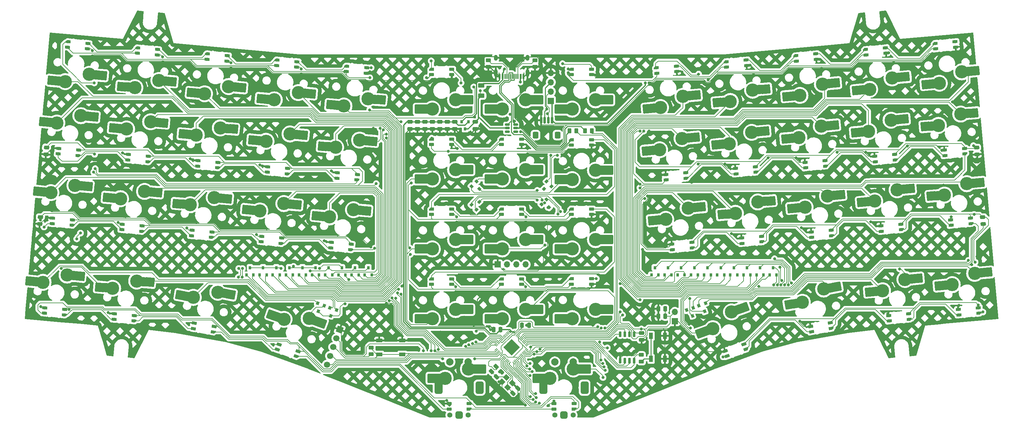
<source format=gbr>
%TF.GenerationSoftware,KiCad,Pcbnew,7.0.9*%
%TF.CreationDate,2024-01-06T21:29:47+01:00*%
%TF.ProjectId,rp2040_base,72703230-3430-45f6-9261-73652e6b6963,rev?*%
%TF.SameCoordinates,Original*%
%TF.FileFunction,Copper,L2,Bot*%
%TF.FilePolarity,Positive*%
%FSLAX46Y46*%
G04 Gerber Fmt 4.6, Leading zero omitted, Abs format (unit mm)*
G04 Created by KiCad (PCBNEW 7.0.9) date 2024-01-06 21:29:47*
%MOMM*%
%LPD*%
G01*
G04 APERTURE LIST*
G04 Aperture macros list*
%AMRoundRect*
0 Rectangle with rounded corners*
0 $1 Rounding radius*
0 $2 $3 $4 $5 $6 $7 $8 $9 X,Y pos of 4 corners*
0 Add a 4 corners polygon primitive as box body*
4,1,4,$2,$3,$4,$5,$6,$7,$8,$9,$2,$3,0*
0 Add four circle primitives for the rounded corners*
1,1,$1+$1,$2,$3*
1,1,$1+$1,$4,$5*
1,1,$1+$1,$6,$7*
1,1,$1+$1,$8,$9*
0 Add four rect primitives between the rounded corners*
20,1,$1+$1,$2,$3,$4,$5,0*
20,1,$1+$1,$4,$5,$6,$7,0*
20,1,$1+$1,$6,$7,$8,$9,0*
20,1,$1+$1,$8,$9,$2,$3,0*%
%AMHorizOval*
0 Thick line with rounded ends*
0 $1 width*
0 $2 $3 position (X,Y) of the first rounded end (center of the circle)*
0 $4 $5 position (X,Y) of the second rounded end (center of the circle)*
0 Add line between two ends*
20,1,$1,$2,$3,$4,$5,0*
0 Add two circle primitives to create the rounded ends*
1,1,$1,$2,$3*
1,1,$1,$4,$5*%
%AMRotRect*
0 Rectangle, with rotation*
0 The origin of the aperture is its center*
0 $1 length*
0 $2 width*
0 $3 Rotation angle, in degrees counterclockwise*
0 Add horizontal line*
21,1,$1,$2,0,0,$3*%
%AMFreePoly0*
4,1,18,-0.410000,0.593000,-0.403758,0.624380,-0.385983,0.650983,-0.359380,0.668758,-0.328000,0.675000,0.328000,0.675000,0.359380,0.668758,0.385983,0.650983,0.403758,0.624380,0.410000,0.593000,0.410000,-0.593000,0.403758,-0.624380,0.385983,-0.650983,0.359380,-0.668758,0.328000,-0.675000,0.000000,-0.675000,-0.410000,-0.265000,-0.410000,0.593000,-0.410000,0.593000,$1*%
G04 Aperture macros list end*
%TA.AperFunction,ComponentPad*%
%ADD10R,1.700000X1.700000*%
%TD*%
%TA.AperFunction,ComponentPad*%
%ADD11O,1.700000X1.700000*%
%TD*%
%TA.AperFunction,ComponentPad*%
%ADD12C,3.600000*%
%TD*%
%TA.AperFunction,SMDPad,CuDef*%
%ADD13RotRect,1.650000X2.500000X340.000000*%
%TD*%
%TA.AperFunction,SMDPad,CuDef*%
%ADD14RoundRect,0.250000X1.305205X0.589122X-0.621165X1.290263X-1.305205X-0.589122X0.621165X-1.290263X0*%
%TD*%
%TA.AperFunction,SMDPad,CuDef*%
%ADD15RotRect,1.650000X2.500000X160.000000*%
%TD*%
%TA.AperFunction,SMDPad,CuDef*%
%ADD16RotRect,1.650000X2.500000X5.000000*%
%TD*%
%TA.AperFunction,SMDPad,CuDef*%
%ADD17RoundRect,0.250000X0.933944X1.085529X-1.108255X0.906860X-0.933944X-1.085529X1.108255X-0.906860X0*%
%TD*%
%TA.AperFunction,SMDPad,CuDef*%
%ADD18RotRect,1.650000X2.500000X185.000000*%
%TD*%
%TA.AperFunction,SMDPad,CuDef*%
%ADD19R,1.650000X2.500000*%
%TD*%
%TA.AperFunction,SMDPad,CuDef*%
%ADD20RoundRect,0.250000X-1.025000X-1.000000X1.025000X-1.000000X1.025000X1.000000X-1.025000X1.000000X0*%
%TD*%
%TA.AperFunction,SMDPad,CuDef*%
%ADD21RoundRect,0.082000X0.619331X-0.275069X0.562156X0.378435X-0.619331X0.275069X-0.562156X-0.378435X0*%
%TD*%
%TA.AperFunction,SMDPad,CuDef*%
%ADD22FreePoly0,95.000000*%
%TD*%
%TA.AperFunction,SMDPad,CuDef*%
%ADD23RoundRect,0.082000X-0.619331X0.275069X-0.562156X-0.378435X0.619331X-0.275069X0.562156X0.378435X0*%
%TD*%
%TA.AperFunction,SMDPad,CuDef*%
%ADD24FreePoly0,275.000000*%
%TD*%
%TA.AperFunction,SMDPad,CuDef*%
%ADD25RotRect,0.900000X0.800000X315.000000*%
%TD*%
%TA.AperFunction,SMDPad,CuDef*%
%ADD26RoundRect,0.250000X0.250000X0.475000X-0.250000X0.475000X-0.250000X-0.475000X0.250000X-0.475000X0*%
%TD*%
%TA.AperFunction,SMDPad,CuDef*%
%ADD27RoundRect,0.082000X0.527034X-0.425990X0.640948X0.220044X-0.527034X0.425990X-0.640948X-0.220044X0*%
%TD*%
%TA.AperFunction,SMDPad,CuDef*%
%ADD28FreePoly0,80.000000*%
%TD*%
%TA.AperFunction,SMDPad,CuDef*%
%ADD29RoundRect,0.082000X-0.593000X0.328000X-0.593000X-0.328000X0.593000X-0.328000X0.593000X0.328000X0*%
%TD*%
%TA.AperFunction,SMDPad,CuDef*%
%ADD30FreePoly0,270.000000*%
%TD*%
%TA.AperFunction,SMDPad,CuDef*%
%ADD31RoundRect,0.250000X1.025000X1.000000X-1.025000X1.000000X-1.025000X-1.000000X1.025000X-1.000000X0*%
%TD*%
%TA.AperFunction,SMDPad,CuDef*%
%ADD32RoundRect,0.250000X-0.475000X0.250000X-0.475000X-0.250000X0.475000X-0.250000X0.475000X0.250000X0*%
%TD*%
%TA.AperFunction,SMDPad,CuDef*%
%ADD33R,0.800000X0.900000*%
%TD*%
%TA.AperFunction,SMDPad,CuDef*%
%ADD34RotRect,0.900000X0.800000X290.000000*%
%TD*%
%TA.AperFunction,SMDPad,CuDef*%
%ADD35RoundRect,0.082000X-0.562156X0.378435X-0.619331X-0.275069X0.562156X-0.378435X0.619331X0.275069X0*%
%TD*%
%TA.AperFunction,SMDPad,CuDef*%
%ADD36FreePoly0,265.000000*%
%TD*%
%TA.AperFunction,SMDPad,CuDef*%
%ADD37RotRect,0.900000X0.800000X250.000000*%
%TD*%
%TA.AperFunction,SMDPad,CuDef*%
%ADD38RoundRect,0.250000X-0.450000X0.262500X-0.450000X-0.262500X0.450000X-0.262500X0.450000X0.262500X0*%
%TD*%
%TA.AperFunction,SMDPad,CuDef*%
%ADD39RoundRect,0.150000X0.150000X0.775000X-0.150000X0.775000X-0.150000X-0.775000X0.150000X-0.775000X0*%
%TD*%
%TA.AperFunction,SMDPad,CuDef*%
%ADD40RoundRect,0.332800X0.467200X0.567200X-0.467200X0.567200X-0.467200X-0.567200X0.467200X-0.567200X0*%
%TD*%
%TA.AperFunction,SMDPad,CuDef*%
%ADD41RotRect,1.650000X2.500000X175.000000*%
%TD*%
%TA.AperFunction,SMDPad,CuDef*%
%ADD42RoundRect,0.250000X-1.108255X-0.906860X0.933944X-1.085529X1.108255X0.906860X-0.933944X1.085529X0*%
%TD*%
%TA.AperFunction,SMDPad,CuDef*%
%ADD43RotRect,1.650000X2.500000X355.000000*%
%TD*%
%TA.AperFunction,SMDPad,CuDef*%
%ADD44RoundRect,0.082000X0.562156X-0.378435X0.619331X0.275069X-0.562156X0.378435X-0.619331X-0.275069X0*%
%TD*%
%TA.AperFunction,SMDPad,CuDef*%
%ADD45FreePoly0,85.000000*%
%TD*%
%TA.AperFunction,SMDPad,CuDef*%
%ADD46R,1.000000X1.700000*%
%TD*%
%TA.AperFunction,SMDPad,CuDef*%
%ADD47RoundRect,0.150000X0.512500X0.150000X-0.512500X0.150000X-0.512500X-0.150000X0.512500X-0.150000X0*%
%TD*%
%TA.AperFunction,SMDPad,CuDef*%
%ADD48RoundRect,0.250000X-0.933944X-1.085529X1.108255X-0.906860X0.933944X1.085529X-1.108255X0.906860X0*%
%TD*%
%TA.AperFunction,SMDPad,CuDef*%
%ADD49RoundRect,0.082000X0.640948X-0.220044X0.527034X0.425990X-0.640948X0.220044X-0.527034X-0.425990X0*%
%TD*%
%TA.AperFunction,SMDPad,CuDef*%
%ADD50FreePoly0,100.000000*%
%TD*%
%TA.AperFunction,SMDPad,CuDef*%
%ADD51RoundRect,0.250000X1.108255X0.906860X-0.933944X1.085529X-1.108255X-0.906860X0.933944X-1.085529X0*%
%TD*%
%TA.AperFunction,SMDPad,CuDef*%
%ADD52RoundRect,0.082000X0.669420X-0.105401X0.445055X0.511037X-0.669420X0.105401X-0.445055X-0.511037X0*%
%TD*%
%TA.AperFunction,SMDPad,CuDef*%
%ADD53FreePoly0,110.000000*%
%TD*%
%TA.AperFunction,SMDPad,CuDef*%
%ADD54RotRect,1.400000X1.200000X315.000000*%
%TD*%
%TA.AperFunction,ComponentPad*%
%ADD55C,1.400000*%
%TD*%
%TA.AperFunction,ComponentPad*%
%ADD56RoundRect,0.500000X0.500000X-0.500000X0.500000X0.500000X-0.500000X0.500000X-0.500000X-0.500000X0*%
%TD*%
%TA.AperFunction,ComponentPad*%
%ADD57RoundRect,0.550000X0.550000X-1.150000X0.550000X1.150000X-0.550000X1.150000X-0.550000X-1.150000X0*%
%TD*%
%TA.AperFunction,ComponentPad*%
%ADD58C,2.000000*%
%TD*%
%TA.AperFunction,ComponentPad*%
%ADD59RotRect,1.700000X1.700000X160.000000*%
%TD*%
%TA.AperFunction,ComponentPad*%
%ADD60HorizOval,1.700000X0.000000X0.000000X0.000000X0.000000X0*%
%TD*%
%TA.AperFunction,SMDPad,CuDef*%
%ADD61RotRect,1.650000X2.500000X350.000000*%
%TD*%
%TA.AperFunction,SMDPad,CuDef*%
%ADD62RoundRect,0.250000X1.183076X0.806818X-0.835780X1.162797X-1.183076X-0.806818X0.835780X-1.162797X0*%
%TD*%
%TA.AperFunction,SMDPad,CuDef*%
%ADD63RotRect,1.650000X2.500000X170.000000*%
%TD*%
%TA.AperFunction,SMDPad,CuDef*%
%ADD64RoundRect,0.250000X0.159099X-0.512652X0.512652X-0.159099X-0.159099X0.512652X-0.512652X0.159099X0*%
%TD*%
%TA.AperFunction,SMDPad,CuDef*%
%ADD65RotRect,1.650000X2.500000X10.000000*%
%TD*%
%TA.AperFunction,SMDPad,CuDef*%
%ADD66RoundRect,0.250000X0.835780X1.162797X-1.183076X0.806818X-0.835780X-1.162797X1.183076X-0.806818X0*%
%TD*%
%TA.AperFunction,SMDPad,CuDef*%
%ADD67RotRect,1.650000X2.500000X190.000000*%
%TD*%
%TA.AperFunction,SMDPad,CuDef*%
%ADD68RotRect,1.650000X2.500000X20.000000*%
%TD*%
%TA.AperFunction,SMDPad,CuDef*%
%ADD69RoundRect,0.250000X0.621165X1.290263X-1.305205X0.589122X-0.621165X-1.290263X1.305205X-0.589122X0*%
%TD*%
%TA.AperFunction,SMDPad,CuDef*%
%ADD70RotRect,1.650000X2.500000X200.000000*%
%TD*%
%TA.AperFunction,SMDPad,CuDef*%
%ADD71RotRect,0.900000X0.800000X45.000000*%
%TD*%
%TA.AperFunction,SMDPad,CuDef*%
%ADD72R,0.600000X1.450000*%
%TD*%
%TA.AperFunction,SMDPad,CuDef*%
%ADD73R,0.300000X1.450000*%
%TD*%
%TA.AperFunction,ComponentPad*%
%ADD74O,1.000000X1.600000*%
%TD*%
%TA.AperFunction,ComponentPad*%
%ADD75O,1.000000X2.100000*%
%TD*%
%TA.AperFunction,SMDPad,CuDef*%
%ADD76RoundRect,0.250000X-0.262500X-0.450000X0.262500X-0.450000X0.262500X0.450000X-0.262500X0.450000X0*%
%TD*%
%TA.AperFunction,SMDPad,CuDef*%
%ADD77RoundRect,0.250000X-0.494981X0.207650X-0.451404X-0.290448X0.494981X-0.207650X0.451404X0.290448X0*%
%TD*%
%TA.AperFunction,SMDPad,CuDef*%
%ADD78RoundRect,0.050000X0.309359X-0.238649X-0.238649X0.309359X-0.309359X0.238649X0.238649X-0.309359X0*%
%TD*%
%TA.AperFunction,SMDPad,CuDef*%
%ADD79RoundRect,0.050000X0.309359X0.238649X0.238649X0.309359X-0.309359X-0.238649X-0.238649X-0.309359X0*%
%TD*%
%TA.AperFunction,ComponentPad*%
%ADD80C,0.600000*%
%TD*%
%TA.AperFunction,SMDPad,CuDef*%
%ADD81RoundRect,0.144000X2.059095X0.000000X0.000000X2.059095X-2.059095X0.000000X0.000000X-2.059095X0*%
%TD*%
%TA.AperFunction,SMDPad,CuDef*%
%ADD82RotRect,0.900000X0.800000X225.000000*%
%TD*%
%TA.AperFunction,SMDPad,CuDef*%
%ADD83RoundRect,0.250000X-0.451404X0.290448X-0.494981X-0.207650X0.451404X-0.290448X0.494981X0.207650X0*%
%TD*%
%TA.AperFunction,SMDPad,CuDef*%
%ADD84RoundRect,0.082000X0.445055X-0.511037X0.669420X0.105401X-0.445055X0.511037X-0.669420X-0.105401X0*%
%TD*%
%TA.AperFunction,SMDPad,CuDef*%
%ADD85FreePoly0,70.000000*%
%TD*%
%TA.AperFunction,SMDPad,CuDef*%
%ADD86R,1.700000X1.000000*%
%TD*%
%TA.AperFunction,SMDPad,CuDef*%
%ADD87RoundRect,0.150000X0.150000X-0.650000X0.150000X0.650000X-0.150000X0.650000X-0.150000X-0.650000X0*%
%TD*%
%TA.AperFunction,SMDPad,CuDef*%
%ADD88RoundRect,0.082000X0.593000X-0.328000X0.593000X0.328000X-0.593000X0.328000X-0.593000X-0.328000X0*%
%TD*%
%TA.AperFunction,SMDPad,CuDef*%
%ADD89FreePoly0,90.000000*%
%TD*%
%TA.AperFunction,SMDPad,CuDef*%
%ADD90RoundRect,0.250000X-0.625000X0.375000X-0.625000X-0.375000X0.625000X-0.375000X0.625000X0.375000X0*%
%TD*%
%TA.AperFunction,SMDPad,CuDef*%
%ADD91RoundRect,0.250000X-0.250000X-0.475000X0.250000X-0.475000X0.250000X0.475000X-0.250000X0.475000X0*%
%TD*%
%TA.AperFunction,SMDPad,CuDef*%
%ADD92RoundRect,0.250000X-0.132583X0.503814X-0.503814X0.132583X0.132583X-0.503814X0.503814X-0.132583X0*%
%TD*%
%TA.AperFunction,ViaPad*%
%ADD93C,0.800000*%
%TD*%
%TA.AperFunction,Conductor*%
%ADD94C,0.200000*%
%TD*%
%TA.AperFunction,Conductor*%
%ADD95C,0.300000*%
%TD*%
%TA.AperFunction,Conductor*%
%ADD96C,0.250000*%
%TD*%
%TA.AperFunction,Conductor*%
%ADD97C,0.220000*%
%TD*%
G04 APERTURE END LIST*
D10*
%TO.P,pinout_cirque1,1,Pin_1*%
%TO.N,GND*%
X146314000Y-105130600D03*
D11*
%TO.P,pinout_cirque1,2,Pin_2*%
%TO.N,+3V3*%
X148854000Y-105130600D03*
%TO.P,pinout_cirque1,3,Pin_3*%
%TO.N,SCL*%
X151394000Y-105130600D03*
%TO.P,pinout_cirque1,4,Pin_4*%
%TO.N,SDA*%
X153934000Y-105130600D03*
%TD*%
D12*
%TO.P,K43,1*%
%TO.N,COL3*%
X88151305Y-120069707D03*
D13*
X86436366Y-119445520D03*
D14*
X84815396Y-118855535D03*
%TO.P,K43,2*%
%TO.N,Net-(D23-A-Pad2)*%
X98322993Y-121068887D03*
D15*
X96678531Y-120470352D03*
D12*
X94987085Y-119854716D03*
%TD*%
%TO.P,K25,1*%
%TO.N,Net-(D13-A-Pad1)*%
X247369420Y-68882129D03*
D16*
X245551364Y-69041188D03*
D17*
X243832928Y-69191532D03*
%TO.P,K25,2*%
%TO.N,COL11*%
X257010372Y-65488952D03*
D18*
X255267031Y-65641475D03*
D12*
X253473880Y-65798355D03*
%TD*%
%TO.P,K34,1*%
%TO.N,COL7*%
X172970000Y-98360569D03*
D19*
X174795000Y-98360569D03*
D20*
X176520000Y-98360569D03*
%TO.P,K34,2*%
%TO.N,Net-(D18-A-Pad2)*%
X163070000Y-100900569D03*
D19*
X164820000Y-100900569D03*
D12*
X166620000Y-100900569D03*
%TD*%
%TO.P,K24,1*%
%TO.N,COL10*%
X228391911Y-70542446D03*
D16*
X226573855Y-70701505D03*
D17*
X224855419Y-70851849D03*
%TO.P,K24,2*%
%TO.N,Net-(D13-A-Pad2)*%
X238032863Y-67149269D03*
D18*
X236289522Y-67301792D03*
D12*
X234496371Y-67458672D03*
%TD*%
D21*
%TO.P,LED43,1,VDD*%
%TO.N,GND*%
X231731859Y-96269248D03*
%TO.P,LED43,2,DOUT*%
%TO.N,Net-(LED39-DIN)*%
X231862592Y-97763540D03*
%TO.P,LED43,3,VSS*%
%TO.N,+5V*%
X237161120Y-95794250D03*
D22*
%TO.P,LED43,4,DIN*%
%TO.N,Net-(LED43-DIN)*%
X237291853Y-97288542D03*
%TD*%
D23*
%TO.P,LED41,1,VDD*%
%TO.N,GND*%
X233085717Y-49212186D03*
%TO.P,LED41,2,DOUT*%
%TO.N,Net-(LED41-DOUT)*%
X232954984Y-47717894D03*
%TO.P,LED41,3,VSS*%
%TO.N,+5V*%
X227656456Y-49687184D03*
D24*
%TO.P,LED41,4,DIN*%
%TO.N,Net-(LED37-DOUT)*%
X227525723Y-48192892D03*
%TD*%
D25*
%TO.P,D11,1,A*%
%TO.N,Net-(D11-A-Pad1)*%
X139221142Y-83804645D03*
%TO.P,D11,2,A*%
%TO.N,Net-(D11-A-Pad2)*%
X140564645Y-82461142D03*
%TO.P,D11,3,K*%
%TO.N,ROW1*%
X141307107Y-84547107D03*
%TD*%
D21*
%TO.P,LED38,1,VDD*%
%TO.N,GND*%
X211094033Y-78952056D03*
%TO.P,LED38,2,DOUT*%
%TO.N,Net-(LED34-DIN)*%
X211224766Y-80446348D03*
%TO.P,LED38,3,VSS*%
%TO.N,+5V*%
X216523294Y-78477058D03*
D22*
%TO.P,LED38,4,DIN*%
%TO.N,Net-(LED38-DIN)*%
X216654027Y-79971350D03*
%TD*%
D26*
%TO.P,C6,1*%
%TO.N,+1V1*%
X192000000Y-117230000D03*
%TO.P,C6,2*%
%TO.N,GND*%
X190100000Y-117230000D03*
%TD*%
D27*
%TO.P,LED17,1,VDD*%
%TO.N,GND*%
X63725054Y-121105386D03*
%TO.P,LED17,2,DOUT*%
%TO.N,Net-(LED17-DOUT)*%
X63464582Y-122582598D03*
%TO.P,LED17,3,VSS*%
%TO.N,+5V*%
X69092256Y-122051768D03*
D28*
%TO.P,LED17,4,DIN*%
%TO.N,Net-(LED16-DOUT)*%
X68831784Y-123528980D03*
%TD*%
D23*
%TO.P,LED45,1,VDD*%
%TO.N,GND*%
X252063226Y-47551869D03*
%TO.P,LED45,2,DOUT*%
%TO.N,Net-(LED45-DOUT)*%
X251932493Y-46057577D03*
%TO.P,LED45,3,VSS*%
%TO.N,+5V*%
X246633965Y-48026867D03*
D24*
%TO.P,LED45,4,DIN*%
%TO.N,Net-(LED41-DOUT)*%
X246503232Y-46532575D03*
%TD*%
D29*
%TO.P,LED24,1,VDD*%
%TO.N,GND*%
X133785000Y-72440569D03*
%TO.P,LED24,2,DOUT*%
%TO.N,Net-(LED24-DOUT)*%
X133785000Y-70940569D03*
%TO.P,LED24,3,VSS*%
%TO.N,+5V*%
X128335000Y-72440569D03*
D30*
%TO.P,LED24,4,DIN*%
%TO.N,Net-(LED21-DOUT)*%
X128335000Y-70940569D03*
%TD*%
D12*
%TO.P,K44,1*%
%TO.N,COL4*%
X132012500Y-136143069D03*
D19*
X130187500Y-136143069D03*
D31*
X128462500Y-136143069D03*
%TO.P,K44,2*%
%TO.N,Net-(D24-A-Pad1)*%
X141912500Y-133603069D03*
D19*
X140162500Y-133603069D03*
D12*
X138362500Y-133603069D03*
%TD*%
D32*
%TO.P,C11,1*%
%TO.N,+3V3*%
X124460000Y-66270000D03*
%TO.P,C11,2*%
%TO.N,GND*%
X124460000Y-68170000D03*
%TD*%
D33*
%TO.P,D13,1,A*%
%TO.N,Net-(D13-A-Pad1)*%
X204440000Y-107990000D03*
%TO.P,D13,2,A*%
%TO.N,Net-(D13-A-Pad2)*%
X202540000Y-107990000D03*
%TO.P,D13,3,K*%
%TO.N,ROW1*%
X203490000Y-105990000D03*
%TD*%
D34*
%TO.P,D27,1,A*%
%TO.N,Net-(D27-A-Pad1)*%
X201145272Y-116365227D03*
%TO.P,D27,2,A*%
%TO.N,Net-(D27-A-Pad2)*%
X202930688Y-115715388D03*
%TO.P,D27,3,K*%
%TO.N,ROW3*%
X202722020Y-117919693D03*
%TD*%
D35*
%TO.P,LED4,1,VDD*%
%TO.N,GND*%
X91541053Y-51347501D03*
%TO.P,LED4,2,DOUT*%
%TO.N,Net-(LED4-DOUT)*%
X91671786Y-49853209D03*
%TO.P,LED4,3,VSS*%
%TO.N,+5V*%
X86111792Y-50872503D03*
D36*
%TO.P,LED4,4,DIN*%
%TO.N,Net-(LED3-DOUT)*%
X86242525Y-49378211D03*
%TD*%
D12*
%TO.P,K46,1*%
%TO.N,COL6*%
X153920000Y-117410569D03*
D19*
X155745000Y-117410569D03*
D20*
X157470000Y-117410569D03*
%TO.P,K46,2*%
%TO.N,Net-(D25-A-Pad1)*%
X144020000Y-119950569D03*
D19*
X145770000Y-119950569D03*
D12*
X147570000Y-119950569D03*
%TD*%
D37*
%TO.P,D22,1,A*%
%TO.N,Net-(D22-A-Pad1)*%
X100649312Y-116925388D03*
%TO.P,D22,2,A*%
%TO.N,Net-(D22-A-Pad2)*%
X102434728Y-117575227D03*
%TO.P,D22,3,K*%
%TO.N,ROW3*%
X100857980Y-119129693D03*
%TD*%
D33*
%TO.P,D17,1,A*%
%TO.N,Net-(D17-A-Pad1)*%
X101260000Y-107990000D03*
%TO.P,D17,2,A*%
%TO.N,Net-(D17-A-Pad2)*%
X99360000Y-107990000D03*
%TO.P,D17,3,K*%
%TO.N,ROW2*%
X100310000Y-105990000D03*
%TD*%
D12*
%TO.P,K48,1*%
%TO.N,COL8*%
X160587500Y-136143069D03*
D19*
X158762500Y-136143069D03*
D31*
X157037500Y-136143069D03*
%TO.P,K48,2*%
%TO.N,Net-(D26-A-Pad1)*%
X170487500Y-133603069D03*
D19*
X168737500Y-133603069D03*
D12*
X166937500Y-133603069D03*
%TD*%
D38*
%TO.P,R8,1*%
%TO.N,/RUN*%
X111890000Y-127767500D03*
%TO.P,R8,2*%
%TO.N,+3V3*%
X111890000Y-129592500D03*
%TD*%
D39*
%TO.P,JST_connector2,1,Pin_1*%
%TO.N,VBUS*%
X161139000Y-65845800D03*
%TO.P,JST_connector2,2,Pin_2*%
%TO.N,/USB_D+*%
X160139000Y-65845800D03*
%TO.P,JST_connector2,3,Pin_3*%
%TO.N,/USB_D-*%
X159139000Y-65845800D03*
%TO.P,JST_connector2,4,Pin_4*%
%TO.N,GND*%
X158139000Y-65845800D03*
D40*
%TO.P,JST_connector2,MP*%
%TO.N,N/C*%
X162639000Y-69870800D03*
X156639000Y-69870800D03*
%TD*%
D33*
%TO.P,D26,1,A*%
%TO.N,Net-(D26-A-Pad1)*%
X222280000Y-107990000D03*
%TO.P,D26,2,A*%
%TO.N,Net-(D26-A-Pad2)*%
X220380000Y-107990000D03*
%TO.P,D26,3,K*%
%TO.N,ROW3*%
X221330000Y-105990000D03*
%TD*%
D21*
%TO.P,LED52,1,VDD*%
%TO.N,GND*%
X271824372Y-117380289D03*
%TO.P,LED52,2,DOUT*%
%TO.N,Net-(LED48-DIN)*%
X271955105Y-118874581D03*
%TO.P,LED52,3,VSS*%
%TO.N,+5V*%
X277253633Y-116905291D03*
D22*
%TO.P,LED52,4,DIN*%
%TO.N,LED_MIDDLE_OUT*%
X277384366Y-118399583D03*
%TD*%
D10*
%TO.P,J4,1,Pin_1*%
%TO.N,GND*%
X194580000Y-120585000D03*
D11*
%TO.P,J4,2,Pin_2*%
%TO.N,+1V1*%
X194580000Y-118045000D03*
%TD*%
D34*
%TO.P,D28,1,A*%
%TO.N,unconnected-(D28-A-Pad1)*%
X197805272Y-117575227D03*
%TO.P,D28,2,A*%
%TO.N,Net-(D28-A-Pad2)*%
X199590688Y-116925388D03*
%TO.P,D28,3,K*%
%TO.N,ROW3*%
X199382020Y-119129693D03*
%TD*%
D33*
%TO.P,D16,1,A*%
%TO.N,Net-(D16-A-Pad1)*%
X112030000Y-107990000D03*
%TO.P,D16,2,A*%
%TO.N,Net-(D16-A-Pad2)*%
X110130000Y-107990000D03*
%TO.P,D16,3,K*%
%TO.N,ROW2*%
X111080000Y-105990000D03*
%TD*%
D12*
%TO.P,K4,1*%
%TO.N,Net-(D2-A-Pad2)*%
X92023164Y-58285923D03*
D41*
X93841220Y-58444982D03*
D42*
X95559655Y-58595326D03*
%TO.P,K4,2*%
%TO.N,COL3*%
X81939461Y-59953416D03*
D43*
X83682802Y-60105938D03*
D12*
X85475952Y-60262818D03*
%TD*%
D44*
%TO.P,LED8,1,VDD*%
%TO.N,GND*%
X64719197Y-76816741D03*
%TO.P,LED8,2,DOUT*%
%TO.N,Net-(LED7-DIN)*%
X64588464Y-78311033D03*
%TO.P,LED8,3,VSS*%
%TO.N,+5V*%
X70148458Y-77291739D03*
D45*
%TO.P,LED8,4,DIN*%
%TO.N,Net-(LED8-DIN)*%
X70017725Y-78786031D03*
%TD*%
D32*
%TO.P,C9,1*%
%TO.N,+3V3*%
X122410000Y-66270000D03*
%TO.P,C9,2*%
%TO.N,GND*%
X122410000Y-68170000D03*
%TD*%
D46*
%TO.P,SW0,1,1*%
%TO.N,GND*%
X191900000Y-130860569D03*
X191900000Y-124560569D03*
%TO.P,SW0,2,2*%
%TO.N,/~{USB_BOOT}*%
X188100000Y-130860569D03*
X188100000Y-124560569D03*
%TD*%
D32*
%TO.P,C14,1*%
%TO.N,+3V3*%
X130560000Y-66270000D03*
%TO.P,C14,2*%
%TO.N,GND*%
X130560000Y-68170000D03*
%TD*%
D47*
%TO.P,U44,1,IO1*%
%TO.N,/USB_D+*%
X151247500Y-67011579D03*
%TO.P,U44,2,VN*%
%TO.N,GND*%
X151247500Y-67961579D03*
%TO.P,U44,3,IO2*%
%TO.N,unconnected-(U44-IO2-Pad3)*%
X151247500Y-68911579D03*
%TO.P,U44,4,IO3*%
%TO.N,unconnected-(U44-IO3-Pad4)*%
X148972500Y-68911579D03*
%TO.P,U44,5,VP*%
%TO.N,+5V*%
X148972500Y-67961579D03*
%TO.P,U44,6,IO4*%
%TO.N,/USB_D-*%
X148972500Y-67011579D03*
%TD*%
D12*
%TO.P,K13,1*%
%TO.N,Net-(D7-A-Pad2)*%
X272720366Y-52640845D03*
D18*
X274538422Y-52481786D03*
D48*
X276256858Y-52331442D03*
%TO.P,K13,2*%
%TO.N,COL12*%
X263079414Y-56034022D03*
D16*
X264822755Y-55881499D03*
D12*
X266615906Y-55724619D03*
%TD*%
D44*
%TO.P,LED12,1,VDD*%
%TO.N,GND*%
X44081371Y-94133933D03*
%TO.P,LED12,2,DOUT*%
%TO.N,Net-(LED11-DIN)*%
X43950638Y-95628225D03*
%TO.P,LED12,3,VSS*%
%TO.N,+5V*%
X49510632Y-94608931D03*
D45*
%TO.P,LED12,4,DIN*%
%TO.N,Net-(LED12-DIN)*%
X49379899Y-96103223D03*
%TD*%
D49*
%TO.P,LED44,1,VDD*%
%TO.N,GND*%
X231567126Y-121993923D03*
%TO.P,LED44,2,DOUT*%
%TO.N,Net-(LED40-DIN)*%
X231827598Y-123471135D03*
%TO.P,LED44,3,VSS*%
%TO.N,+5V*%
X236934328Y-121047541D03*
D50*
%TO.P,LED44,4,DIN*%
%TO.N,Net-(LED44-DIN)*%
X237194800Y-122524753D03*
%TD*%
D12*
%TO.P,K14,1*%
%TO.N,Net-(D8-A-Pad2)*%
X26282068Y-66557685D03*
D43*
X24464012Y-66398626D03*
D51*
X22745577Y-66248282D03*
%TO.P,K14,2*%
%TO.N,COL0*%
X36365771Y-64890192D03*
D41*
X34622430Y-64737670D03*
D12*
X32829280Y-64580790D03*
%TD*%
D26*
%TO.P,C7,1*%
%TO.N,+1V1*%
X192000000Y-119240000D03*
%TO.P,C7,2*%
%TO.N,GND*%
X190100000Y-119240000D03*
%TD*%
D33*
%TO.P,D5,1,A*%
%TO.N,Net-(D5-A-Pad1)*%
X218720000Y-107990000D03*
%TO.P,D5,2,A*%
%TO.N,Net-(D5-A-Pad2)*%
X216820000Y-107990000D03*
%TO.P,D5,3,K*%
%TO.N,ROW0*%
X217770000Y-105990000D03*
%TD*%
D12*
%TO.P,K18,1*%
%TO.N,Net-(D10-A-Pad2)*%
X102192104Y-73198953D03*
D43*
X100374048Y-73039894D03*
D51*
X98655613Y-72889550D03*
%TO.P,K18,2*%
%TO.N,COL4*%
X112275807Y-71531460D03*
D41*
X110532466Y-71378938D03*
D12*
X108739316Y-71222058D03*
%TD*%
D52*
%TO.P,LED40,1,VDD*%
%TO.N,GND*%
X208301864Y-128702453D03*
%TO.P,LED40,2,DOUT*%
%TO.N,Net-(LED40-DOUT)*%
X208814894Y-130111992D03*
%TO.P,LED40,3,VSS*%
%TO.N,+5V*%
X213423188Y-126838444D03*
D53*
%TO.P,LED40,4,DIN*%
%TO.N,Net-(LED40-DIN)*%
X213936218Y-128247983D03*
%TD*%
D12*
%TO.P,K47,1*%
%TO.N,COL7*%
X172970000Y-117341579D03*
D19*
X174795000Y-117341579D03*
D20*
X176520000Y-117341579D03*
%TO.P,K47,2*%
%TO.N,Net-(D25-A-Pad2)*%
X163070000Y-119881579D03*
D19*
X164820000Y-119881579D03*
D12*
X166620000Y-119881579D03*
%TD*%
%TO.P,K1,1*%
%TO.N,COL0*%
X35090637Y-53304972D03*
D41*
X36908693Y-53464031D03*
D42*
X38627128Y-53614375D03*
%TO.P,K1,2*%
%TO.N,Net-(D1-A-Pad1)*%
X25006934Y-54972465D03*
D43*
X26750275Y-55124987D03*
D12*
X28543425Y-55281867D03*
%TD*%
D54*
%TO.P,Y0,1,1*%
%TO.N,Net-(C3-Pad1)*%
X148723223Y-135901142D03*
%TO.P,Y0,2,2*%
%TO.N,GND*%
X150278858Y-137456777D03*
%TO.P,Y0,3,3*%
%TO.N,/XIN*%
X149076777Y-138658858D03*
%TO.P,Y0,4,4*%
%TO.N,GND*%
X147521142Y-137103223D03*
%TD*%
D55*
%TO.P,SW3,A,A*%
%TO.N,rot_1_l*%
X166897500Y-146183069D03*
%TO.P,SW3,B,B*%
%TO.N,rot_1_r*%
X161897500Y-146183069D03*
D56*
%TO.P,SW3,C,C*%
%TO.N,GND*%
X164397500Y-146183069D03*
D57*
%TO.P,SW3,MP*%
%TO.N,N/C*%
X169997500Y-138683069D03*
X158797500Y-138683069D03*
D58*
%TO.P,SW3,S1,S1*%
%TO.N,COL8*%
X161897500Y-131683069D03*
%TO.P,SW3,S2,S2*%
%TO.N,Net-(D26-A-Pad1)*%
X166897500Y-131683069D03*
%TD*%
D21*
%TO.P,LED48,1,VDD*%
%TO.N,GND*%
X252846863Y-119040606D03*
%TO.P,LED48,2,DOUT*%
%TO.N,Net-(LED44-DIN)*%
X252977596Y-120534898D03*
%TO.P,LED48,3,VSS*%
%TO.N,+5V*%
X258276124Y-118565608D03*
D22*
%TO.P,LED48,4,DIN*%
%TO.N,Net-(LED48-DIN)*%
X258406857Y-120059900D03*
%TD*%
D12*
%TO.P,K16,1*%
%TO.N,Net-(D9-A-Pad2)*%
X64237086Y-69878319D03*
D43*
X62419030Y-69719260D03*
D51*
X60700595Y-69568916D03*
%TO.P,K16,2*%
%TO.N,COL2*%
X74320789Y-68210826D03*
D41*
X72577448Y-68058304D03*
D12*
X70784298Y-67901424D03*
%TD*%
%TO.P,K37,1*%
%TO.N,COL10*%
X230052228Y-89519955D03*
D16*
X228234172Y-89679014D03*
D17*
X226515736Y-89829358D03*
%TO.P,K37,2*%
%TO.N,Net-(D20-A-Pad2)*%
X239693180Y-86126778D03*
D18*
X237949839Y-86279301D03*
D12*
X236156688Y-86436181D03*
%TD*%
D44*
%TO.P,LED7,1,VDD*%
%TO.N,GND*%
X45741688Y-75156424D03*
%TO.P,LED7,2,DOUT*%
%TO.N,Net-(LED6-DIN)*%
X45610955Y-76650716D03*
%TO.P,LED7,3,VSS*%
%TO.N,+5V*%
X51170949Y-75631422D03*
D45*
%TO.P,LED7,4,DIN*%
%TO.N,Net-(LED7-DIN)*%
X51040216Y-77125714D03*
%TD*%
D59*
%TO.P,J1,1,Pin_1*%
%TO.N,GND*%
X103294925Y-122882723D03*
D60*
%TO.P,J1,2,Pin_2*%
%TO.N,+3V3*%
X102426194Y-125269542D03*
%TO.P,J1,3,Pin_3*%
%TO.N,/RUN*%
X101557463Y-127656362D03*
%TO.P,J1,4,Pin_4*%
%TO.N,/SWD*%
X100688732Y-130043181D03*
%TO.P,J1,5,Pin_5*%
%TO.N,/SWCLK*%
X99820000Y-132430000D03*
%TD*%
D12*
%TO.P,K45,1*%
%TO.N,Net-(D24-A-Pad2)*%
X134870000Y-117410569D03*
D19*
X136695000Y-117410569D03*
D20*
X138420000Y-117410569D03*
%TO.P,K45,2*%
%TO.N,COL5*%
X124970000Y-119950569D03*
D19*
X126720000Y-119950569D03*
D12*
X128520000Y-119950569D03*
%TD*%
%TO.P,K5,1*%
%TO.N,COL4*%
X111000673Y-59946240D03*
D41*
X112818729Y-60105299D03*
D42*
X114537164Y-60255643D03*
%TO.P,K5,2*%
%TO.N,Net-(D3-A-Pad1)*%
X100916970Y-61613733D03*
D43*
X102660311Y-61766255D03*
D12*
X104453461Y-61923135D03*
%TD*%
D44*
%TO.P,LED14,1,VDD*%
%TO.N,GND*%
X82036389Y-97454567D03*
%TO.P,LED14,2,DOUT*%
%TO.N,Net-(LED13-DIN)*%
X81905656Y-98948859D03*
%TO.P,LED14,3,VSS*%
%TO.N,+5V*%
X87465650Y-97929565D03*
D45*
%TO.P,LED14,4,DIN*%
%TO.N,Net-(LED14-DIN)*%
X87334917Y-99423857D03*
%TD*%
D12*
%TO.P,K2,1*%
%TO.N,Net-(D1-A-Pad2)*%
X54068146Y-54965289D03*
D41*
X55886202Y-55124348D03*
D42*
X57604637Y-55274692D03*
%TO.P,K2,2*%
%TO.N,COL1*%
X43984443Y-56632782D03*
D43*
X45727784Y-56785304D03*
D12*
X47520934Y-56942184D03*
%TD*%
D35*
%TO.P,LED1,1,VDD*%
%TO.N,GND*%
X34608526Y-46366550D03*
%TO.P,LED1,2,DOUT*%
%TO.N,Net-(LED1-DOUT)*%
X34739259Y-44872258D03*
%TO.P,LED1,3,VSS*%
%TO.N,+5V*%
X29179265Y-45891552D03*
D36*
%TO.P,LED1,4,DIN*%
%TO.N,Net-(LED1-DIN)*%
X29309998Y-44397260D03*
%TD*%
D12*
%TO.P,K20,1*%
%TO.N,COL6*%
X153920000Y-79310569D03*
D19*
X155745000Y-79310569D03*
D20*
X157470000Y-79310569D03*
%TO.P,K20,2*%
%TO.N,Net-(D11-A-Pad2)*%
X144020000Y-81850569D03*
D19*
X145770000Y-81850569D03*
D12*
X147570000Y-81850569D03*
%TD*%
D33*
%TO.P,D8,1,A*%
%TO.N,Net-(D8-A-Pad1)*%
X90540000Y-107990000D03*
%TO.P,D8,2,A*%
%TO.N,Net-(D8-A-Pad2)*%
X88640000Y-107990000D03*
%TO.P,D8,3,K*%
%TO.N,ROW1*%
X89590000Y-105990000D03*
%TD*%
D12*
%TO.P,K36,1*%
%TO.N,Net-(D19-A-Pad1)*%
X211074719Y-91180272D03*
D16*
X209256663Y-91339331D03*
D17*
X207538227Y-91489675D03*
%TO.P,K36,2*%
%TO.N,COL9*%
X220715671Y-87787095D03*
D18*
X218972330Y-87939618D03*
D12*
X217179179Y-88096498D03*
%TD*%
D33*
%TO.P,D3,1,A*%
%TO.N,Net-(D3-A-Pad1)*%
X79820000Y-107990000D03*
%TO.P,D3,2,A*%
%TO.N,Net-(D3-A-Pad2)*%
X77920000Y-107990000D03*
%TO.P,D3,3,K*%
%TO.N,ROW0*%
X78870000Y-105990000D03*
%TD*%
%TO.P,D12,1,A*%
%TO.N,Net-(D12-A-Pad1)*%
X200860000Y-107990000D03*
%TO.P,D12,2,A*%
%TO.N,Net-(D12-A-Pad2)*%
X198960000Y-107990000D03*
%TO.P,D12,3,K*%
%TO.N,ROW1*%
X199910000Y-105990000D03*
%TD*%
D12*
%TO.P,K12,1*%
%TO.N,COL11*%
X253742857Y-54301162D03*
D18*
X255560913Y-54142103D03*
D48*
X257279349Y-53991759D03*
%TO.P,K12,2*%
%TO.N,Net-(D6-A-Pad2)*%
X244101905Y-57694339D03*
D16*
X245845246Y-57541816D03*
D12*
X247638397Y-57384936D03*
%TD*%
D29*
%TO.P,LED32,1,VDD*%
%TO.N,GND*%
X171885000Y-110471579D03*
%TO.P,LED32,2,DOUT*%
%TO.N,LED_MIDDLE_OUT*%
X171885000Y-108971579D03*
%TO.P,LED32,3,VSS*%
%TO.N,+5V*%
X166435000Y-110471579D03*
D30*
%TO.P,LED32,4,DIN*%
%TO.N,Net-(LED31-DOUT)*%
X166435000Y-108971579D03*
%TD*%
D12*
%TO.P,K42,1*%
%TO.N,Net-(D23-A-Pad1)*%
X63410119Y-114093503D03*
D61*
X61612845Y-113776595D03*
D62*
X59914051Y-113477052D03*
%TO.P,K42,2*%
%TO.N,COL2*%
X73600782Y-113311208D03*
D63*
X71877368Y-113007324D03*
D12*
X70104714Y-112694757D03*
%TD*%
D29*
%TO.P,LED26,1,VDD*%
%TO.N,GND*%
X171885000Y-72611579D03*
%TO.P,LED26,2,DOUT*%
%TO.N,Net-(LED26-DOUT)*%
X171885000Y-71111579D03*
%TO.P,LED26,3,VSS*%
%TO.N,+5V*%
X166435000Y-72611579D03*
D30*
%TO.P,LED26,4,DIN*%
%TO.N,Net-(LED25-DOUT)*%
X166435000Y-71111579D03*
%TD*%
D32*
%TO.P,C5,1*%
%TO.N,+3V3*%
X185510000Y-123800000D03*
%TO.P,C5,2*%
%TO.N,GND*%
X185510000Y-125700000D03*
%TD*%
D64*
%TO.P,C2,1*%
%TO.N,/XIN*%
X150468249Y-140191751D03*
%TO.P,C2,2*%
%TO.N,GND*%
X151811751Y-138848249D03*
%TD*%
D12*
%TO.P,K32,1*%
%TO.N,Net-(D17-A-Pad2)*%
X134870000Y-98360569D03*
D19*
X136695000Y-98360569D03*
D20*
X138420000Y-98360569D03*
%TO.P,K32,2*%
%TO.N,COL5*%
X124970000Y-100900569D03*
D19*
X126720000Y-100900569D03*
D12*
X128520000Y-100900569D03*
%TD*%
D29*
%TO.P,LED23,1,VDD*%
%TO.N,GND*%
X171885000Y-53390569D03*
%TO.P,LED23,2,DOUT*%
%TO.N,Net-(LED21-DIN)*%
X171885000Y-51890569D03*
%TO.P,LED23,3,VSS*%
%TO.N,+5V*%
X166435000Y-53390569D03*
D30*
%TO.P,LED23,4,DIN*%
%TO.N,LED_LEFT_OUT*%
X166435000Y-51890569D03*
%TD*%
D12*
%TO.P,K10,1*%
%TO.N,COL9*%
X215787839Y-57621796D03*
D18*
X217605895Y-57462737D03*
D48*
X219324331Y-57312393D03*
%TO.P,K10,2*%
%TO.N,Net-(D5-A-Pad2)*%
X206146887Y-61014973D03*
D16*
X207890228Y-60862450D03*
D12*
X209683379Y-60705570D03*
%TD*%
%TO.P,K50,1*%
%TO.N,COL10*%
X229305646Y-115416702D03*
D65*
X227508372Y-115733610D03*
D66*
X225809579Y-116033153D03*
%TO.P,K50,2*%
%TO.N,Net-(D27-A-Pad2)*%
X238614176Y-111196173D03*
D67*
X236890763Y-111500058D03*
D12*
X235118109Y-111812624D03*
%TD*%
D33*
%TO.P,D1,1,A*%
%TO.N,Net-(D1-A-Pad1)*%
X86970000Y-107990000D03*
%TO.P,D1,2,A*%
%TO.N,Net-(D1-A-Pad2)*%
X85070000Y-107990000D03*
%TO.P,D1,3,K*%
%TO.N,ROW0*%
X86020000Y-105990000D03*
%TD*%
%TO.P,D20,1,A*%
%TO.N,Net-(D20-A-Pad1)*%
X193670000Y-107990000D03*
%TO.P,D20,2,A*%
%TO.N,Net-(D20-A-Pad2)*%
X191770000Y-107990000D03*
%TO.P,D20,3,K*%
%TO.N,ROW2*%
X192720000Y-105990000D03*
%TD*%
%TO.P,D19,1,A*%
%TO.N,Net-(D19-A-Pad1)*%
X190110000Y-107990000D03*
%TO.P,D19,2,A*%
%TO.N,Net-(D19-A-Pad2)*%
X188210000Y-107990000D03*
%TO.P,D19,3,K*%
%TO.N,ROW2*%
X189160000Y-105990000D03*
%TD*%
D12*
%TO.P,K49,1*%
%TO.N,Net-(D26-A-Pad2)*%
X204932619Y-122617856D03*
D68*
X203217680Y-123242043D03*
D69*
X201596710Y-123832028D03*
%TO.P,K49,2*%
%TO.N,COL9*%
X213366845Y-116845038D03*
D70*
X211722383Y-117443573D03*
D12*
X210030936Y-118059209D03*
%TD*%
%TO.P,K35,1*%
%TO.N,COL8*%
X192097210Y-92840589D03*
D16*
X190279154Y-92999648D03*
D17*
X188560718Y-93149992D03*
%TO.P,K35,2*%
%TO.N,Net-(D19-A-Pad2)*%
X201738162Y-89447412D03*
D18*
X199994821Y-89599935D03*
D12*
X198201670Y-89756815D03*
%TD*%
D71*
%TO.P,D18,1,A*%
%TO.N,Net-(D18-A-Pad1)*%
X140564645Y-90168858D03*
%TO.P,D18,2,A*%
%TO.N,Net-(D18-A-Pad2)*%
X139221142Y-88825355D03*
%TO.P,D18,3,K*%
%TO.N,ROW2*%
X141307107Y-88082893D03*
%TD*%
D72*
%TO.P,J0,A1,GND*%
%TO.N,GND*%
X146851579Y-53856579D03*
%TO.P,J0,A4,VBUS*%
%TO.N,VBUS*%
X147651579Y-53856579D03*
D73*
%TO.P,J0,A5,CC1*%
%TO.N,Net-(J0-CC1)*%
X148851579Y-53856579D03*
%TO.P,J0,A6,D+*%
%TO.N,/USB_D+*%
X149851579Y-53856579D03*
%TO.P,J0,A7,D-*%
%TO.N,/USB_D-*%
X150351579Y-53856579D03*
%TO.P,J0,A8,SBU1*%
%TO.N,unconnected-(J0-SBU1-PadA8)*%
X151351579Y-53856579D03*
D72*
%TO.P,J0,A9,VBUS*%
%TO.N,VBUS*%
X152551579Y-53856579D03*
%TO.P,J0,A12,GND*%
%TO.N,GND*%
X153351579Y-53856579D03*
%TO.P,J0,B1,GND*%
X153351579Y-53856579D03*
%TO.P,J0,B4,VBUS*%
%TO.N,VBUS*%
X152551579Y-53856579D03*
D73*
%TO.P,J0,B5,CC2*%
%TO.N,Net-(J0-CC2)*%
X151851579Y-53856579D03*
%TO.P,J0,B6,D+*%
%TO.N,/USB_D+*%
X150851579Y-53856579D03*
%TO.P,J0,B7,D-*%
%TO.N,/USB_D-*%
X149351579Y-53856579D03*
%TO.P,J0,B8,SBU2*%
%TO.N,unconnected-(J0-SBU2-PadB8)*%
X148351579Y-53856579D03*
D72*
%TO.P,J0,B9,VBUS*%
%TO.N,VBUS*%
X147651579Y-53856579D03*
%TO.P,J0,B12,GND*%
%TO.N,GND*%
X146851579Y-53856579D03*
D74*
%TO.P,J0,S1,SHIELD*%
X145781579Y-48761579D03*
D75*
X145781579Y-52941579D03*
D74*
X154421579Y-48761579D03*
D75*
X154421579Y-52941579D03*
%TD*%
D76*
%TO.P,R4,1*%
%TO.N,/USB_D-*%
X165914700Y-68656200D03*
%TO.P,R4,2*%
%TO.N,Net-(U3-USB_DM)*%
X167739700Y-68656200D03*
%TD*%
D12*
%TO.P,K23,1*%
%TO.N,Net-(D12-A-Pad1)*%
X209414402Y-72202763D03*
D16*
X207596346Y-72361822D03*
D17*
X205877910Y-72512166D03*
%TO.P,K23,2*%
%TO.N,COL9*%
X219055354Y-68809586D03*
D18*
X217312013Y-68962109D03*
D12*
X215518862Y-69118989D03*
%TD*%
D77*
%TO.P,C18,1*%
%TO.N,+5V*%
X278427202Y-92223615D03*
%TO.P,C18,2*%
%TO.N,GND*%
X278592798Y-94116385D03*
%TD*%
D32*
%TO.P,C13,1*%
%TO.N,+3V3*%
X128520000Y-66270000D03*
%TO.P,C13,2*%
%TO.N,GND*%
X128520000Y-68170000D03*
%TD*%
D33*
%TO.P,D6,1,A*%
%TO.N,Net-(D6-A-Pad1)*%
X215160000Y-107990000D03*
%TO.P,D6,2,A*%
%TO.N,Net-(D6-A-Pad2)*%
X213260000Y-107990000D03*
%TO.P,D6,3,K*%
%TO.N,ROW0*%
X214210000Y-105990000D03*
%TD*%
D44*
%TO.P,LED13,1,VDD*%
%TO.N,GND*%
X63058880Y-95794250D03*
%TO.P,LED13,2,DOUT*%
%TO.N,Net-(LED12-DIN)*%
X62928147Y-97288542D03*
%TO.P,LED13,3,VSS*%
%TO.N,+5V*%
X68488141Y-96269248D03*
D45*
%TO.P,LED13,4,DIN*%
%TO.N,Net-(LED13-DIN)*%
X68357408Y-97763540D03*
%TD*%
D12*
%TO.P,K27,1*%
%TO.N,Net-(D15-A-Pad2)*%
X24621751Y-85535194D03*
D43*
X22803695Y-85376135D03*
D51*
X21085260Y-85225791D03*
%TO.P,K27,2*%
%TO.N,COL0*%
X34705454Y-83867701D03*
D41*
X32962113Y-83715179D03*
D12*
X31168963Y-83558299D03*
%TD*%
D29*
%TO.P,LED21,1,VDD*%
%TO.N,GND*%
X133785000Y-53390569D03*
%TO.P,LED21,2,DOUT*%
%TO.N,Net-(LED21-DOUT)*%
X133785000Y-51890569D03*
%TO.P,LED21,3,VSS*%
%TO.N,+5V*%
X128335000Y-53390569D03*
D30*
%TO.P,LED21,4,DIN*%
%TO.N,Net-(LED21-DIN)*%
X128335000Y-51890569D03*
%TD*%
D12*
%TO.P,K30,1*%
%TO.N,COL3*%
X81554278Y-90516145D03*
D43*
X79736222Y-90357086D03*
D51*
X78017787Y-90206742D03*
%TO.P,K30,2*%
%TO.N,Net-(D16-A-Pad1)*%
X91637981Y-88848652D03*
D41*
X89894640Y-88696130D03*
D12*
X88101490Y-88539250D03*
%TD*%
D10*
%TO.P,USB_breakout1,1,Pin_1*%
%TO.N,VBUS*%
X160800000Y-60530000D03*
D11*
%TO.P,USB_breakout1,2,Pin_2*%
%TO.N,/USB_D+*%
X160800000Y-57990000D03*
%TO.P,USB_breakout1,3,Pin_3*%
%TO.N,/USB_D-*%
X160800000Y-55450000D03*
%TO.P,USB_breakout1,4,Pin_4*%
%TO.N,GND*%
X160800000Y-52910000D03*
%TD*%
D23*
%TO.P,LED37,1,VDD*%
%TO.N,GND*%
X214108208Y-50872503D03*
%TO.P,LED37,2,DOUT*%
%TO.N,Net-(LED37-DOUT)*%
X213977475Y-49378211D03*
%TO.P,LED37,3,VSS*%
%TO.N,+5V*%
X208678947Y-51347501D03*
D24*
%TO.P,LED37,4,DIN*%
%TO.N,Net-(LED33-DOUT)*%
X208548214Y-49853209D03*
%TD*%
D21*
%TO.P,LED46,1,VDD*%
%TO.N,GND*%
X249049051Y-75631422D03*
%TO.P,LED46,2,DOUT*%
%TO.N,Net-(LED42-DIN)*%
X249179784Y-77125714D03*
%TO.P,LED46,3,VSS*%
%TO.N,+5V*%
X254478312Y-75156424D03*
D22*
%TO.P,LED46,4,DIN*%
%TO.N,Net-(LED46-DIN)*%
X254609045Y-76650716D03*
%TD*%
D29*
%TO.P,LED29,1,VDD*%
%TO.N,GND*%
X171885000Y-91490569D03*
%TO.P,LED29,2,DOUT*%
%TO.N,Net-(LED29-DOUT)*%
X171885000Y-89990569D03*
%TO.P,LED29,3,VSS*%
%TO.N,+5V*%
X166435000Y-91490569D03*
D30*
%TO.P,LED29,4,DIN*%
%TO.N,Net-(LED28-DOUT)*%
X166435000Y-89990569D03*
%TD*%
D21*
%TO.P,LED34,1,VDD*%
%TO.N,GND*%
X192116524Y-80612373D03*
%TO.P,LED34,2,DOUT*%
%TO.N,Net-(LED33-DIN)*%
X192247257Y-82106665D03*
%TO.P,LED34,3,VSS*%
%TO.N,+5V*%
X197545785Y-80137375D03*
D22*
%TO.P,LED34,4,DIN*%
%TO.N,Net-(LED34-DIN)*%
X197676518Y-81631667D03*
%TD*%
D12*
%TO.P,K19,1*%
%TO.N,Net-(D10-A-Pad1)*%
X134870000Y-79310569D03*
D19*
X136695000Y-79310569D03*
D20*
X138420000Y-79310569D03*
%TO.P,K19,2*%
%TO.N,COL5*%
X124970000Y-81850569D03*
D19*
X126720000Y-81850569D03*
D12*
X128520000Y-81850569D03*
%TD*%
%TO.P,K33,1*%
%TO.N,COL6*%
X153920000Y-98360569D03*
D19*
X155745000Y-98360569D03*
D20*
X157470000Y-98360569D03*
%TO.P,K33,2*%
%TO.N,Net-(D18-A-Pad1)*%
X144020000Y-100900569D03*
D19*
X145770000Y-100900569D03*
D12*
X147570000Y-100900569D03*
%TD*%
%TO.P,K7,1*%
%TO.N,COL6*%
X153920000Y-60260569D03*
D19*
X155745000Y-60260569D03*
D20*
X157470000Y-60260569D03*
%TO.P,K7,2*%
%TO.N,Net-(D4-A-Pad1)*%
X144020000Y-62800569D03*
D19*
X145770000Y-62800569D03*
D12*
X147570000Y-62800569D03*
%TD*%
D23*
%TO.P,LED49,1,VDD*%
%TO.N,GND*%
X271040735Y-45891552D03*
%TO.P,LED49,2,DOUT*%
%TO.N,unconnected-(LED49-DOUT-Pad2)*%
X270910002Y-44397260D03*
%TO.P,LED49,3,VSS*%
%TO.N,+5V*%
X265611474Y-46366550D03*
D24*
%TO.P,LED49,4,DIN*%
%TO.N,Net-(LED45-DOUT)*%
X265480741Y-44872258D03*
%TD*%
D12*
%TO.P,K6,1*%
%TO.N,Net-(D3-A-Pad2)*%
X134870000Y-60260569D03*
D19*
X136695000Y-60260569D03*
D20*
X138420000Y-60260569D03*
%TO.P,K6,2*%
%TO.N,COL5*%
X124970000Y-62800569D03*
D19*
X126720000Y-62800569D03*
D12*
X128520000Y-62800569D03*
%TD*%
D32*
%TO.P,C12,1*%
%TO.N,+3V3*%
X126490000Y-66270000D03*
%TO.P,C12,2*%
%TO.N,GND*%
X126490000Y-68170000D03*
%TD*%
D29*
%TO.P,LED25,1,VDD*%
%TO.N,GND*%
X152835000Y-72440569D03*
%TO.P,LED25,2,DOUT*%
%TO.N,Net-(LED25-DOUT)*%
X152835000Y-70940569D03*
%TO.P,LED25,3,VSS*%
%TO.N,+5V*%
X147385000Y-72440569D03*
D30*
%TO.P,LED25,4,DIN*%
%TO.N,Net-(LED24-DOUT)*%
X147385000Y-70940569D03*
%TD*%
D78*
%TO.P,U3,1,IOVDD*%
%TO.N,+3V3*%
X154370736Y-128302771D03*
%TO.P,U3,2,GPIO0*%
%TO.N,ROW3*%
X154087893Y-128585614D03*
%TO.P,U3,3,GPIO1*%
%TO.N,ROW0*%
X153805051Y-128868456D03*
%TO.P,U3,4,GPIO2*%
%TO.N,ROW1*%
X153522208Y-129151299D03*
%TO.P,U3,5,GPIO3*%
%TO.N,ROW2*%
X153239365Y-129434142D03*
%TO.P,U3,6,GPIO4*%
%TO.N,COL6*%
X152956523Y-129716984D03*
%TO.P,U3,7,GPIO5*%
%TO.N,COL7*%
X152673680Y-129999827D03*
%TO.P,U3,8,GPIO6*%
%TO.N,COL8*%
X152390837Y-130282670D03*
%TO.P,U3,9,GPIO7*%
%TO.N,COL9*%
X152107994Y-130565513D03*
%TO.P,U3,10,IOVDD*%
%TO.N,+3V3*%
X151825152Y-130848355D03*
%TO.P,U3,11,GPIO8*%
%TO.N,COL10*%
X151542309Y-131131198D03*
%TO.P,U3,12,GPIO9*%
%TO.N,COL11*%
X151259466Y-131414041D03*
%TO.P,U3,13,GPIO10*%
%TO.N,COL12*%
X150976624Y-131696883D03*
%TO.P,U3,14,GPIO11*%
%TO.N,rot_2_r*%
X150693781Y-131979726D03*
D79*
%TO.P,U3,15,GPIO12*%
%TO.N,rot_2_l*%
X149509377Y-131979726D03*
%TO.P,U3,16,GPIO13*%
%TO.N,rot_1_l*%
X149226534Y-131696883D03*
%TO.P,U3,17,GPIO14*%
%TO.N,rot_1_r*%
X148943692Y-131414041D03*
%TO.P,U3,18,GPIO15*%
%TO.N,LED_BACKLIGHT*%
X148660849Y-131131198D03*
%TO.P,U3,19,TESTEN*%
%TO.N,GND*%
X148378006Y-130848355D03*
%TO.P,U3,20,XIN*%
%TO.N,/XIN*%
X148095164Y-130565513D03*
%TO.P,U3,21,XOUT*%
%TO.N,/XOUT*%
X147812321Y-130282670D03*
%TO.P,U3,22,IOVDD*%
%TO.N,+3V3*%
X147529478Y-129999827D03*
%TO.P,U3,23,DVDD*%
%TO.N,+1V1*%
X147246635Y-129716984D03*
%TO.P,U3,24,SWCLK*%
%TO.N,/SWCLK*%
X146963793Y-129434142D03*
%TO.P,U3,25,SWD*%
%TO.N,/SWD*%
X146680950Y-129151299D03*
%TO.P,U3,26,RUN*%
%TO.N,/RUN*%
X146398107Y-128868456D03*
%TO.P,U3,27,GPIO16*%
%TO.N,COL4*%
X146115265Y-128585614D03*
%TO.P,U3,28,GPIO17*%
%TO.N,unconnected-(U3-GPIO17-Pad28)*%
X145832422Y-128302771D03*
D78*
%TO.P,U3,29,GPIO18*%
%TO.N,SDA*%
X145832422Y-127118367D03*
%TO.P,U3,30,GPIO19*%
%TO.N,SCL*%
X146115265Y-126835524D03*
%TO.P,U3,31,GPIO20*%
%TO.N,COL3*%
X146398107Y-126552682D03*
%TO.P,U3,32,GPIO21*%
%TO.N,COL2*%
X146680950Y-126269839D03*
%TO.P,U3,33,IOVDD*%
%TO.N,+3V3*%
X146963793Y-125986996D03*
%TO.P,U3,34,GPIO22*%
%TO.N,COL1*%
X147246635Y-125704154D03*
%TO.P,U3,35,GPIO23*%
%TO.N,COL0*%
X147529478Y-125421311D03*
%TO.P,U3,36,GPIO24*%
%TO.N,COL5*%
X147812321Y-125138468D03*
%TO.P,U3,37,GPIO25*%
%TO.N,unconnected-(U3-GPIO25-Pad37)*%
X148095164Y-124855625D03*
%TO.P,U3,38,GPIO26_ADC0*%
%TO.N,/GPIO26_ADC0*%
X148378006Y-124572783D03*
%TO.P,U3,39,GPIO27_ADC1*%
%TO.N,/GPIO27_ADC1*%
X148660849Y-124289940D03*
%TO.P,U3,40,GPIO28_ADC2*%
%TO.N,/GPIO28_ADC2*%
X148943692Y-124007097D03*
%TO.P,U3,41,GPIO29_ADC3*%
%TO.N,/GPIO29_ADC3*%
X149226534Y-123724255D03*
%TO.P,U3,42,IOVDD*%
%TO.N,+3V3*%
X149509377Y-123441412D03*
D79*
%TO.P,U3,43,ADC_AVDD*%
X150693781Y-123441412D03*
%TO.P,U3,44,VREG_IN*%
X150976624Y-123724255D03*
%TO.P,U3,45,VREG_VOUT*%
%TO.N,+1V1*%
X151259466Y-124007097D03*
%TO.P,U3,46,USB_DM*%
%TO.N,Net-(U3-USB_DM)*%
X151542309Y-124289940D03*
%TO.P,U3,47,USB_DP*%
%TO.N,Net-(U3-USB_DP)*%
X151825152Y-124572783D03*
%TO.P,U3,48,USB_VDD*%
%TO.N,+3V3*%
X152107994Y-124855625D03*
%TO.P,U3,49,IOVDD*%
X152390837Y-125138468D03*
%TO.P,U3,50,DVDD*%
%TO.N,+1V1*%
X152673680Y-125421311D03*
%TO.P,U3,51,QSPI_SD3*%
%TO.N,/QSPI_SD3*%
X152956523Y-125704154D03*
%TO.P,U3,52,QSPI_SCLK*%
%TO.N,/QSPI_SCLK*%
X153239365Y-125986996D03*
%TO.P,U3,53,QSPI_SD0*%
%TO.N,/QSPI_SD0*%
X153522208Y-126269839D03*
%TO.P,U3,54,QSPI_SD2*%
%TO.N,/QSPI_SD2*%
X153805051Y-126552682D03*
%TO.P,U3,55,QSPI_SD1*%
%TO.N,/QSPI_SD1*%
X154087893Y-126835524D03*
%TO.P,U3,56,QSPI_SS*%
%TO.N,/QSPI_SS*%
X154370736Y-127118367D03*
D80*
%TO.P,U3,57,GND*%
%TO.N,GND*%
X150101579Y-129513691D03*
X151003140Y-128612130D03*
X151904701Y-127710569D03*
X149200018Y-128612130D03*
X150101579Y-127710569D03*
D81*
X150101579Y-127710569D03*
D80*
X151003140Y-126809008D03*
X148298457Y-127710569D03*
X149200018Y-126809008D03*
X150101579Y-125907447D03*
%TD*%
D12*
%TO.P,K39,1*%
%TO.N,COL12*%
X268007246Y-86199321D03*
D16*
X266189190Y-86358380D03*
D17*
X264470754Y-86508724D03*
%TO.P,K39,2*%
%TO.N,Net-(D21-A-Pad1)*%
X277648198Y-82806144D03*
D18*
X275904857Y-82958667D03*
D12*
X274111706Y-83115547D03*
%TD*%
%TO.P,K31,1*%
%TO.N,Net-(D17-A-Pad1)*%
X100531787Y-92176462D03*
D43*
X98713731Y-92017403D03*
D51*
X96995296Y-91867059D03*
%TO.P,K31,2*%
%TO.N,COL4*%
X110615490Y-90508969D03*
D41*
X108872149Y-90356447D03*
D12*
X107078999Y-90199567D03*
%TD*%
D33*
%TO.P,D7,1,A*%
%TO.N,unconnected-(D7-A-Pad1)*%
X211600000Y-107990000D03*
%TO.P,D7,2,A*%
%TO.N,Net-(D7-A-Pad2)*%
X209700000Y-107990000D03*
%TO.P,D7,3,K*%
%TO.N,ROW0*%
X210650000Y-105990000D03*
%TD*%
D21*
%TO.P,LED39,1,VDD*%
%TO.N,GND*%
X212754350Y-97929565D03*
%TO.P,LED39,2,DOUT*%
%TO.N,Net-(LED35-DIN)*%
X212885083Y-99423857D03*
%TO.P,LED39,3,VSS*%
%TO.N,+5V*%
X218183611Y-97454567D03*
D22*
%TO.P,LED39,4,DIN*%
%TO.N,Net-(LED39-DIN)*%
X218314344Y-98948859D03*
%TD*%
D12*
%TO.P,K3,1*%
%TO.N,COL2*%
X73045655Y-56625606D03*
D41*
X74863711Y-56784665D03*
D42*
X76582146Y-56935009D03*
%TO.P,K3,2*%
%TO.N,Net-(D2-A-Pad1)*%
X62961952Y-58293099D03*
D43*
X64705293Y-58445621D03*
D12*
X66498443Y-58602501D03*
%TD*%
D82*
%TO.P,D4,1,A*%
%TO.N,Net-(D4-A-Pad1)*%
X159655355Y-82461142D03*
%TO.P,D4,2,A*%
%TO.N,Net-(D4-A-Pad2)*%
X160998858Y-83804645D03*
%TO.P,D4,3,K*%
%TO.N,ROW0*%
X158912893Y-84547107D03*
%TD*%
D12*
%TO.P,K41,1*%
%TO.N,COL1*%
X41461766Y-111627186D03*
D43*
X39643710Y-111468127D03*
D51*
X37925275Y-111317783D03*
%TO.P,K41,2*%
%TO.N,Net-(D22-A-Pad1)*%
X51545469Y-109959693D03*
D41*
X49802128Y-109807171D03*
D12*
X48008978Y-109650291D03*
%TD*%
%TO.P,K22,1*%
%TO.N,COL8*%
X190436893Y-73863080D03*
D16*
X188618837Y-74022139D03*
D17*
X186900401Y-74172483D03*
%TO.P,K22,2*%
%TO.N,Net-(D12-A-Pad2)*%
X200077845Y-70469903D03*
D18*
X198334504Y-70622426D03*
D12*
X196541353Y-70779306D03*
%TD*%
D21*
%TO.P,LED47,1,VDD*%
%TO.N,GND*%
X250709368Y-94608931D03*
%TO.P,LED47,2,DOUT*%
%TO.N,Net-(LED43-DIN)*%
X250840101Y-96103223D03*
%TO.P,LED47,3,VSS*%
%TO.N,+5V*%
X256138629Y-94133933D03*
D22*
%TO.P,LED47,4,DIN*%
%TO.N,Net-(LED47-DIN)*%
X256269362Y-95628225D03*
%TD*%
D38*
%TO.P,R7,1*%
%TO.N,Net-(J0-CC1)*%
X143761579Y-49459079D03*
%TO.P,R7,2*%
%TO.N,GND*%
X143761579Y-51284079D03*
%TD*%
D83*
%TO.P,C16,1*%
%TO.N,+5V*%
X23450000Y-73240000D03*
%TO.P,C16,2*%
%TO.N,GND*%
X23284404Y-75132770D03*
%TD*%
D25*
%TO.P,D25,1,A*%
%TO.N,Net-(D25-A-Pad1)*%
X158241142Y-88754645D03*
%TO.P,D25,2,A*%
%TO.N,Net-(D25-A-Pad2)*%
X159584645Y-87411142D03*
%TO.P,D25,3,K*%
%TO.N,ROW3*%
X160327107Y-89497107D03*
%TD*%
D35*
%TO.P,LED5,1,VDD*%
%TO.N,GND*%
X110518562Y-53007818D03*
%TO.P,LED5,2,DOUT*%
%TO.N,LED_LEFT_OUT*%
X110649295Y-51513526D03*
%TO.P,LED5,3,VSS*%
%TO.N,+5V*%
X105089301Y-52532820D03*
D36*
%TO.P,LED5,4,DIN*%
%TO.N,Net-(LED4-DOUT)*%
X105220034Y-51038528D03*
%TD*%
D12*
%TO.P,K40,1*%
%TO.N,Net-(D22-A-Pad2)*%
X22497453Y-109979181D03*
D43*
X20679397Y-109820122D03*
D51*
X18960962Y-109669778D03*
%TO.P,K40,2*%
%TO.N,COL0*%
X32581156Y-108311688D03*
D41*
X30837815Y-108159166D03*
D12*
X29044665Y-108002286D03*
%TD*%
D33*
%TO.P,D2,1,A*%
%TO.N,Net-(D2-A-Pad1)*%
X83390000Y-107990000D03*
%TO.P,D2,2,A*%
%TO.N,Net-(D2-A-Pad2)*%
X81490000Y-107990000D03*
%TO.P,D2,3,K*%
%TO.N,ROW0*%
X82440000Y-105990000D03*
%TD*%
D26*
%TO.P,C10,1*%
%TO.N,+3V3*%
X147130000Y-122870000D03*
%TO.P,C10,2*%
%TO.N,GND*%
X145230000Y-122870000D03*
%TD*%
D32*
%TO.P,C1,1*%
%TO.N,+5V*%
X140270000Y-66270000D03*
%TO.P,C1,2*%
%TO.N,GND*%
X140270000Y-68170000D03*
%TD*%
D12*
%TO.P,K15,1*%
%TO.N,COL1*%
X45259577Y-68218002D03*
D43*
X43441521Y-68058943D03*
D51*
X41723086Y-67908599D03*
%TO.P,K15,2*%
%TO.N,Net-(D8-A-Pad1)*%
X55343280Y-66550509D03*
D41*
X53599939Y-66397987D03*
D12*
X51806789Y-66241107D03*
%TD*%
D29*
%TO.P,LED31,1,VDD*%
%TO.N,GND*%
X152835000Y-110540569D03*
%TO.P,LED31,2,DOUT*%
%TO.N,Net-(LED31-DOUT)*%
X152835000Y-109040569D03*
%TO.P,LED31,3,VSS*%
%TO.N,+5V*%
X147385000Y-110540569D03*
D30*
%TO.P,LED31,4,DIN*%
%TO.N,Net-(LED30-DOUT)*%
X147385000Y-109040569D03*
%TD*%
D84*
%TO.P,LED16,1,VDD*%
%TO.N,GND*%
X86821194Y-126896488D03*
%TO.P,LED16,2,DOUT*%
%TO.N,Net-(LED16-DOUT)*%
X86308164Y-128306027D03*
%TO.P,LED16,3,VSS*%
%TO.N,+5V*%
X91942518Y-128760497D03*
D85*
%TO.P,LED16,4,DIN*%
%TO.N,Net-(LED16-DIN)*%
X91429488Y-130170036D03*
%TD*%
D86*
%TO.P,SW2,1,1*%
%TO.N,GND*%
X120370000Y-125810569D03*
X114070000Y-125810569D03*
%TO.P,SW2,2,2*%
%TO.N,/RUN*%
X120370000Y-129610569D03*
X114070000Y-129610569D03*
%TD*%
D38*
%TO.P,R6,1*%
%TO.N,Net-(J0-CC2)*%
X156451579Y-49459079D03*
%TO.P,R6,2*%
%TO.N,GND*%
X156451579Y-51284079D03*
%TD*%
D21*
%TO.P,LED51,1,VDD*%
%TO.N,GND*%
X269686877Y-92948614D03*
%TO.P,LED51,2,DOUT*%
%TO.N,Net-(LED47-DIN)*%
X269817610Y-94442906D03*
%TO.P,LED51,3,VSS*%
%TO.N,+5V*%
X275116138Y-92473616D03*
D22*
%TO.P,LED51,4,DIN*%
%TO.N,Net-(LED40-DOUT)*%
X275246871Y-93967908D03*
%TD*%
D33*
%TO.P,D9,1,A*%
%TO.N,Net-(D9-A-Pad1)*%
X94110000Y-107990000D03*
%TO.P,D9,2,A*%
%TO.N,Net-(D9-A-Pad2)*%
X92210000Y-107990000D03*
%TO.P,D9,3,K*%
%TO.N,ROW1*%
X93160000Y-105990000D03*
%TD*%
D44*
%TO.P,LED6,1,VDD*%
%TO.N,GND*%
X26764179Y-73496107D03*
%TO.P,LED6,2,DOUT*%
%TO.N,Net-(LED1-DIN)*%
X26633446Y-74990399D03*
%TO.P,LED6,3,VSS*%
%TO.N,+5V*%
X32193440Y-73971105D03*
D45*
%TO.P,LED6,4,DIN*%
%TO.N,Net-(LED6-DIN)*%
X32062707Y-75465397D03*
%TD*%
D32*
%TO.P,C17,1*%
%TO.N,+3V3*%
X132620000Y-66270000D03*
%TO.P,C17,2*%
%TO.N,GND*%
X132620000Y-68170000D03*
%TD*%
D38*
%TO.P,R1,1*%
%TO.N,/QSPI_SS*%
X185480000Y-129767500D03*
%TO.P,R1,2*%
%TO.N,/~{USB_BOOT}*%
X185480000Y-131592500D03*
%TD*%
D44*
%TO.P,LED11,1,VDD*%
%TO.N,GND*%
X25103862Y-92473616D03*
%TO.P,LED11,2,DOUT*%
%TO.N,Net-(LED10-DIN)*%
X24973129Y-93967908D03*
%TO.P,LED11,3,VSS*%
%TO.N,+5V*%
X30533123Y-92948614D03*
D45*
%TO.P,LED11,4,DIN*%
%TO.N,Net-(LED11-DIN)*%
X30402390Y-94442906D03*
%TD*%
D35*
%TO.P,LED2,1,VDD*%
%TO.N,GND*%
X53586035Y-48026867D03*
%TO.P,LED2,2,DOUT*%
%TO.N,Net-(LED2-DOUT)*%
X53716768Y-46532575D03*
%TO.P,LED2,3,VSS*%
%TO.N,+5V*%
X48156774Y-47551869D03*
D36*
%TO.P,LED2,4,DIN*%
%TO.N,Net-(LED1-DOUT)*%
X48287507Y-46057577D03*
%TD*%
D12*
%TO.P,K17,1*%
%TO.N,COL3*%
X83214595Y-71538636D03*
D43*
X81396539Y-71379577D03*
D51*
X79678104Y-71229233D03*
%TO.P,K17,2*%
%TO.N,Net-(D9-A-Pad1)*%
X93298298Y-69871143D03*
D41*
X91554957Y-69718621D03*
D12*
X89761807Y-69561741D03*
%TD*%
D77*
%TO.P,C19,1*%
%TO.N,+5V*%
X276757202Y-73243615D03*
%TO.P,C19,2*%
%TO.N,GND*%
X276922798Y-75136385D03*
%TD*%
D33*
%TO.P,D15,1,A*%
%TO.N,Net-(D15-A-Pad1)*%
X108440000Y-107990000D03*
%TO.P,D15,2,A*%
%TO.N,Net-(D15-A-Pad2)*%
X106540000Y-107990000D03*
%TO.P,D15,3,K*%
%TO.N,ROW2*%
X107490000Y-105990000D03*
%TD*%
D76*
%TO.P,R3,1*%
%TO.N,/USB_D+*%
X170131100Y-68656200D03*
%TO.P,R3,2*%
%TO.N,Net-(U3-USB_DP)*%
X171956100Y-68656200D03*
%TD*%
D87*
%TO.P,U2,1,~{CS}*%
%TO.N,/QSPI_SS*%
X183485000Y-131310569D03*
%TO.P,U2,2,DO(IO1)*%
%TO.N,/QSPI_SD1*%
X182215000Y-131310569D03*
%TO.P,U2,3,IO2*%
%TO.N,/QSPI_SD2*%
X180945000Y-131310569D03*
%TO.P,U2,4,GND*%
%TO.N,GND*%
X179675000Y-131310569D03*
%TO.P,U2,5,DI(IO0)*%
%TO.N,/QSPI_SD0*%
X179675000Y-124110569D03*
%TO.P,U2,6,CLK*%
%TO.N,/QSPI_SCLK*%
X180945000Y-124110569D03*
%TO.P,U2,7,IO3*%
%TO.N,/QSPI_SD3*%
X182215000Y-124110569D03*
%TO.P,U2,8,VCC*%
%TO.N,+3V3*%
X183485000Y-124110569D03*
%TD*%
D35*
%TO.P,LED3,1,VDD*%
%TO.N,GND*%
X72563544Y-49687184D03*
%TO.P,LED3,2,DOUT*%
%TO.N,Net-(LED3-DOUT)*%
X72694277Y-48192892D03*
%TO.P,LED3,3,VSS*%
%TO.N,+5V*%
X67134283Y-49212186D03*
D36*
%TO.P,LED3,4,DIN*%
%TO.N,Net-(LED2-DOUT)*%
X67265016Y-47717894D03*
%TD*%
D12*
%TO.P,K21,1*%
%TO.N,COL7*%
X172970000Y-79481579D03*
D19*
X174795000Y-79481579D03*
D20*
X176520000Y-79481579D03*
%TO.P,K21,2*%
%TO.N,Net-(D11-A-Pad1)*%
X163070000Y-82021579D03*
D19*
X164820000Y-82021579D03*
D12*
X166620000Y-82021579D03*
%TD*%
D44*
%TO.P,LED19,1,VDD*%
%TO.N,GND*%
X22979564Y-116917603D03*
%TO.P,LED19,2,DOUT*%
%TO.N,Net-(LED15-DIN)*%
X22848831Y-118411895D03*
%TO.P,LED19,3,VSS*%
%TO.N,+5V*%
X28408825Y-117392601D03*
D45*
%TO.P,LED19,4,DIN*%
%TO.N,Net-(LED18-DOUT)*%
X28278092Y-118886893D03*
%TD*%
D44*
%TO.P,LED9,1,VDD*%
%TO.N,GND*%
X83696706Y-78477058D03*
%TO.P,LED9,2,DOUT*%
%TO.N,Net-(LED8-DIN)*%
X83565973Y-79971350D03*
%TO.P,LED9,3,VSS*%
%TO.N,+5V*%
X89125967Y-78952056D03*
D45*
%TO.P,LED9,4,DIN*%
%TO.N,Net-(LED10-DOUT)*%
X88995234Y-80446348D03*
%TD*%
D12*
%TO.P,K52,1*%
%TO.N,COL12*%
X270144741Y-110630996D03*
D16*
X268326685Y-110790055D03*
D17*
X266608249Y-110940399D03*
%TO.P,K52,2*%
%TO.N,Net-(D28-A-Pad2)*%
X279785693Y-107237819D03*
D18*
X278042352Y-107390342D03*
D12*
X276249201Y-107547222D03*
%TD*%
D64*
%TO.P,C3,1*%
%TO.N,Net-(C3-Pad1)*%
X145988249Y-135711751D03*
%TO.P,C3,2*%
%TO.N,GND*%
X147331751Y-134368249D03*
%TD*%
D12*
%TO.P,K38,1*%
%TO.N,Net-(D20-A-Pad1)*%
X249029737Y-87859638D03*
D16*
X247211681Y-88018697D03*
D17*
X245493245Y-88169041D03*
%TO.P,K38,2*%
%TO.N,COL11*%
X258670689Y-84466461D03*
D18*
X256927348Y-84618984D03*
D12*
X255134197Y-84775864D03*
%TD*%
D33*
%TO.P,U4,1,GND*%
%TO.N,GND*%
X136500000Y-66220000D03*
%TO.P,U4,2,VO*%
%TO.N,+3V3*%
X138400000Y-66220000D03*
%TO.P,U4,3,VI*%
%TO.N,+5V*%
X137450000Y-68220000D03*
%TD*%
D88*
%TO.P,LED36,1,VDD*%
%TO.N,GND*%
X161672500Y-143013069D03*
%TO.P,LED36,2,DOUT*%
%TO.N,Net-(LED20-DIN)*%
X161672500Y-144513069D03*
%TO.P,LED36,3,VSS*%
%TO.N,+5V*%
X167122500Y-143013069D03*
D89*
%TO.P,LED36,4,DIN*%
%TO.N,LED_BACKLIGHT*%
X167122500Y-144513069D03*
%TD*%
D55*
%TO.P,SW1,A,A*%
%TO.N,rot_2_l*%
X138322500Y-146183069D03*
%TO.P,SW1,B,B*%
%TO.N,rot_2_r*%
X133322500Y-146183069D03*
D56*
%TO.P,SW1,C,C*%
%TO.N,GND*%
X135822500Y-146183069D03*
D57*
%TO.P,SW1,MP*%
%TO.N,N/C*%
X141422500Y-138683069D03*
X130222500Y-138683069D03*
D58*
%TO.P,SW1,S1,S1*%
%TO.N,COL4*%
X133322500Y-131683069D03*
%TO.P,SW1,S2,S2*%
%TO.N,Net-(D24-A-Pad1)*%
X138322500Y-131683069D03*
%TD*%
D90*
%TO.P,F0,1*%
%TO.N,VBUS*%
X141861579Y-56320569D03*
%TO.P,F0,2*%
%TO.N,+5V*%
X141861579Y-59120569D03*
%TD*%
D88*
%TO.P,LED20,1,VDD*%
%TO.N,GND*%
X133097500Y-143013069D03*
%TO.P,LED20,2,DOUT*%
%TO.N,Net-(LED16-DIN)*%
X133097500Y-144513069D03*
%TO.P,LED20,3,VSS*%
%TO.N,+5V*%
X138547500Y-143013069D03*
D89*
%TO.P,LED20,4,DIN*%
%TO.N,Net-(LED20-DIN)*%
X138547500Y-144513069D03*
%TD*%
D12*
%TO.P,K51,1*%
%TO.N,Net-(D27-A-Pad1)*%
X251167232Y-112291313D03*
D16*
X249349176Y-112450372D03*
D17*
X247630740Y-112600716D03*
%TO.P,K51,2*%
%TO.N,COL11*%
X260808184Y-108898136D03*
D18*
X259064843Y-109050659D03*
D12*
X257271692Y-109207539D03*
%TD*%
D44*
%TO.P,LED18,1,VDD*%
%TO.N,GND*%
X41943877Y-118565608D03*
%TO.P,LED18,2,DOUT*%
%TO.N,Net-(LED18-DOUT)*%
X41813144Y-120059900D03*
%TO.P,LED18,3,VSS*%
%TO.N,+5V*%
X47373138Y-119040606D03*
D45*
%TO.P,LED18,4,DIN*%
%TO.N,Net-(LED17-DOUT)*%
X47242405Y-120534898D03*
%TD*%
D21*
%TO.P,LED42,1,VDD*%
%TO.N,GND*%
X230071542Y-77291739D03*
%TO.P,LED42,2,DOUT*%
%TO.N,Net-(LED38-DIN)*%
X230202275Y-78786031D03*
%TO.P,LED42,3,VSS*%
%TO.N,+5V*%
X235500803Y-76816741D03*
D22*
%TO.P,LED42,4,DIN*%
%TO.N,Net-(LED42-DIN)*%
X235631536Y-78311033D03*
%TD*%
D44*
%TO.P,LED15,1,VDD*%
%TO.N,GND*%
X101013898Y-99114884D03*
%TO.P,LED15,2,DOUT*%
%TO.N,Net-(LED14-DIN)*%
X100883165Y-100609176D03*
%TO.P,LED15,3,VSS*%
%TO.N,+5V*%
X106443159Y-99589882D03*
D45*
%TO.P,LED15,4,DIN*%
%TO.N,Net-(LED15-DIN)*%
X106312426Y-101084174D03*
%TD*%
D29*
%TO.P,LED28,1,VDD*%
%TO.N,GND*%
X152835000Y-91490569D03*
%TO.P,LED28,2,DOUT*%
%TO.N,Net-(LED28-DOUT)*%
X152835000Y-89990569D03*
%TO.P,LED28,3,VSS*%
%TO.N,+5V*%
X147385000Y-91490569D03*
D30*
%TO.P,LED28,4,DIN*%
%TO.N,Net-(LED27-DOUT)*%
X147385000Y-89990569D03*
%TD*%
D23*
%TO.P,LED33,1,VDD*%
%TO.N,GND*%
X195108825Y-52532820D03*
%TO.P,LED33,2,DOUT*%
%TO.N,Net-(LED33-DOUT)*%
X194978092Y-51038528D03*
%TO.P,LED33,3,VSS*%
%TO.N,+5V*%
X189679564Y-53007818D03*
D24*
%TO.P,LED33,4,DIN*%
%TO.N,Net-(LED33-DIN)*%
X189548831Y-51513526D03*
%TD*%
D33*
%TO.P,D24,1,A*%
%TO.N,Net-(D24-A-Pad1)*%
X104850000Y-107990000D03*
%TO.P,D24,2,A*%
%TO.N,Net-(D24-A-Pad2)*%
X102950000Y-107990000D03*
%TO.P,D24,3,K*%
%TO.N,ROW3*%
X103900000Y-105990000D03*
%TD*%
D91*
%TO.P,C8,1*%
%TO.N,+1V1*%
X152950000Y-121720000D03*
%TO.P,C8,2*%
%TO.N,GND*%
X154850000Y-121720000D03*
%TD*%
D12*
%TO.P,K29,1*%
%TO.N,Net-(D16-A-Pad2)*%
X62576769Y-88855828D03*
D43*
X60758713Y-88696769D03*
D51*
X59040278Y-88546425D03*
%TO.P,K29,2*%
%TO.N,COL2*%
X72660472Y-87188335D03*
D41*
X70917131Y-87035813D03*
D12*
X69123981Y-86878933D03*
%TD*%
D29*
%TO.P,LED27,1,VDD*%
%TO.N,GND*%
X133785000Y-91490569D03*
%TO.P,LED27,2,DOUT*%
%TO.N,Net-(LED27-DOUT)*%
X133785000Y-89990569D03*
%TO.P,LED27,3,VSS*%
%TO.N,+5V*%
X128335000Y-91490569D03*
D30*
%TO.P,LED27,4,DIN*%
%TO.N,Net-(LED26-DOUT)*%
X128335000Y-89990569D03*
%TD*%
D33*
%TO.P,D10,1,A*%
%TO.N,Net-(D10-A-Pad1)*%
X97680000Y-107990000D03*
%TO.P,D10,2,A*%
%TO.N,Net-(D10-A-Pad2)*%
X95780000Y-107990000D03*
%TO.P,D10,3,K*%
%TO.N,ROW1*%
X96730000Y-105990000D03*
%TD*%
D21*
%TO.P,LED35,1,VDD*%
%TO.N,GND*%
X193776841Y-99589882D03*
%TO.P,LED35,2,DOUT*%
%TO.N,Net-(LED35-DOUT)*%
X193907574Y-101084174D03*
%TO.P,LED35,3,VSS*%
%TO.N,+5V*%
X199206102Y-99114884D03*
D22*
%TO.P,LED35,4,DIN*%
%TO.N,Net-(LED35-DIN)*%
X199336835Y-100609176D03*
%TD*%
D33*
%TO.P,D21,1,A*%
%TO.N,Net-(D21-A-Pad1)*%
X197250000Y-107990000D03*
%TO.P,D21,2,A*%
%TO.N,unconnected-(D21-A-Pad2)*%
X195350000Y-107990000D03*
%TO.P,D21,3,K*%
%TO.N,ROW2*%
X196300000Y-105990000D03*
%TD*%
D21*
%TO.P,LED50,1,VDD*%
%TO.N,GND*%
X268026560Y-73971105D03*
%TO.P,LED50,2,DOUT*%
%TO.N,Net-(LED46-DIN)*%
X268157293Y-75465397D03*
%TO.P,LED50,3,VSS*%
%TO.N,+5V*%
X273455821Y-73496107D03*
D22*
%TO.P,LED50,4,DIN*%
%TO.N,Net-(LED35-DOUT)*%
X273586554Y-74990399D03*
%TD*%
D12*
%TO.P,K8,1*%
%TO.N,COL7*%
X172970000Y-60260569D03*
D19*
X174795000Y-60260569D03*
D20*
X176520000Y-60260569D03*
%TO.P,K8,2*%
%TO.N,Net-(D4-A-Pad2)*%
X163070000Y-62800569D03*
D19*
X164820000Y-62800569D03*
D12*
X166620000Y-62800569D03*
%TD*%
%TO.P,K28,1*%
%TO.N,COL1*%
X43599260Y-87195511D03*
D43*
X41781204Y-87036452D03*
D51*
X40062769Y-86886108D03*
%TO.P,K28,2*%
%TO.N,Net-(D15-A-Pad1)*%
X53682963Y-85528018D03*
D41*
X51939622Y-85375496D03*
D12*
X50146472Y-85218616D03*
%TD*%
%TO.P,K11,1*%
%TO.N,Net-(D6-A-Pad1)*%
X234765348Y-55961479D03*
D18*
X236583404Y-55802420D03*
D48*
X238301840Y-55652076D03*
%TO.P,K11,2*%
%TO.N,COL10*%
X225124396Y-59354656D03*
D16*
X226867737Y-59202133D03*
D12*
X228660888Y-59045253D03*
%TD*%
D29*
%TO.P,LED30,1,VDD*%
%TO.N,GND*%
X133785000Y-110540569D03*
%TO.P,LED30,2,DOUT*%
%TO.N,Net-(LED30-DOUT)*%
X133785000Y-109040569D03*
%TO.P,LED30,3,VSS*%
%TO.N,+5V*%
X128335000Y-110540569D03*
D30*
%TO.P,LED30,4,DIN*%
%TO.N,Net-(LED29-DOUT)*%
X128335000Y-109040569D03*
%TD*%
D32*
%TO.P,C4,1*%
%TO.N,+3V3*%
X134630000Y-66270000D03*
%TO.P,C4,2*%
%TO.N,GND*%
X134630000Y-68170000D03*
%TD*%
D92*
%TO.P,R5,1*%
%TO.N,/XOUT*%
X145885235Y-132974765D03*
%TO.P,R5,2*%
%TO.N,Net-(C3-Pad1)*%
X144594765Y-134265235D03*
%TD*%
D12*
%TO.P,K26,1*%
%TO.N,COL12*%
X266346929Y-67221812D03*
D16*
X264528873Y-67380871D03*
D17*
X262810437Y-67531215D03*
%TO.P,K26,2*%
%TO.N,Net-(D14-A-Pad1)*%
X275987881Y-63828635D03*
D18*
X274244540Y-63981158D03*
D12*
X272451389Y-64138038D03*
%TD*%
D37*
%TO.P,D23,1,A*%
%TO.N,Net-(D23-A-Pad1)*%
X97279312Y-115695388D03*
%TO.P,D23,2,A*%
%TO.N,Net-(D23-A-Pad2)*%
X99064728Y-116345227D03*
%TO.P,D23,3,K*%
%TO.N,ROW3*%
X97487980Y-117899693D03*
%TD*%
D44*
%TO.P,LED10,1,VDD*%
%TO.N,GND*%
X102674215Y-80137375D03*
%TO.P,LED10,2,DOUT*%
%TO.N,Net-(LED10-DOUT)*%
X102543482Y-81631667D03*
%TO.P,LED10,3,VSS*%
%TO.N,+5V*%
X108103476Y-80612373D03*
D45*
%TO.P,LED10,4,DIN*%
%TO.N,Net-(LED10-DIN)*%
X107972743Y-82106665D03*
%TD*%
D12*
%TO.P,K9,1*%
%TO.N,Net-(D5-A-Pad1)*%
X196788456Y-59282113D03*
D18*
X198606512Y-59123054D03*
D48*
X200324948Y-58972710D03*
%TO.P,K9,2*%
%TO.N,COL8*%
X187147504Y-62675290D03*
D16*
X188890845Y-62522767D03*
D12*
X190683996Y-62365887D03*
%TD*%
D83*
%TO.P,C15,1*%
%TO.N,+5V*%
X21802798Y-92223615D03*
%TO.P,C15,2*%
%TO.N,GND*%
X21637202Y-94116385D03*
%TD*%
D33*
%TO.P,D14,1,A*%
%TO.N,Net-(D14-A-Pad1)*%
X208040000Y-107990000D03*
%TO.P,D14,2,A*%
%TO.N,unconnected-(D14-A-Pad2)*%
X206140000Y-107990000D03*
%TO.P,D14,3,K*%
%TO.N,ROW1*%
X207090000Y-105990000D03*
%TD*%
D93*
%TO.N,+5V*%
X32692227Y-96578529D03*
X276084728Y-91489994D03*
X126960000Y-54240500D03*
X36302680Y-79980375D03*
X113250500Y-83087139D03*
X122518384Y-102370860D03*
X132830000Y-74250000D03*
X119983454Y-66194213D03*
X141566300Y-57739550D03*
X276370000Y-104482279D03*
X203607245Y-54773446D03*
X111461957Y-63000500D03*
X139805500Y-56750000D03*
X111490000Y-54240500D03*
X186120000Y-68765387D03*
X31677647Y-98159500D03*
X21748171Y-93016172D03*
X122758179Y-82900500D03*
X29551683Y-117359074D03*
X275909622Y-72740378D03*
X165526736Y-52822353D03*
X122334059Y-100576697D03*
X277250000Y-116170000D03*
%TO.N,GND*%
X31340000Y-56120000D03*
X134916173Y-111160986D03*
X21840000Y-116640000D03*
X107270000Y-87340000D03*
X32980000Y-61690000D03*
X146630000Y-137100000D03*
X24450000Y-92473616D03*
X112470000Y-68010000D03*
X234080000Y-49250000D03*
X187600000Y-68810000D03*
X61648316Y-95199073D03*
X40218138Y-118259500D03*
X134930000Y-112559500D03*
X85200000Y-126900000D03*
X73685838Y-50173003D03*
X101590000Y-96250000D03*
X38170000Y-113850000D03*
X137930000Y-57170000D03*
X92850000Y-53232320D03*
X158810500Y-101494622D03*
X200921202Y-77759500D03*
X229830000Y-86840000D03*
X141860000Y-89340000D03*
X269830000Y-92110000D03*
X172930000Y-53540000D03*
X185069500Y-83232307D03*
X110600000Y-55239500D03*
X207140000Y-128870000D03*
X29480000Y-47990000D03*
X80609291Y-96950709D03*
X63720000Y-93410000D03*
X247938269Y-93459025D03*
X135160000Y-93549500D03*
X247800000Y-110160000D03*
X227598305Y-76069062D03*
X276790500Y-76280000D03*
X254230000Y-50058491D03*
X257880000Y-72839500D03*
X252570000Y-118580000D03*
X81559954Y-77991239D03*
X130740000Y-123570000D03*
X229028110Y-95079500D03*
X44570000Y-91930000D03*
X101000289Y-79651556D03*
X144420000Y-122850000D03*
X111540000Y-52600000D03*
X133177245Y-143464245D03*
X62190000Y-121340000D03*
X185780000Y-100990000D03*
X191940000Y-100384674D03*
X153966125Y-111160937D03*
X55100000Y-49911686D03*
X62579765Y-76330521D03*
X154441905Y-73550860D03*
X154200000Y-121700000D03*
X199150000Y-82700000D03*
X161671000Y-142316200D03*
X73685838Y-51572003D03*
X220007817Y-76069500D03*
X276900000Y-102960000D03*
X267710000Y-83470000D03*
X137160000Y-119507000D03*
X146830000Y-134370000D03*
X187102749Y-86439239D03*
X151820000Y-63880000D03*
X99077726Y-98629065D03*
X111797604Y-100384674D03*
X215090000Y-50790000D03*
X267280000Y-74040000D03*
X194919600Y-116128800D03*
X22940000Y-113250000D03*
X216030000Y-53359500D03*
X116035863Y-115714401D03*
X154479750Y-74949500D03*
X131310000Y-146120000D03*
X35960000Y-48251369D03*
X124841000Y-128524000D03*
X62810000Y-86100000D03*
X153930000Y-112559500D03*
X132442982Y-142219315D03*
X153940000Y-93549500D03*
X44149281Y-74670605D03*
X234580000Y-51689500D03*
X160020000Y-143650000D03*
X228628306Y-120579062D03*
X153841385Y-143413569D03*
X238783394Y-74523394D03*
X35943620Y-46852864D03*
X196555000Y-52645000D03*
X234050000Y-64770000D03*
X270230000Y-60780000D03*
X143010000Y-57780000D03*
X187553600Y-55676169D03*
X252870000Y-47440000D03*
X82680000Y-94980000D03*
X191010000Y-80670000D03*
X272000000Y-116280000D03*
X135151646Y-92150889D03*
X24860000Y-90440000D03*
X141510000Y-67320000D03*
X92840000Y-51833320D03*
X246558375Y-74519131D03*
X42959343Y-93647686D03*
X55063938Y-48513182D03*
X25095200Y-82042000D03*
X172212000Y-121666000D03*
X164610000Y-90710000D03*
X70630000Y-73050000D03*
X81800000Y-87710000D03*
X275421779Y-105181779D03*
X47750000Y-113940000D03*
X135310000Y-73550500D03*
X154004303Y-92149116D03*
X135600000Y-71010000D03*
X198439904Y-121473602D03*
X143110000Y-52800000D03*
X210008157Y-96699500D03*
X208208305Y-77759062D03*
%TO.N,+3V3*%
X126080000Y-128662630D03*
X173555937Y-122087209D03*
X140081000Y-130861630D03*
X120210209Y-110990009D03*
X179649500Y-118041079D03*
%TO.N,+1V1*%
X180349000Y-118883902D03*
X185460000Y-122700500D03*
X174520000Y-122487209D03*
%TO.N,ROW0*%
X174907985Y-132112318D03*
X157870000Y-128193784D03*
X87350000Y-106170000D03*
X158970000Y-84600000D03*
X223488108Y-110681001D03*
%TO.N,Net-(D3-A-Pad2)*%
X119317711Y-111882508D03*
%TO.N,Net-(D4-A-Pad1)*%
X160811616Y-75349090D03*
%TO.N,Net-(D4-A-Pad2)*%
X162609500Y-75349500D03*
%TO.N,ROW1*%
X224487610Y-110681000D03*
X157120000Y-84930500D03*
X156989352Y-128884052D03*
X175286642Y-133037318D03*
X90700000Y-105640000D03*
%TO.N,Net-(D10-A-Pad1)*%
X115985929Y-70626689D03*
%TO.N,ROW2*%
X156253552Y-129583552D03*
X95280000Y-106890000D03*
X157110000Y-87529500D03*
X225487113Y-110681000D03*
X175609830Y-133983127D03*
%TO.N,Net-(D17-A-Pad2)*%
X115985500Y-69627187D03*
%TO.N,Net-(D18-A-Pad1)*%
X158426202Y-87596477D03*
X159210993Y-99817741D03*
%TO.N,Net-(D18-A-Pad2)*%
X163437214Y-90688861D03*
%TO.N,ROW3*%
X155330000Y-127650000D03*
X97850000Y-106190500D03*
X222488606Y-110680958D03*
X104732415Y-115839058D03*
X160010500Y-89570000D03*
X174465530Y-131141768D03*
X198670986Y-114380486D03*
%TO.N,Net-(D24-A-Pad1)*%
X118543104Y-114316627D03*
X130145298Y-128262223D03*
X105760000Y-109240500D03*
%TO.N,Net-(D24-A-Pad2)*%
X115176537Y-68456957D03*
%TO.N,Net-(D25-A-Pad1)*%
X159125702Y-88368211D03*
%TO.N,Net-(D25-A-Pad2)*%
X162715660Y-91380500D03*
%TO.N,Net-(D26-A-Pad1)*%
X221489104Y-110681464D03*
X175020888Y-135938356D03*
%TO.N,VBUS*%
X152550000Y-55390000D03*
X148152079Y-51810000D03*
X186554097Y-55676169D03*
%TO.N,/USB_D+*%
X150870000Y-66080000D03*
X152577800Y-68970500D03*
X159886828Y-63989422D03*
%TO.N,/USB_D-*%
X159689828Y-62802472D03*
X149730500Y-64220000D03*
%TO.N,COL0*%
X140387503Y-126263065D03*
%TO.N,COL1*%
X139456608Y-126662565D03*
X27479500Y-106184157D03*
%TO.N,COL2*%
X138492951Y-127062565D03*
X75710497Y-108550792D03*
X75810000Y-106220500D03*
%TO.N,COL3*%
X76809503Y-106220500D03*
X137577360Y-127462630D03*
X76710000Y-108550792D03*
%TO.N,COL4*%
X114288124Y-67999499D03*
X129229503Y-128662630D03*
X117549037Y-114216866D03*
%TO.N,COL5*%
X140450000Y-123300069D03*
%TO.N,COL6*%
X175560000Y-122487209D03*
X155151746Y-132110792D03*
%TO.N,COL7*%
X154315476Y-132810292D03*
%TO.N,COL8*%
X155078639Y-133603214D03*
X174078057Y-126286209D03*
X176196348Y-127842276D03*
%TO.N,COL9*%
X221740000Y-103568378D03*
X226351775Y-110180554D03*
X155764011Y-134330724D03*
%TO.N,COL10*%
X223190000Y-105830000D03*
X155163000Y-135431705D03*
X223679080Y-109500785D03*
%TO.N,COL11*%
X156650959Y-140351715D03*
X255820000Y-106370000D03*
%TO.N,COL12*%
X156850000Y-141400000D03*
%TO.N,Net-(LED1-DIN)*%
X36555000Y-75070605D03*
X36443211Y-55646790D03*
%TO.N,Net-(LED10-DIN)*%
X36702680Y-79013118D03*
X22780000Y-94920000D03*
%TO.N,Net-(LED15-DIN)*%
X112785500Y-100690000D03*
X116750438Y-115014901D03*
X128230000Y-128662630D03*
X131313000Y-130861630D03*
%TO.N,Net-(LED21-DIN)*%
X128220000Y-49630500D03*
X163998563Y-50402837D03*
%TO.N,Net-(LED33-DIN)*%
X185069500Y-68765387D03*
X201060000Y-53240442D03*
%TO.N,Net-(LED40-DOUT)*%
X207740000Y-130300000D03*
X198835308Y-122434692D03*
%TO.N,rot_2_l*%
X155940408Y-141956581D03*
%TO.N,rot_2_r*%
X155237379Y-141134542D03*
%TO.N,rot_1_l*%
X156693649Y-142613569D03*
%TO.N,rot_1_r*%
X157690000Y-142950500D03*
%TO.N,LED_LEFT_OUT*%
X111860000Y-51500000D03*
X165520000Y-51810000D03*
%TO.N,Net-(LED21-DOUT)*%
X128350000Y-70720000D03*
X136350000Y-55660000D03*
%TO.N,LED_MIDDLE_OUT*%
X217413316Y-111081000D03*
X185069500Y-114709500D03*
X274547371Y-104027535D03*
X278480000Y-118090000D03*
X173190000Y-108970000D03*
X179649500Y-110326428D03*
%TO.N,Net-(LED35-DOUT)*%
X185069500Y-84231810D03*
X186395994Y-87145994D03*
%TO.N,SDA*%
X119049378Y-112844903D03*
%TO.N,SCL*%
X119980248Y-113208892D03*
%TD*%
D94*
%TO.N,+5V*%
X86900000Y-96250000D02*
X71080000Y-96250000D01*
X256657368Y-72977368D02*
X255814736Y-73820000D01*
X143920000Y-74250000D02*
X163876407Y-74250000D01*
X167122500Y-142272500D02*
X167122500Y-143013069D01*
X243785747Y-49815747D02*
X245574627Y-48026867D01*
X122035000Y-102854244D02*
X122035000Y-109205000D01*
X165430569Y-53390569D02*
X166435000Y-53390569D01*
X45510316Y-49212186D02*
X43850000Y-47551869D01*
X22846413Y-91180000D02*
X30621386Y-91180000D01*
X104142820Y-52532820D02*
X103530000Y-52532820D01*
X128335000Y-72440569D02*
X128335000Y-73555000D01*
X276046871Y-98373129D02*
X276046871Y-102710000D01*
X108311067Y-83578933D02*
X107800000Y-83578933D01*
X105910000Y-78952056D02*
X90730000Y-78952056D01*
X70123923Y-121993923D02*
X68652875Y-121993923D01*
X102564314Y-132250000D02*
X119755686Y-132250000D01*
X273455821Y-73496107D02*
X276504710Y-73496107D01*
X188563331Y-54976669D02*
X188855000Y-54685000D01*
X280030000Y-92900000D02*
X280030000Y-94390000D01*
X104907743Y-97929565D02*
X91310000Y-97929565D01*
X192310000Y-54339942D02*
X191310000Y-54339942D01*
X165290000Y-53059089D02*
X165290000Y-53250000D01*
X160950000Y-141550000D02*
X166400000Y-141550000D01*
X275909622Y-72740378D02*
X276253965Y-72740378D01*
X276370000Y-104482279D02*
X276370000Y-104413129D01*
X31677647Y-97593109D02*
X31755378Y-97515378D01*
X31755378Y-97515378D02*
X32692227Y-96578529D01*
X50260000Y-119040606D02*
X59016292Y-119040606D01*
X257512562Y-92760000D02*
X240195370Y-92760000D01*
X265611474Y-46366550D02*
X264552135Y-46366550D01*
X92220000Y-128483015D02*
X91942518Y-128760497D01*
X91915000Y-127095000D02*
X93830000Y-129010000D01*
X132830000Y-74250000D02*
X131760000Y-74250000D01*
X60238308Y-120262622D02*
X68392622Y-120262622D01*
X21748171Y-92278242D02*
X22846413Y-91180000D01*
X89740862Y-126806548D02*
X91626548Y-126806548D01*
X208678947Y-51347501D02*
X207248185Y-51347501D01*
X68507389Y-96250000D02*
X68488141Y-96269248D01*
X272630000Y-72140000D02*
X257494736Y-72140000D01*
X139353604Y-64580000D02*
X137503604Y-64580000D01*
X91310000Y-97929565D02*
X87465650Y-97929565D01*
X278427202Y-92223615D02*
X279353615Y-92223615D01*
D95*
X141055000Y-59927148D02*
X141055000Y-64490000D01*
D94*
X205387843Y-53207843D02*
X204582843Y-54012843D01*
X204582843Y-54012843D02*
X204255744Y-54339942D01*
X29518156Y-117392601D02*
X29551683Y-117359074D01*
X109480000Y-82410000D02*
X108311067Y-83578933D01*
X51630000Y-94500000D02*
X50078614Y-92948614D01*
X128335000Y-111375000D02*
X128820000Y-111860000D01*
X189679564Y-53007818D02*
X189679564Y-53860436D01*
X137740000Y-141520000D02*
X139445000Y-143225000D01*
X276504710Y-73496107D02*
X276757202Y-73243615D01*
X98800000Y-133980000D02*
X100834314Y-133980000D01*
X107800000Y-83578933D02*
X55793248Y-83578933D01*
X204255744Y-54339942D02*
X192310000Y-54339942D01*
X28408825Y-117392601D02*
X29518156Y-117392601D01*
X220381632Y-119880000D02*
X238101870Y-119880000D01*
X118585685Y-65220000D02*
X118242843Y-64877157D01*
X93580497Y-128760497D02*
X91942518Y-128760497D01*
X112758706Y-83578933D02*
X107800000Y-83578933D01*
X223624300Y-52660000D02*
X207170000Y-52660000D01*
X224837150Y-51447150D02*
X223624300Y-52660000D01*
X34140000Y-92948614D02*
X32390000Y-92948614D01*
X124690000Y-111860000D02*
X129780000Y-111860000D01*
X238101870Y-119880000D02*
X239570935Y-118410935D01*
X73220000Y-125090000D02*
X82431372Y-125090000D01*
X264552135Y-46366550D02*
X261974342Y-48944342D01*
X273455821Y-73496107D02*
X273455821Y-72965821D01*
X272920000Y-91401579D02*
X275100000Y-91401579D01*
X166435000Y-91490569D02*
X165075569Y-92850000D01*
X139233069Y-143013069D02*
X139445000Y-143225000D01*
X257494736Y-72140000D02*
X256657368Y-72977368D01*
X259841732Y-117000000D02*
X260550866Y-116290866D01*
X119559898Y-66194213D02*
X119983454Y-66194213D01*
X274741579Y-91401579D02*
X275116138Y-91776138D01*
X106568198Y-78952056D02*
X105910000Y-78952056D01*
X237683772Y-74633772D02*
X235500803Y-76816741D01*
X258870983Y-91401579D02*
X257961281Y-92311281D01*
X275116138Y-91776138D02*
X275116138Y-92473616D01*
X276610000Y-115540000D02*
X261301732Y-115540000D01*
X136863604Y-65220000D02*
X118585685Y-65220000D01*
X53214315Y-81000000D02*
X37322305Y-81000000D01*
X105910000Y-78952056D02*
X108592056Y-78952056D01*
X276370000Y-104413129D02*
X276046871Y-104090000D01*
X122035000Y-83505000D02*
X122035000Y-90230000D01*
X71080000Y-96250000D02*
X68507389Y-96250000D01*
X122639500Y-82900500D02*
X122035000Y-83505000D01*
X105370000Y-53760000D02*
X105089301Y-53479301D01*
X274650000Y-91401579D02*
X277605166Y-91401579D01*
X131760000Y-74250000D02*
X135170000Y-74250000D01*
X93830000Y-129010000D02*
X98800000Y-133980000D01*
X37322305Y-81000000D02*
X36302680Y-79980375D01*
X82431372Y-125090000D02*
X83313742Y-125972370D01*
X129780000Y-111860000D02*
X145000000Y-111860000D01*
X85320317Y-52532820D02*
X83660000Y-50872503D01*
X260550866Y-116290866D02*
X258276124Y-118565608D01*
X90730000Y-78952056D02*
X90292056Y-78952056D01*
X272920000Y-91401579D02*
X273420000Y-91401579D01*
X116665686Y-63300000D02*
X118242843Y-64877157D01*
X88906684Y-125972370D02*
X89740862Y-126806548D01*
X138547500Y-143013069D02*
X139233069Y-143013069D01*
X50260000Y-119040606D02*
X48950606Y-119040606D01*
X128820000Y-111860000D02*
X129780000Y-111860000D01*
X186094613Y-68765387D02*
X186120000Y-68765387D01*
X273420000Y-91401579D02*
X274650000Y-91401579D01*
X238497544Y-73820000D02*
X237683772Y-74633772D01*
X71931739Y-77291739D02*
X70271422Y-75631422D01*
X277253633Y-116183633D02*
X276610000Y-115540000D01*
X103530000Y-52532820D02*
X102600000Y-52532820D01*
X31978895Y-72000000D02*
X33950000Y-73971105D01*
X64370317Y-50872503D02*
X62710000Y-49212186D01*
X31677472Y-97593284D02*
X31755378Y-97515378D01*
X141566300Y-57739550D02*
X141566300Y-58825290D01*
X91310000Y-97929565D02*
X88579565Y-97929565D01*
X146025569Y-92850000D02*
X147385000Y-91490569D01*
X140105000Y-57049500D02*
X140105000Y-57520000D01*
X129820000Y-92850000D02*
X128660000Y-92850000D01*
X183750000Y-71650000D02*
X183750000Y-71110000D01*
X261559693Y-49358991D02*
X261974342Y-48944342D01*
X199161580Y-78521580D02*
X185061580Y-78521580D01*
X238575370Y-94380000D02*
X221258178Y-94380000D01*
X277250000Y-116901658D02*
X277253633Y-116905291D01*
X68647389Y-96110000D02*
X68488141Y-96269248D01*
X28741426Y-117060000D02*
X28408825Y-117392601D01*
X227570000Y-50990000D02*
X228720000Y-50990000D01*
X128660000Y-92850000D02*
X128335000Y-92525000D01*
X243785747Y-49815747D02*
X242611493Y-50990000D01*
X276046871Y-102710000D02*
X276046871Y-104090000D01*
X165526736Y-52822353D02*
X165290000Y-53059089D01*
X32390000Y-92948614D02*
X30621386Y-91180000D01*
X205387843Y-53207843D02*
X205167843Y-53427843D01*
X165075569Y-92850000D02*
X145690000Y-92850000D01*
X122037362Y-100280000D02*
X122334059Y-100576697D01*
X122518384Y-102370860D02*
X122035000Y-102854244D01*
X71045000Y-122915000D02*
X70123923Y-121993923D01*
X183750000Y-77210000D02*
X183750000Y-75600000D01*
X257961281Y-92311281D02*
X257512562Y-92760000D01*
X90292056Y-78952056D02*
X88631739Y-77291739D01*
X277280000Y-73230000D02*
X276770817Y-73230000D01*
X183750000Y-75600000D02*
X183750000Y-71650000D01*
X240981870Y-117000000D02*
X259841732Y-117000000D01*
X30714663Y-47551869D02*
X43850000Y-47551869D01*
X243785747Y-49815747D02*
X244242504Y-49358991D01*
D95*
X140270000Y-66270000D02*
X138320000Y-68220000D01*
D94*
X88579565Y-97929565D02*
X86900000Y-96250000D01*
X218895176Y-76105176D02*
X217940352Y-77060000D01*
X83660000Y-50872503D02*
X64370317Y-50872503D01*
X219638178Y-96000000D02*
X202320986Y-96000000D01*
X105370000Y-53760000D02*
X104142820Y-52532820D01*
X92220000Y-127400000D02*
X92220000Y-128483015D01*
X105089301Y-53479301D02*
X105089301Y-52532820D01*
X88631739Y-77291739D02*
X74090000Y-77291739D01*
X128335000Y-91490569D02*
X128335000Y-92525000D01*
X118242843Y-64877157D02*
X119559898Y-66194213D01*
X124655000Y-92850000D02*
X122035000Y-90230000D01*
X184720000Y-78180000D02*
X183750000Y-77210000D01*
X50991105Y-73971105D02*
X33950000Y-73971105D01*
X23450000Y-73240000D02*
X24690000Y-72000000D01*
X140333069Y-144113069D02*
X158386931Y-144113069D01*
X189200058Y-54339942D02*
X188855000Y-54685000D01*
X24690000Y-72000000D02*
X31978895Y-72000000D01*
X122035000Y-100280000D02*
X122037362Y-100280000D01*
X145000000Y-111860000D02*
X146065569Y-111860000D01*
X199161580Y-78521580D02*
X197545785Y-80137375D01*
X241910000Y-50990000D02*
X228720000Y-50990000D01*
D95*
X141055000Y-64490000D02*
X141055000Y-64835000D01*
D94*
X239182685Y-93772685D02*
X238575370Y-94380000D01*
X21802798Y-92223615D02*
X22846413Y-91180000D01*
X145690000Y-92850000D02*
X146025569Y-92850000D01*
X129030000Y-74250000D02*
X131760000Y-74250000D01*
X83313742Y-125972370D02*
X88906684Y-125972370D01*
X122035000Y-109205000D02*
X124690000Y-111860000D01*
X275996313Y-91401579D02*
X276084728Y-91489994D01*
X279353615Y-92223615D02*
X280030000Y-92900000D01*
X108103476Y-80487334D02*
X106568198Y-78952056D01*
X70271422Y-75631422D02*
X53310000Y-75631422D01*
X29179265Y-45891552D02*
X29179265Y-46016471D01*
X207248185Y-51347501D02*
X205167843Y-53427843D01*
X276770817Y-73230000D02*
X276757202Y-73243615D01*
X109480000Y-79840000D02*
X109480000Y-82410000D01*
X166435000Y-110471579D02*
X165441578Y-111465000D01*
X66820000Y-94500000D02*
X51630000Y-94500000D01*
X183750000Y-71110000D02*
X186094613Y-68765387D01*
X32390000Y-92948614D02*
X30533123Y-92948614D01*
X167016669Y-54976669D02*
X188563331Y-54976669D01*
D95*
X138320000Y-68220000D02*
X137450000Y-68220000D01*
D94*
X50078614Y-92948614D02*
X34140000Y-92948614D01*
X122035000Y-99695000D02*
X122035000Y-100280000D01*
X272920000Y-91401579D02*
X258870983Y-91401579D01*
X43850000Y-47551869D02*
X48156774Y-47551869D01*
X113250500Y-83087139D02*
X112758706Y-83578933D01*
X105089301Y-52532820D02*
X103530000Y-52532820D01*
X200623160Y-77060000D02*
X199161580Y-78521580D01*
X239182685Y-93772685D02*
X237161120Y-95794250D01*
X53310000Y-75631422D02*
X52651422Y-75631422D01*
X108592056Y-78952056D02*
X109480000Y-79840000D01*
X100834314Y-133980000D02*
X102564314Y-132250000D01*
X90730000Y-78952056D02*
X89125967Y-78952056D01*
X226597117Y-49687184D02*
X224837150Y-51447150D01*
X261301732Y-115540000D02*
X260550866Y-116290866D01*
X62710000Y-49212186D02*
X45510316Y-49212186D01*
X217940352Y-77060000D02*
X200623160Y-77060000D01*
X139970000Y-92850000D02*
X145690000Y-92850000D01*
X135170000Y-74250000D02*
X143920000Y-74250000D01*
X236934328Y-121047541D02*
X239570935Y-118410935D01*
X163876407Y-74250000D02*
X165514828Y-72611579D01*
X203822240Y-54773446D02*
X203607245Y-54773446D01*
X146450686Y-72440569D02*
X147385000Y-72440569D01*
X236947544Y-75370000D02*
X219630352Y-75370000D01*
X220384089Y-95254089D02*
X218183611Y-97454567D01*
X111761457Y-63300000D02*
X116665686Y-63300000D01*
X140105000Y-63828604D02*
X139353604Y-64580000D01*
X47470000Y-117560000D02*
X39095686Y-117560000D01*
X165514828Y-72611579D02*
X166435000Y-72611579D01*
X145320628Y-73570628D02*
X144641256Y-74250000D01*
X93830000Y-129010000D02*
X93580497Y-128760497D01*
X139445000Y-143225000D02*
X140333069Y-144113069D01*
X165290000Y-53250000D02*
X165430569Y-53390569D01*
X139805500Y-56750000D02*
X140105000Y-57049500D01*
X31677647Y-98159500D02*
X31677647Y-97593109D01*
D95*
X141055000Y-65485000D02*
X140270000Y-66270000D01*
D94*
X221258178Y-94380000D02*
X220384089Y-95254089D01*
X205935686Y-52660000D02*
X205387843Y-53207843D01*
X68870000Y-94500000D02*
X66820000Y-94500000D01*
X74090000Y-77291739D02*
X71931739Y-77291739D01*
X106443159Y-99464981D02*
X104907743Y-97929565D01*
X38595685Y-117060000D02*
X28741426Y-117060000D01*
X277605166Y-91401579D02*
X278427202Y-92223615D01*
X277250000Y-116170000D02*
X277250000Y-116901658D01*
X128335000Y-73555000D02*
X129030000Y-74250000D01*
D95*
X141055000Y-64490000D02*
X141055000Y-65485000D01*
D94*
X136290000Y-92850000D02*
X139970000Y-92850000D01*
X47373138Y-119040606D02*
X50260000Y-119040606D01*
X144641256Y-74250000D02*
X143920000Y-74250000D01*
X227570000Y-50990000D02*
X225294300Y-50990000D01*
X59016292Y-119040606D02*
X60238308Y-120262622D01*
X129025686Y-141520000D02*
X137740000Y-141520000D01*
D95*
X141861579Y-59120569D02*
X141055000Y-59927148D01*
D94*
X275100000Y-91401579D02*
X275996313Y-91401579D01*
X106443159Y-99589882D02*
X106443159Y-99464981D01*
X244242504Y-49358991D02*
X261559693Y-49358991D01*
X128335000Y-110540569D02*
X128335000Y-111375000D01*
X274650000Y-91401579D02*
X274741579Y-91401579D01*
D95*
X144181579Y-67961579D02*
X148972500Y-67961579D01*
D94*
X129820000Y-92850000D02*
X124655000Y-92850000D01*
X273455821Y-72965821D02*
X272630000Y-72140000D01*
X70620000Y-96250000D02*
X68870000Y-94500000D01*
X204582843Y-54012843D02*
X203822240Y-54773446D01*
X166400000Y-141550000D02*
X167122500Y-142272500D01*
X31677472Y-98159500D02*
X31677472Y-97593284D01*
X33950000Y-73971105D02*
X32193440Y-73971105D01*
X145320628Y-73570628D02*
X146450686Y-72440569D01*
X158386931Y-144113069D02*
X160950000Y-141550000D01*
X74090000Y-77291739D02*
X70148458Y-77291739D01*
X225294300Y-50990000D02*
X224837150Y-51447150D01*
X137503604Y-64580000D02*
X136863604Y-65220000D01*
X66820000Y-94500000D02*
X49619563Y-94500000D01*
X101840000Y-52532820D02*
X85320317Y-52532820D01*
X280030000Y-94390000D02*
X276046871Y-98373129D01*
X21748171Y-93016172D02*
X21748171Y-92278242D01*
X29179265Y-46016471D02*
X30714663Y-47551869D01*
X105850500Y-54240500D02*
X105370000Y-53760000D01*
X119755686Y-132250000D02*
X129025686Y-141520000D01*
X255814736Y-73820000D02*
X238497544Y-73820000D01*
X277253633Y-116905291D02*
X277253633Y-116183633D01*
X239570935Y-118410935D02*
X240981870Y-117000000D01*
X207170000Y-52660000D02*
X205935686Y-52660000D01*
X127485069Y-54240500D02*
X128335000Y-53390569D01*
X242611493Y-50990000D02*
X241910000Y-50990000D01*
X218895176Y-76105176D02*
X216523294Y-78477058D01*
X237683772Y-74633772D02*
X236947544Y-75370000D01*
X219630352Y-75370000D02*
X218895176Y-76105176D01*
X165441578Y-111465000D02*
X159735000Y-111465000D01*
X141566300Y-58825290D02*
X141861579Y-59120569D01*
X159735000Y-111465000D02*
X159340000Y-111860000D01*
X71045000Y-122915000D02*
X73220000Y-125090000D01*
X126960000Y-54240500D02*
X127485069Y-54240500D01*
X136290000Y-92850000D02*
X129820000Y-92850000D01*
X245574627Y-48026867D02*
X246633965Y-48026867D01*
X257961281Y-92311281D02*
X256138629Y-94133933D01*
X91626548Y-126806548D02*
X91915000Y-127095000D01*
X213423188Y-126838444D02*
X220381632Y-119880000D01*
X227656456Y-49687184D02*
X226597117Y-49687184D01*
X52651422Y-75631422D02*
X50991105Y-73971105D01*
X122758179Y-82900500D02*
X122639500Y-82900500D01*
X140105000Y-57520000D02*
X140105000Y-63828604D01*
X67134283Y-49212186D02*
X62710000Y-49212186D01*
X91915000Y-127095000D02*
X92220000Y-127400000D01*
X108103476Y-80612373D02*
X108103476Y-80487334D01*
X165290000Y-53250000D02*
X167016669Y-54976669D01*
D95*
X141055000Y-64835000D02*
X144181579Y-67961579D01*
D94*
X185061580Y-78521580D02*
X184720000Y-78180000D01*
X48950606Y-119040606D02*
X47470000Y-117560000D01*
X49619563Y-94500000D02*
X49510632Y-94608931D01*
X146065569Y-111860000D02*
X147385000Y-110540569D01*
X86111792Y-50872503D02*
X83660000Y-50872503D01*
X55793248Y-83578933D02*
X53214315Y-81000000D01*
X71080000Y-96250000D02*
X70620000Y-96250000D01*
X202320986Y-96000000D02*
X199206102Y-99114884D01*
X240195370Y-92760000D02*
X239182685Y-93772685D01*
X276253965Y-72740378D02*
X276757202Y-73243615D01*
X68392622Y-120262622D02*
X71045000Y-122915000D01*
X122035000Y-90230000D02*
X122035000Y-99695000D01*
X128335000Y-53390569D02*
X127185569Y-54540000D01*
X102600000Y-52532820D02*
X101840000Y-52532820D01*
X111490000Y-54240500D02*
X105850500Y-54240500D01*
X220384089Y-95254089D02*
X219638178Y-96000000D01*
X159340000Y-111860000D02*
X145000000Y-111860000D01*
X53310000Y-75631422D02*
X51170949Y-75631422D01*
X191310000Y-54339942D02*
X189200058Y-54339942D01*
X189679564Y-53860436D02*
X188855000Y-54685000D01*
X39095686Y-117560000D02*
X38595685Y-117060000D01*
X111461957Y-63000500D02*
X111761457Y-63300000D01*
X256657368Y-72977368D02*
X254478312Y-75156424D01*
%TO.N,GND*%
X45370000Y-49612186D02*
X45344630Y-49612186D01*
X101013898Y-99114884D02*
X99563545Y-99114884D01*
X110899500Y-54940000D02*
X110600000Y-55239500D01*
D96*
X138160000Y-122075569D02*
X144435569Y-122075569D01*
D94*
X55399500Y-49612186D02*
X55100000Y-49911686D01*
X36650000Y-47951869D02*
X36259500Y-47951869D01*
X276790500Y-76280000D02*
X276790500Y-75268683D01*
X190900000Y-100684174D02*
X187109860Y-100684174D01*
X180330000Y-129970000D02*
X183490000Y-129970000D01*
X246762843Y-75147157D02*
X246558375Y-74942689D01*
X74500000Y-51272503D02*
X64204631Y-51272503D01*
X250709368Y-94608931D02*
X249088175Y-94608931D01*
D96*
X171885000Y-110471579D02*
X171885000Y-111215000D01*
D94*
X220270000Y-53060000D02*
X217840000Y-53060000D01*
X45676002Y-49612186D02*
X45370000Y-49612186D01*
X41330000Y-47951869D02*
X36650000Y-47951869D01*
X133785000Y-91490569D02*
X134491326Y-91490569D01*
X48370000Y-49612186D02*
X45676002Y-49612186D01*
X70785686Y-95850000D02*
X69035685Y-94100000D01*
D96*
X144490000Y-112285000D02*
X135204500Y-112285000D01*
D94*
X252870000Y-47440000D02*
X252175095Y-47440000D01*
X45188614Y-92548614D02*
X44570000Y-91930000D01*
X151811751Y-140468249D02*
X150990000Y-141290000D01*
X134295756Y-110540569D02*
X134916173Y-111160986D01*
X41943877Y-118565608D02*
X40524246Y-118565608D01*
X150990000Y-141290000D02*
X150170000Y-141290000D01*
X195430686Y-120585000D02*
X194580000Y-120585000D01*
X152609547Y-67961579D02*
X151247500Y-67961579D01*
X206310641Y-53060000D02*
X217840000Y-53060000D01*
X111450000Y-54940000D02*
X110599500Y-54940000D01*
X187853100Y-55376669D02*
X188366400Y-55376669D01*
D95*
X137690000Y-65030000D02*
X136500000Y-66220000D01*
D94*
X267280000Y-74040000D02*
X265780000Y-72540000D01*
D96*
X173845000Y-107655000D02*
X167070000Y-107655000D01*
D94*
X133785000Y-53390569D02*
X134060000Y-53665569D01*
X85154631Y-52932820D02*
X83494314Y-51272503D01*
D96*
X133177245Y-143464245D02*
X133177245Y-143092814D01*
D94*
X185510000Y-125700000D02*
X185715685Y-125700000D01*
X185715685Y-125700000D02*
X187040000Y-124375685D01*
X43684314Y-47951869D02*
X41330000Y-47951869D01*
D96*
X122665569Y-122075569D02*
X138160000Y-122075569D01*
D94*
X64204631Y-51272503D02*
X62544315Y-49612186D01*
X151811751Y-138848249D02*
X151670330Y-138848249D01*
X263577185Y-47907185D02*
X263207185Y-48277185D01*
X153345757Y-110540569D02*
X153966125Y-111160937D01*
X63725054Y-121105386D02*
X62424614Y-121105386D01*
X83494314Y-51272503D02*
X74500000Y-51272503D01*
X171885000Y-73525000D02*
X171885000Y-72611579D01*
X134060000Y-54144314D02*
X133264314Y-54940000D01*
X105684814Y-54640500D02*
X105450500Y-54406185D01*
X46960000Y-92548614D02*
X45188614Y-92548614D01*
D96*
X171210000Y-111890000D02*
X159911040Y-111890000D01*
X159911040Y-111890000D02*
X159516040Y-112285000D01*
D97*
X152290000Y-67791579D02*
X152120000Y-67961579D01*
D94*
X265780000Y-72540000D02*
X264210000Y-72540000D01*
X134200069Y-72440569D02*
X135310000Y-73550500D01*
D96*
X145781579Y-52941579D02*
X145936579Y-52941579D01*
X159516040Y-112285000D02*
X144490000Y-112285000D01*
D94*
X45344630Y-49612186D02*
X45110316Y-49377871D01*
D97*
X153351579Y-53856579D02*
X153506579Y-53856579D01*
D94*
X158139000Y-66770799D02*
X158475001Y-67106800D01*
X208847843Y-78822157D02*
X207485686Y-77460000D01*
X93620000Y-52932820D02*
X85154631Y-52932820D01*
X107640000Y-54640500D02*
X105684814Y-54640500D01*
X153975500Y-112559500D02*
X154250000Y-112285000D01*
X94340000Y-52932820D02*
X93620000Y-52932820D01*
X158810500Y-101494622D02*
X159910993Y-100394129D01*
X267957665Y-74040000D02*
X268026560Y-73971105D01*
X207140000Y-128870000D02*
X203715687Y-128870000D01*
X153930000Y-112559500D02*
X153975500Y-112559500D01*
X105450500Y-54406185D02*
X103977135Y-52932820D01*
X23284404Y-75132770D02*
X24921067Y-73496107D01*
D96*
X133177245Y-143092814D02*
X133097500Y-143013069D01*
D94*
X28050000Y-90780000D02*
X24980000Y-90780000D01*
X271824372Y-116455628D02*
X272000000Y-116280000D01*
X134060000Y-53665569D02*
X134060000Y-54144314D01*
D97*
X142631579Y-48691579D02*
X142631579Y-50891579D01*
D94*
X186885969Y-87645969D02*
X187102749Y-87429189D01*
X276790500Y-75268683D02*
X276922798Y-75136385D01*
X103780000Y-123367798D02*
X103780000Y-128530000D01*
X134491326Y-91490569D02*
X135151646Y-92150889D01*
D97*
X153351579Y-53856579D02*
X153351579Y-57812436D01*
D94*
X164244599Y-67991973D02*
X165129772Y-67106800D01*
X57100000Y-49612186D02*
X56360000Y-49612186D01*
X258179500Y-72540000D02*
X257880000Y-72839500D01*
X93620000Y-52932820D02*
X93149500Y-52932820D01*
X187109860Y-100684174D02*
X186972843Y-100547157D01*
X223789985Y-53060000D02*
X222520000Y-53060000D01*
X215090000Y-50790000D02*
X214190711Y-50790000D01*
X151670330Y-138848249D02*
X150278858Y-137456777D01*
D96*
X135204500Y-112285000D02*
X134930000Y-112559500D01*
D94*
X65910000Y-94100000D02*
X51795686Y-94100000D01*
X133264314Y-54940000D02*
X111450000Y-54940000D01*
X158475001Y-67106800D02*
X163423600Y-67106800D01*
X146831751Y-134368249D02*
X146830000Y-134370000D01*
X191410000Y-122550000D02*
X191900000Y-123040000D01*
X228628306Y-121002620D02*
X229619609Y-121993923D01*
X229619609Y-121993923D02*
X231567126Y-121993923D01*
X103977135Y-52932820D02*
X102570000Y-52932820D01*
X85203512Y-126896488D02*
X85200000Y-126900000D01*
X193776841Y-99589882D02*
X192982049Y-100384674D01*
X227598305Y-76492619D02*
X227862843Y-76757157D01*
X256180000Y-49758991D02*
X244408189Y-49758991D01*
D97*
X143024079Y-51284079D02*
X143761579Y-51284079D01*
D94*
X120370000Y-123916576D02*
X120370000Y-125810569D01*
X235730000Y-51390000D02*
X235260000Y-51390000D01*
X185750000Y-88890000D02*
X185750000Y-88781938D01*
X251163814Y-105270500D02*
X247984315Y-108450000D01*
X153940000Y-93549500D02*
X154030000Y-93459500D01*
X46960000Y-92548614D02*
X43300000Y-92548614D01*
X228628306Y-120579062D02*
X228628306Y-121002620D01*
X267280000Y-74040000D02*
X267957665Y-74040000D01*
X188729017Y-55376669D02*
X189365744Y-54739942D01*
X159430000Y-93250000D02*
X171040000Y-93250000D01*
X274160000Y-105270500D02*
X275333058Y-105270500D01*
X148378006Y-130848355D02*
X147650018Y-131576348D01*
X231731859Y-96269248D02*
X230217858Y-96269248D01*
X146633223Y-137103223D02*
X146630000Y-137100000D01*
D97*
X157029079Y-51284079D02*
X156451579Y-51284079D01*
D94*
X186972843Y-100547157D02*
X185750000Y-99324314D01*
D96*
X161671000Y-143011569D02*
X161672500Y-143013069D01*
D94*
X153345756Y-91490569D02*
X154004303Y-92149116D01*
X103730000Y-97529565D02*
X88745251Y-97529565D01*
X99563545Y-99114884D02*
X99077726Y-98629065D01*
X217840000Y-53060000D02*
X216329500Y-53060000D01*
X275333058Y-105270500D02*
X275421779Y-105181779D01*
X62243493Y-95794250D02*
X61648316Y-95199073D01*
X110599500Y-54940000D02*
X110300000Y-54640500D01*
X135160000Y-93549500D02*
X135459500Y-93250000D01*
X34608526Y-46366550D02*
X35457306Y-46366550D01*
X246558375Y-74942689D02*
X246558375Y-74519131D01*
X65910000Y-94100000D02*
X64410000Y-94100000D01*
D97*
X145781579Y-48761579D02*
X146731407Y-48761579D01*
D96*
X147255000Y-107655000D02*
X145480000Y-109430000D01*
D94*
X203715687Y-128870000D02*
X197717843Y-122872157D01*
X252846863Y-118856863D02*
X252570000Y-118580000D01*
X203897195Y-55473446D02*
X206310641Y-53060000D01*
X48462186Y-49612186D02*
X48370000Y-49612186D01*
D97*
X145451579Y-48431579D02*
X142891579Y-48431579D01*
D94*
X141860000Y-90600000D02*
X141080000Y-91380000D01*
X226472441Y-112180500D02*
X216456556Y-112180500D01*
D96*
X122410000Y-68170000D02*
X134630000Y-68170000D01*
D94*
X187040000Y-124375685D02*
X187040000Y-123125686D01*
D96*
X171885000Y-110471579D02*
X174048421Y-110471579D01*
D97*
X146731407Y-48761579D02*
X149229828Y-51260000D01*
D95*
X146471579Y-55211579D02*
X140998421Y-55211579D01*
D94*
X197976372Y-121433628D02*
X198016346Y-121473602D01*
X204470000Y-77460000D02*
X201220702Y-77460000D01*
D97*
X156998539Y-48501579D02*
X157461579Y-48964619D01*
D94*
X56360000Y-49612186D02*
X48462186Y-49612186D01*
X80609291Y-96950709D02*
X81113149Y-97454567D01*
D97*
X154421579Y-52941579D02*
X154421579Y-51901579D01*
D94*
X73685838Y-51564162D02*
X73685838Y-51572003D01*
D96*
X140660000Y-68170000D02*
X141510000Y-67320000D01*
X140720000Y-114700000D02*
X140720000Y-120895000D01*
D94*
X235730000Y-51390000D02*
X228090000Y-51390000D01*
X43300000Y-92548614D02*
X42959343Y-92548614D01*
X45110316Y-49377871D02*
X43684314Y-47951869D01*
X133097500Y-143013069D02*
X133097500Y-142873833D01*
D96*
X174620000Y-109900000D02*
X174620000Y-108430000D01*
D94*
X43300000Y-92548614D02*
X32555686Y-92548614D01*
X171885000Y-92405000D02*
X171885000Y-91490569D01*
X196970000Y-115330000D02*
X196970000Y-120427256D01*
X69035685Y-94100000D02*
X65910000Y-94100000D01*
X234080000Y-49250000D02*
X233123531Y-49250000D01*
X154479750Y-74949500D02*
X154779250Y-74650000D01*
D96*
X135660000Y-69200000D02*
X134630000Y-68170000D01*
D94*
X222520000Y-53060000D02*
X220270000Y-53060000D01*
D96*
X147720000Y-107655000D02*
X147255000Y-107655000D01*
D95*
X140555000Y-64015000D02*
X139540000Y-65030000D01*
D94*
X258240000Y-72540000D02*
X257880000Y-72540000D01*
X118285000Y-121831575D02*
X120370000Y-123916576D01*
X244530000Y-74220000D02*
X239086788Y-74220000D01*
X150400000Y-137335635D02*
X150278858Y-137456777D01*
X150400000Y-135617057D02*
X150400000Y-137335635D01*
D96*
X122410000Y-68170000D02*
X121210000Y-69370000D01*
D94*
X153841385Y-142990534D02*
X153841385Y-143413569D01*
X133097500Y-142873833D02*
X132442982Y-142219315D01*
X185510000Y-127000000D02*
X185510000Y-126450000D01*
X239086788Y-74220000D02*
X238783394Y-74523394D01*
X207485686Y-77460000D02*
X204470000Y-77460000D01*
X227862843Y-76757157D02*
X226875686Y-75770000D01*
X196970000Y-115092228D02*
X196970000Y-115330000D01*
X40524246Y-118565608D02*
X40218138Y-118259500D01*
D97*
X152120000Y-67961579D02*
X151247500Y-67961579D01*
D96*
X167070000Y-107655000D02*
X166125000Y-107655000D01*
D94*
X242500000Y-51390000D02*
X235730000Y-51390000D01*
D96*
X140270000Y-68170000D02*
X139240000Y-69200000D01*
D94*
X161672500Y-143013069D02*
X160656931Y-143013069D01*
X35457306Y-46366550D02*
X35943620Y-46852864D01*
X183490000Y-129970000D02*
X185510000Y-127950000D01*
X179675000Y-130625000D02*
X180330000Y-129970000D01*
X264210000Y-72540000D02*
X259340000Y-72540000D01*
D96*
X144490000Y-112285000D02*
X143135000Y-112285000D01*
D94*
X270153038Y-47620000D02*
X267910000Y-47620000D01*
X154779250Y-74650000D02*
X164042092Y-74650000D01*
X22979564Y-116917603D02*
X22117603Y-116917603D01*
X171320000Y-74090000D02*
X171885000Y-73525000D01*
X157253800Y-106830000D02*
X158810500Y-105273300D01*
X105100000Y-129850000D02*
X109590000Y-129850000D01*
D97*
X143761579Y-51284079D02*
X144124079Y-51284079D01*
D96*
X147720000Y-107655000D02*
X135505000Y-107655000D01*
D94*
X234879500Y-51390000D02*
X234580000Y-51689500D01*
X197717843Y-122872157D02*
X195430686Y-120585000D01*
X154030000Y-93459500D02*
X154030000Y-93250000D01*
X43445590Y-94133933D02*
X42959343Y-93647686D01*
X216329500Y-53060000D02*
X216030000Y-53359500D01*
X154441905Y-73178096D02*
X154441905Y-73550860D01*
X164244599Y-71534212D02*
X163188811Y-72590000D01*
X147650018Y-131576348D02*
X147650019Y-132867075D01*
X165129772Y-67106800D02*
X165176200Y-67106800D01*
X63058880Y-95794250D02*
X62243493Y-95794250D01*
X139000000Y-91670000D02*
X138740000Y-91410000D01*
X192982049Y-100384674D02*
X191940000Y-100384674D01*
X103294925Y-122882723D02*
X103780000Y-123367798D01*
X101486108Y-80137375D02*
X101000289Y-79651556D01*
X269686877Y-92253123D02*
X269830000Y-92110000D01*
D97*
X153157008Y-58007008D02*
X152952008Y-58212008D01*
D94*
X252846863Y-119040606D02*
X252846863Y-118856863D01*
D97*
X155039079Y-51284079D02*
X156451579Y-51284079D01*
D94*
X185750000Y-97914315D02*
X185750000Y-88890000D01*
X216456556Y-112180500D02*
X215057055Y-113580000D01*
X64719197Y-76816741D02*
X63065985Y-76816741D01*
X86821194Y-126896488D02*
X85203512Y-126896488D01*
X185510000Y-127950000D02*
X185510000Y-126450000D01*
D96*
X121210000Y-69370000D02*
X121210000Y-120620000D01*
D94*
X22117603Y-116917603D02*
X21840000Y-116640000D01*
X256180000Y-49758991D02*
X254529500Y-49758991D01*
D95*
X139540000Y-65030000D02*
X137690000Y-65030000D01*
D96*
X171885000Y-111215000D02*
X171210000Y-111890000D01*
X146851579Y-53856579D02*
X146851579Y-54641579D01*
D94*
X227862843Y-76757157D02*
X228397425Y-77291739D01*
X227598305Y-76069062D02*
X227598305Y-76492619D01*
X111540000Y-52600000D02*
X110926380Y-52600000D01*
X244408189Y-49758991D02*
X242777178Y-51390000D01*
X197395687Y-122550000D02*
X195600000Y-122550000D01*
X56360000Y-49612186D02*
X55399500Y-49612186D01*
X224829993Y-52019993D02*
X223789985Y-53060000D01*
X110180000Y-126450000D02*
X110819431Y-125810569D01*
X160656931Y-143013069D02*
X160020000Y-143650000D01*
X73977497Y-51272503D02*
X73685838Y-51564162D01*
X116035863Y-115714401D02*
X117703849Y-115714401D01*
X30787072Y-90780000D02*
X28050000Y-90780000D01*
X95710000Y-52932820D02*
X94340000Y-52932820D01*
D96*
X139539431Y-122075569D02*
X138160000Y-122075569D01*
D94*
X139330000Y-91670000D02*
X139000000Y-91670000D01*
X271824372Y-117380289D02*
X271824372Y-116455628D01*
X212754350Y-97929565D02*
X211238222Y-97929565D01*
X191090000Y-122550000D02*
X191410000Y-122550000D01*
D97*
X142891579Y-48431579D02*
X142631579Y-48691579D01*
D94*
X171885000Y-53390569D02*
X172780569Y-53390569D01*
X163423600Y-67106800D02*
X176398292Y-67106800D01*
X191010000Y-80670000D02*
X192058897Y-80670000D01*
D97*
X154421579Y-48761579D02*
X154681579Y-48501579D01*
D94*
X198016346Y-121473602D02*
X198439904Y-121473602D01*
X263577185Y-47907185D02*
X261725378Y-49758991D01*
X73200019Y-49687184D02*
X73685838Y-50173003D01*
X187553600Y-55676169D02*
X187853100Y-55376669D01*
X247247108Y-75631422D02*
X246762843Y-75147157D01*
X164042092Y-74650000D02*
X164602092Y-74090000D01*
X148013400Y-106830000D02*
X157253800Y-106830000D01*
D96*
X144435569Y-122075569D02*
X145230000Y-122870000D01*
D94*
X24450000Y-92473616D02*
X23279971Y-92473616D01*
X207140000Y-128870000D02*
X208134317Y-128870000D01*
X109590000Y-129850000D02*
X110180000Y-129260000D01*
X233123531Y-49250000D02*
X233085717Y-49212186D01*
X164244599Y-67991973D02*
X164244599Y-68275200D01*
X44081371Y-94133933D02*
X43445590Y-94133933D01*
X110926380Y-52600000D02*
X110518562Y-53007818D01*
X198482228Y-113580000D02*
X196970000Y-115092228D01*
X141080000Y-91380000D02*
X140790000Y-91670000D01*
X187102749Y-87429189D02*
X187102749Y-86439239D01*
X271040735Y-45891552D02*
X271040735Y-46732303D01*
X108942495Y-97529565D02*
X103730000Y-97529565D01*
D96*
X145936579Y-52941579D02*
X146851579Y-53856579D01*
D94*
X278592798Y-95261516D02*
X278592798Y-94116385D01*
D95*
X140555000Y-55655000D02*
X140555000Y-64015000D01*
D94*
X74500000Y-51272503D02*
X73977497Y-51272503D01*
X83696706Y-78477058D02*
X82045773Y-78477058D01*
X152550000Y-139586498D02*
X152550000Y-141699150D01*
D97*
X142631579Y-50891579D02*
X143024079Y-51284079D01*
D96*
X143135000Y-112285000D02*
X140720000Y-114700000D01*
X140270000Y-68170000D02*
X140660000Y-68170000D01*
D94*
X53586035Y-48026867D02*
X54577623Y-48026867D01*
X45741688Y-75156424D02*
X44635100Y-75156424D01*
X150170000Y-141290000D02*
X149405000Y-140525000D01*
X32555686Y-92548614D02*
X32133536Y-92126464D01*
X259340000Y-72540000D02*
X258240000Y-72540000D01*
X141860000Y-89340000D02*
X141860000Y-90600000D01*
X275646871Y-98207443D02*
X278592798Y-95261516D01*
X147331751Y-134368249D02*
X146831751Y-134368249D01*
X110819431Y-125810569D02*
X114070000Y-125810569D01*
X117703849Y-115714401D02*
X118285000Y-116295552D01*
X246762843Y-75147157D02*
X245835686Y-74220000D01*
X208977742Y-78952056D02*
X211094033Y-78952056D01*
X226875686Y-75770000D02*
X220307317Y-75770000D01*
X111450000Y-54940000D02*
X110899500Y-54940000D01*
X81113149Y-97454567D02*
X82036389Y-97454567D01*
X211238222Y-97929565D02*
X210008157Y-96699500D01*
D96*
X161671000Y-142316200D02*
X161671000Y-143011569D01*
D94*
X195108825Y-52532820D02*
X196442820Y-52532820D01*
X271040735Y-46732303D02*
X270153038Y-47620000D01*
X102674215Y-80137375D02*
X101486108Y-80137375D01*
X135459500Y-93250000D02*
X159430000Y-93250000D01*
X149405000Y-140525000D02*
X147521142Y-138641142D01*
X93149500Y-52932820D02*
X92850000Y-53232320D01*
D96*
X121210000Y-120620000D02*
X122665569Y-122075569D01*
D94*
X62424614Y-121105386D02*
X62190000Y-121340000D01*
X51795686Y-94100000D02*
X50244299Y-92548614D01*
X187040000Y-123125686D02*
X187615686Y-122550000D01*
X44635100Y-75156424D02*
X44149281Y-74670605D01*
X158810500Y-105273300D02*
X158810500Y-101494622D01*
X191640500Y-100684174D02*
X190900000Y-100684174D01*
X153755172Y-72440569D02*
X154467302Y-73152699D01*
X133785000Y-72440569D02*
X134200069Y-72440569D01*
X151811751Y-138848249D02*
X151811751Y-140468249D01*
D97*
X157461579Y-50851579D02*
X157029079Y-51284079D01*
D94*
X84270000Y-95850000D02*
X83550000Y-95850000D01*
X225459986Y-51390000D02*
X224829993Y-52019993D01*
X110300000Y-54640500D02*
X107640000Y-54640500D01*
X88745251Y-97529565D02*
X87065685Y-95850000D01*
X192058897Y-80670000D02*
X192116524Y-80612373D01*
X274160000Y-105270500D02*
X274860042Y-105270500D01*
X242777178Y-51390000D02*
X242500000Y-51390000D01*
X91541053Y-51347501D02*
X92354181Y-51347501D01*
X144420000Y-122850000D02*
X145210000Y-122850000D01*
X140790000Y-91670000D02*
X139330000Y-91670000D01*
X50244299Y-92548614D02*
X46960000Y-92548614D01*
X188366400Y-55376669D02*
X188729017Y-55376669D01*
X215057055Y-113580000D02*
X198482228Y-113580000D01*
D97*
X150860000Y-60304016D02*
X150860000Y-65065908D01*
D95*
X146851579Y-54831579D02*
X146471579Y-55211579D01*
D94*
X84270000Y-95850000D02*
X70785686Y-95850000D01*
D95*
X140998421Y-55211579D02*
X140555000Y-55655000D01*
D94*
X254529500Y-49758991D02*
X254230000Y-50058491D01*
X63065985Y-76816741D02*
X62579765Y-76330521D01*
X24921067Y-73496107D02*
X26764179Y-73496107D01*
X103780000Y-128530000D02*
X105100000Y-129850000D01*
X214190711Y-50790000D02*
X214108208Y-50872503D01*
D97*
X150860000Y-65065908D02*
X152290000Y-66495908D01*
D94*
X147521142Y-137103223D02*
X146633223Y-137103223D01*
X185510000Y-126450000D02*
X185510000Y-125700000D01*
X249049051Y-75631422D02*
X247247108Y-75631422D01*
X185750000Y-99324314D02*
X185750000Y-97914315D01*
X102869565Y-97529565D02*
X103730000Y-97529565D01*
X101590000Y-96250000D02*
X102869565Y-97529565D01*
X36259500Y-47951869D02*
X35960000Y-48251369D01*
X110180000Y-129260000D02*
X110180000Y-126450000D01*
D95*
X146851579Y-54641579D02*
X146851579Y-54831579D01*
D94*
X154220000Y-121720000D02*
X154200000Y-121700000D01*
X171040000Y-93250000D02*
X171885000Y-92405000D01*
X191940000Y-100384674D02*
X191640500Y-100684174D01*
D96*
X139240000Y-69200000D02*
X135660000Y-69200000D01*
X174048421Y-110471579D02*
X174620000Y-109900000D01*
D94*
X189365744Y-54739942D02*
X202450000Y-54739942D01*
X152835000Y-72440569D02*
X153755172Y-72440569D01*
X83550000Y-95850000D02*
X82680000Y-94980000D01*
X172780569Y-53390569D02*
X172930000Y-53540000D01*
X196442820Y-52532820D02*
X196555000Y-52645000D01*
X87065685Y-95850000D02*
X84270000Y-95850000D01*
X158139000Y-65845800D02*
X158139000Y-66770799D01*
X147521142Y-138641142D02*
X147521142Y-137103223D01*
X25103862Y-92473616D02*
X24450000Y-92473616D01*
X202450000Y-54739942D02*
X203183504Y-55473446D01*
X208847843Y-78822157D02*
X208977742Y-78952056D01*
X247984315Y-108450000D02*
X230202943Y-108450000D01*
X220307317Y-75770000D02*
X220007817Y-76069500D01*
X201220702Y-77460000D02*
X200921202Y-77759500D01*
X146314000Y-105130600D02*
X148013400Y-106830000D01*
X23279971Y-92473616D02*
X21637202Y-94116385D01*
D97*
X149229828Y-51260000D02*
X151500172Y-51260000D01*
D94*
X274160000Y-105270500D02*
X251163814Y-105270500D01*
X152550000Y-141699150D02*
X153841385Y-142990534D01*
X64410000Y-94100000D02*
X63720000Y-93410000D01*
X152835000Y-91490569D02*
X153345756Y-91490569D01*
D97*
X157461579Y-48964619D02*
X157461579Y-50851579D01*
D94*
X82045773Y-78477058D02*
X81559954Y-77991239D01*
X62544315Y-49612186D02*
X57100000Y-49612186D01*
X154850000Y-121720000D02*
X154220000Y-121720000D01*
X230217858Y-96269248D02*
X229028110Y-95079500D01*
X208208305Y-77759062D02*
X208208305Y-78182619D01*
D97*
X153506579Y-53856579D02*
X154421579Y-52941579D01*
D94*
X191900000Y-123040000D02*
X191900000Y-124560569D01*
D97*
X151500172Y-51260000D02*
X153998593Y-48761579D01*
D94*
X191900000Y-124560569D02*
X191900000Y-130860569D01*
X102570000Y-52932820D02*
X95710000Y-52932820D01*
X92354181Y-51347501D02*
X92840000Y-51833320D01*
X275646871Y-104190000D02*
X275646871Y-98207443D01*
X261725378Y-49758991D02*
X256180000Y-49758991D01*
X249088175Y-94608931D02*
X247938269Y-93459025D01*
X152835000Y-110540569D02*
X153345757Y-110540569D01*
X157237968Y-72590000D02*
X152609547Y-67961579D01*
X145210000Y-122850000D02*
X145230000Y-122870000D01*
X111797604Y-100384674D02*
X108942495Y-97529565D01*
X177492846Y-66012246D02*
X176692746Y-66812346D01*
X274860042Y-105270500D02*
X275646871Y-104483671D01*
D97*
X144124079Y-51284079D02*
X145781579Y-52941579D01*
D94*
X120370000Y-125810569D02*
X114070000Y-125810569D01*
D96*
X140720000Y-120895000D02*
X139539431Y-122075569D01*
D94*
X188366400Y-55376669D02*
X188128422Y-55376669D01*
X163188811Y-72590000D02*
X157237968Y-72590000D01*
X252175095Y-47440000D02*
X252063226Y-47551869D01*
X159910993Y-100394129D02*
X159910993Y-93730993D01*
X32133536Y-92126464D02*
X30787072Y-90780000D01*
X235260000Y-51390000D02*
X234879500Y-51390000D01*
X164602092Y-74090000D02*
X171320000Y-74090000D01*
D97*
X145781579Y-48761579D02*
X145451579Y-48431579D01*
D94*
X228397425Y-77291739D02*
X230071542Y-77291739D01*
D96*
X166125000Y-107655000D02*
X164540000Y-109240000D01*
D94*
X196970000Y-120427256D02*
X197976372Y-121433628D01*
X267910000Y-47620000D02*
X263864371Y-47620000D01*
X230202943Y-108450000D02*
X226472441Y-112180500D01*
X72563544Y-49687184D02*
X73200019Y-49687184D01*
X118285000Y-116295552D02*
X118285000Y-121831575D01*
X245835686Y-74220000D02*
X244530000Y-74220000D01*
D97*
X153998593Y-48761579D02*
X154421579Y-48761579D01*
D94*
X228090000Y-51390000D02*
X225459986Y-51390000D01*
X133785000Y-110540569D02*
X134295756Y-110540569D01*
X159910993Y-93730993D02*
X159430000Y-93250000D01*
X151811751Y-138848249D02*
X152550000Y-139586498D01*
D97*
X152290000Y-66495908D02*
X152290000Y-67791579D01*
D94*
X176398292Y-67106800D02*
X176692746Y-66812346D01*
X54577623Y-48026867D02*
X55063938Y-48513182D01*
X208134317Y-128870000D02*
X208301864Y-128702453D01*
X191090000Y-122550000D02*
X195600000Y-122550000D01*
X269686877Y-92948614D02*
X269686877Y-92253123D01*
X179675000Y-131310569D02*
X179675000Y-130625000D01*
D96*
X174620000Y-108430000D02*
X173845000Y-107655000D01*
D94*
X197717843Y-122872157D02*
X197395687Y-122550000D01*
X164244599Y-68275200D02*
X164244599Y-71534212D01*
D97*
X154421579Y-51901579D02*
X155039079Y-51284079D01*
D94*
X147650019Y-132867075D02*
X150400000Y-135617057D01*
D97*
X153351579Y-57812436D02*
X153157008Y-58007008D01*
D94*
X154467302Y-73152699D02*
X154441905Y-73178096D01*
X188128422Y-55376669D02*
X177492846Y-66012246D01*
X203183504Y-55473446D02*
X203897195Y-55473446D01*
X185750000Y-88781938D02*
X186885969Y-87645969D01*
D96*
X167070000Y-107655000D02*
X147720000Y-107655000D01*
D94*
X187615686Y-122550000D02*
X191090000Y-122550000D01*
X263864371Y-47620000D02*
X263577185Y-47907185D01*
D97*
X152952008Y-58212008D02*
X150860000Y-60304016D01*
D94*
X275646871Y-104483671D02*
X275646871Y-104190000D01*
X208208305Y-78182619D02*
X208847843Y-78822157D01*
X134491325Y-91490569D02*
X133785000Y-91490569D01*
D97*
X154681579Y-48501579D02*
X156998539Y-48501579D01*
D94*
%TO.N,/XIN*%
X149059619Y-138641700D02*
X149076777Y-138658858D01*
X150000000Y-135782742D02*
X150000000Y-136200000D01*
X147515339Y-131145339D02*
X147250018Y-131410664D01*
X150000000Y-136200000D02*
X149059619Y-137140381D01*
X149059619Y-137140381D02*
X149059619Y-138641700D01*
X150468249Y-140191751D02*
X150468249Y-140050330D01*
X150468249Y-140050330D02*
X149076777Y-138658858D01*
X147515339Y-131145339D02*
X148095164Y-130565513D01*
X147250019Y-133032761D02*
X150000000Y-135782742D01*
X147250018Y-131410664D02*
X147250019Y-133032761D01*
X147250018Y-131410659D02*
X147515339Y-131145339D01*
%TO.N,Net-(C3-Pad1)*%
X145988249Y-135711751D02*
X144594765Y-134318267D01*
X148723223Y-135901142D02*
X148533832Y-135711751D01*
X148533832Y-135711751D02*
X145988249Y-135711751D01*
X144594765Y-134318267D02*
X144594765Y-134265235D01*
%TO.N,+3V3*%
X151610440Y-123090440D02*
X152090000Y-122610880D01*
D95*
X135540000Y-67180000D02*
X134630000Y-66270000D01*
D94*
X151610440Y-123090440D02*
X151975439Y-122725440D01*
X152090000Y-120940000D02*
X152460000Y-120570000D01*
X152014321Y-125550000D02*
X152014321Y-124949298D01*
X152014321Y-124949298D02*
X152107994Y-124855625D01*
D95*
X142897365Y-122550569D02*
X144306796Y-123960000D01*
D94*
X178016472Y-122206472D02*
X178305472Y-121917472D01*
X111417183Y-126750000D02*
X110580000Y-127587183D01*
X153103983Y-127036017D02*
X152014321Y-125946356D01*
X155380000Y-120570000D02*
X155810000Y-121000000D01*
X148343311Y-129623311D02*
X149150000Y-130430000D01*
X103380000Y-126223348D02*
X103380000Y-128695686D01*
X110580000Y-127587183D02*
X110580000Y-129425685D01*
D95*
X122410000Y-66270000D02*
X121630000Y-66270000D01*
D94*
X182885686Y-122704314D02*
X183485000Y-123303628D01*
X124900480Y-126750000D02*
X111417183Y-126750000D01*
X176236234Y-123986709D02*
X177706472Y-122516472D01*
X178426472Y-121796472D02*
X178610000Y-121612944D01*
D95*
X122468818Y-122550569D02*
X142897365Y-122550569D01*
D94*
X140142630Y-130800000D02*
X146729305Y-130800000D01*
X178741472Y-121481472D02*
X179001472Y-121221472D01*
X151406797Y-130430000D02*
X151825152Y-130848355D01*
D95*
X120735000Y-111023400D02*
X120735000Y-120816752D01*
D94*
X110580000Y-129425685D02*
X109755685Y-130250000D01*
X147392157Y-126415362D02*
X147634638Y-126415362D01*
X140081000Y-130861630D02*
X140142630Y-130800000D01*
D95*
X144306796Y-123960000D02*
X146040000Y-123960000D01*
D94*
X152390837Y-125138468D02*
X152014321Y-125514986D01*
X152460000Y-120570000D02*
X155380000Y-120570000D01*
X147529478Y-129999827D02*
X147905996Y-129623311D01*
X173256437Y-122386709D02*
X173555937Y-122087209D01*
X103380000Y-128695686D02*
X104934315Y-130250000D01*
X179350000Y-120872944D02*
X179001472Y-121221472D01*
X152390837Y-125138468D02*
X153542596Y-123986709D01*
X150530000Y-130430000D02*
X151406797Y-130430000D01*
X150976624Y-123724255D02*
X151610440Y-123090440D01*
D95*
X150693781Y-123441412D02*
X150941268Y-123688899D01*
X120735000Y-109753400D02*
X120735000Y-111023400D01*
D94*
X177706472Y-122516472D02*
X178016472Y-122206472D01*
D95*
X120735000Y-67165000D02*
X120735000Y-109753400D01*
D94*
X152014321Y-125946356D02*
X152014321Y-125550000D01*
X183981372Y-123800000D02*
X185510000Y-123800000D01*
X151975439Y-122725439D02*
X151740439Y-122960439D01*
D95*
X121630000Y-66270000D02*
X120735000Y-67165000D01*
D94*
X178741472Y-121481472D02*
X177706472Y-122516472D01*
X153103983Y-127856017D02*
X153103983Y-127036017D01*
D95*
X130400000Y-66270000D02*
X130560000Y-66270000D01*
D94*
X102426194Y-125269542D02*
X103380000Y-126223348D01*
X178869000Y-121609000D02*
X178613944Y-121609000D01*
X109755685Y-130250000D02*
X108480000Y-130250000D01*
D95*
X149588588Y-122870000D02*
X150160000Y-123441412D01*
D94*
X152014321Y-125514986D02*
X152014321Y-125550000D01*
X182885686Y-122704314D02*
X183981372Y-123800000D01*
X150530000Y-130430000D02*
X153103983Y-127856017D01*
X104934315Y-130250000D02*
X108480000Y-130250000D01*
D95*
X137440000Y-67180000D02*
X135540000Y-67180000D01*
D94*
X108480000Y-130250000D02*
X111232500Y-130250000D01*
D95*
X120735000Y-110465218D02*
X120210209Y-110990009D01*
D94*
X126080000Y-128662630D02*
X126080000Y-127929520D01*
X178305472Y-121917472D02*
X178426472Y-121796472D01*
X148880000Y-125170000D02*
X148965193Y-125170000D01*
D95*
X147130000Y-122870000D02*
X149588588Y-122870000D01*
D94*
X147634638Y-126415362D02*
X148880000Y-125170000D01*
D96*
X122410000Y-66270000D02*
X134630000Y-66270000D01*
D95*
X120735000Y-120816752D02*
X122468818Y-122550569D01*
D94*
X156246709Y-122386709D02*
X173256437Y-122386709D01*
X153542596Y-123986709D02*
X176236234Y-123986709D01*
X178613944Y-121609000D02*
X178305472Y-121917472D01*
X154370736Y-128302771D02*
X153103983Y-127036017D01*
X179649500Y-118041079D02*
X179350000Y-118340579D01*
D95*
X146040000Y-123960000D02*
X147130000Y-122870000D01*
D94*
X179350000Y-118340579D02*
X179350000Y-120872944D01*
X147905996Y-129623311D02*
X148343311Y-129623311D01*
X183485000Y-123303628D02*
X183485000Y-124110569D01*
X148965193Y-125170000D02*
X150693781Y-123441412D01*
D95*
X150000000Y-123441412D02*
X149580087Y-123441412D01*
D94*
X179350000Y-120872944D02*
X178741472Y-121481472D01*
X126080000Y-127929520D02*
X124900480Y-126750000D01*
D95*
X149580087Y-123441412D02*
X149544732Y-123406057D01*
X120735000Y-111023400D02*
X120735000Y-111524702D01*
D94*
X146729305Y-130800000D02*
X147529478Y-129999827D01*
D95*
X138400000Y-66220000D02*
X137440000Y-67180000D01*
D94*
X146963793Y-125986996D02*
X147392157Y-126415362D01*
X155810000Y-121000000D02*
X155810000Y-121950000D01*
D95*
X120735000Y-109753400D02*
X120735000Y-110465218D01*
D94*
X151975439Y-122725440D02*
X151975439Y-122725439D01*
X181790371Y-121609000D02*
X178869000Y-121609000D01*
D95*
X150160000Y-123441412D02*
X150000000Y-123441412D01*
D94*
X149150000Y-130430000D02*
X150530000Y-130430000D01*
D95*
X150693781Y-123441412D02*
X150160000Y-123441412D01*
D94*
X182885686Y-122704314D02*
X181790371Y-121609000D01*
X111232500Y-130250000D02*
X111890000Y-129592500D01*
X155810000Y-121950000D02*
X156246709Y-122386709D01*
X152090000Y-122610880D02*
X152090000Y-120940000D01*
%TO.N,+1V1*%
X152108281Y-123158281D02*
X152233281Y-123033281D01*
X172610000Y-122786709D02*
X174220500Y-122786709D01*
X193330000Y-121180000D02*
X192360000Y-122150000D01*
X152108281Y-123158281D02*
X152920000Y-122346562D01*
X152920000Y-122346562D02*
X152920000Y-122100000D01*
X152466563Y-122800000D02*
X152479856Y-122786709D01*
X183447558Y-122700500D02*
X185460000Y-122700500D01*
X192000000Y-117230000D02*
X192000000Y-119240000D01*
X193385000Y-119240000D02*
X194580000Y-118045000D01*
X147260000Y-127480000D02*
X150356386Y-124383614D01*
X181624685Y-122009000D02*
X182830000Y-123214314D01*
X194580000Y-118045000D02*
X193330000Y-119295000D01*
X151259466Y-124007097D02*
X151958281Y-123308281D01*
X155670000Y-122786709D02*
X152479853Y-122786709D01*
X192000000Y-119240000D02*
X193385000Y-119240000D01*
X183235600Y-125425200D02*
X184024800Y-125425200D01*
X178779630Y-122009000D02*
X181624685Y-122009000D01*
X182830000Y-123214314D02*
X182830000Y-125019600D01*
X155480000Y-122786709D02*
X155670000Y-122786709D01*
X174220500Y-122786709D02*
X174520000Y-122487209D01*
X152233281Y-123033281D02*
X152466563Y-122800000D01*
X180349000Y-118883902D02*
X180302698Y-118883902D01*
X186079999Y-124770000D02*
X186640000Y-124209999D01*
X153708282Y-124386709D02*
X176401920Y-124386709D01*
X180302698Y-118883902D02*
X179750000Y-119436600D01*
X186640000Y-123216200D02*
X186124300Y-122700500D01*
X176401920Y-124386709D02*
X178779630Y-122009000D01*
X180060800Y-121209000D02*
X181956057Y-121209000D01*
X172996709Y-122786709D02*
X173280000Y-122786709D01*
X152479853Y-122786709D02*
X152233281Y-123033281D01*
X150356386Y-124383614D02*
X150882949Y-124383614D01*
X150882949Y-124383614D02*
X151259466Y-124007097D01*
X182830000Y-125019600D02*
X183235600Y-125425200D01*
X147637003Y-128607003D02*
X147260000Y-128230000D01*
X155286709Y-122786709D02*
X155480000Y-122786709D01*
X184024800Y-125425200D02*
X184680000Y-124770000D01*
X152466563Y-122800000D02*
X152480000Y-122800000D01*
X147637003Y-129326616D02*
X147637003Y-128607003D01*
X186769500Y-122700500D02*
X185460000Y-122700500D01*
X187320000Y-122150000D02*
X186769500Y-122700500D01*
X147246635Y-129716984D02*
X147637003Y-129326616D01*
X147260000Y-128230000D02*
X147260000Y-127480000D01*
X155670000Y-122786709D02*
X172610000Y-122786709D01*
X152673680Y-125421311D02*
X153708282Y-124386709D01*
X193330000Y-119295000D02*
X193330000Y-121180000D01*
X179750000Y-120898200D02*
X180060800Y-121209000D01*
X192360000Y-122150000D02*
X187320000Y-122150000D01*
X184680000Y-124770000D02*
X186079999Y-124770000D01*
X172610000Y-122786709D02*
X172996709Y-122786709D01*
X186124300Y-122700500D02*
X185460000Y-122700500D01*
X181956057Y-121209000D02*
X183447558Y-122700500D01*
X179750000Y-119436600D02*
X179750000Y-120898200D01*
X151958281Y-123308281D02*
X152108281Y-123158281D01*
X186640000Y-124209999D02*
X186640000Y-123216200D01*
%TO.N,Net-(D1-A-Pad1)*%
X118685000Y-68147746D02*
X118685000Y-109263231D01*
X118685000Y-109263231D02*
X114808228Y-113140000D01*
X103574515Y-113140000D02*
X102134514Y-111700000D01*
X86710000Y-108250000D02*
X86970000Y-107990000D01*
X28543425Y-55281867D02*
X32066181Y-55281867D01*
X116998628Y-66461372D02*
X117540785Y-67003529D01*
X32066181Y-55281867D02*
X36104314Y-59320000D01*
X62047172Y-63510000D02*
X95550183Y-63510000D01*
X57857171Y-59320000D02*
X62047172Y-63510000D01*
X36104314Y-59320000D02*
X57857171Y-59320000D01*
X86710000Y-109064314D02*
X86710000Y-108250000D01*
X116998628Y-66461372D02*
X118685000Y-68147746D01*
X114808228Y-113140000D02*
X103574515Y-113140000D01*
X95550183Y-63510000D02*
X97340186Y-65300000D01*
X89345686Y-111700000D02*
X86710000Y-109064314D01*
X102134514Y-111700000D02*
X89345686Y-111700000D01*
X115837256Y-65300000D02*
X116998628Y-66461372D01*
X97340186Y-65300000D02*
X115837256Y-65300000D01*
%TO.N,Net-(D1-A-Pad2)*%
X119085000Y-67982058D02*
X117236471Y-66133529D01*
X95715869Y-63110000D02*
X97505871Y-64900000D01*
X70771628Y-63110000D02*
X94570000Y-63110000D01*
X117236471Y-66133529D02*
X117706471Y-66603529D01*
X54068146Y-54965289D02*
X62212857Y-63110000D01*
X101968828Y-112100000D02*
X103408829Y-113540000D01*
X89180000Y-112100000D02*
X101968828Y-112100000D01*
X97505871Y-64900000D02*
X98340000Y-64900000D01*
X119085000Y-109428917D02*
X119085000Y-67982058D01*
X94570000Y-63110000D02*
X95715869Y-63110000D01*
X85070000Y-107990000D02*
X89180000Y-112100000D01*
X98340000Y-64900000D02*
X116002942Y-64900000D01*
X62212857Y-63110000D02*
X70771628Y-63110000D01*
X114973914Y-113540000D02*
X119085000Y-109428917D01*
X116002942Y-64900000D02*
X117236471Y-66133529D01*
X103408829Y-113540000D02*
X114973914Y-113540000D01*
%TO.N,ROW0*%
X159010000Y-127586709D02*
X158477075Y-127586709D01*
X215320000Y-105067878D02*
X211572122Y-105067878D01*
X173765530Y-129226376D02*
X173765530Y-131431718D01*
X217770000Y-105990000D02*
X218692122Y-105067878D01*
X86020000Y-105990000D02*
X87170000Y-105990000D01*
X174446130Y-132112318D02*
X174907985Y-132112318D01*
X173765530Y-131431718D02*
X174446130Y-132112318D01*
X223417828Y-105067878D02*
X224499555Y-106149605D01*
X214210000Y-105990000D02*
X215132122Y-105067878D01*
X158965786Y-84600000D02*
X158912893Y-84547107D01*
X78870000Y-105990000D02*
X86020000Y-105990000D01*
X159560000Y-127586709D02*
X159010000Y-127586709D01*
X158477075Y-127586709D02*
X157870000Y-128193784D01*
X215132122Y-105067878D02*
X215320000Y-105067878D01*
X154298726Y-129362130D02*
X154920044Y-129362130D01*
X211572122Y-105067878D02*
X210650000Y-105990000D01*
X219970000Y-105067878D02*
X223417828Y-105067878D01*
X224499555Y-109669553D02*
X223488108Y-110681001D01*
X224499555Y-106149605D02*
X224499555Y-109669553D01*
X219970000Y-105067878D02*
X215320000Y-105067878D01*
X218692122Y-105067878D02*
X219970000Y-105067878D01*
X154920044Y-129362130D02*
X156695465Y-127586709D01*
X172125863Y-127586709D02*
X173765530Y-129226376D01*
X159560000Y-127586709D02*
X172125863Y-127586709D01*
X156695465Y-127586709D02*
X159010000Y-127586709D01*
X87170000Y-105990000D02*
X87350000Y-106170000D01*
X153805051Y-128868456D02*
X154298726Y-129362130D01*
X158970000Y-84600000D02*
X158965786Y-84600000D01*
%TO.N,Net-(D2-A-Pad1)*%
X70605942Y-62710000D02*
X84980000Y-62710000D01*
X95881555Y-62710000D02*
X97280778Y-64109223D01*
X116168628Y-64500000D02*
X117994314Y-66325686D01*
X103243144Y-113940000D02*
X115139603Y-113940000D01*
X84980000Y-62710000D02*
X95881555Y-62710000D01*
X97280778Y-64109223D02*
X97671556Y-64500000D01*
X102920000Y-64500000D02*
X114950000Y-64500000D01*
X119485000Y-67816372D02*
X117994314Y-66325686D01*
X119485000Y-109594603D02*
X119485000Y-67816372D01*
X83080000Y-108300000D02*
X83080000Y-109710000D01*
X114950000Y-64500000D02*
X116168628Y-64500000D01*
X98930000Y-64500000D02*
X102920000Y-64500000D01*
X98930000Y-64500000D02*
X100670000Y-64500000D01*
X83080000Y-109710000D02*
X85870000Y-112500000D01*
X83390000Y-107990000D02*
X83080000Y-108300000D01*
X115139603Y-113940000D02*
X119485000Y-109594603D01*
X85870000Y-112500000D02*
X101803142Y-112500000D01*
X66498443Y-58602501D02*
X70605942Y-62710000D01*
X97671556Y-64500000D02*
X98930000Y-64500000D01*
X101803142Y-112500000D02*
X103243144Y-113940000D01*
X117994314Y-66325686D02*
X119179314Y-67510686D01*
%TO.N,Net-(D2-A-Pad2)*%
X116334314Y-64100000D02*
X119885000Y-67650687D01*
X119885000Y-109760289D02*
X115305288Y-114340000D01*
X85704315Y-112900000D02*
X81490000Y-108685686D01*
X103077458Y-114340000D02*
X101637456Y-112900000D01*
X115305288Y-114340000D02*
X103077458Y-114340000D01*
X119885000Y-67650687D02*
X119885000Y-109760289D01*
X81490000Y-108685686D02*
X81490000Y-107990000D01*
X92023164Y-58285923D02*
X97837241Y-64100000D01*
X101637456Y-112900000D02*
X85704315Y-112900000D01*
X97837241Y-64100000D02*
X116334314Y-64100000D01*
%TO.N,Net-(D3-A-Pad1)*%
X104453461Y-61923135D02*
X104453461Y-62223461D01*
X79500000Y-108970000D02*
X79500000Y-108310000D01*
X120285000Y-67485002D02*
X120285000Y-109925975D01*
X83830000Y-113300000D02*
X79500000Y-108970000D01*
X102911772Y-114740000D02*
X101471770Y-113300000D01*
X104453461Y-62223461D02*
X105930000Y-63700000D01*
X116500000Y-63700000D02*
X120285000Y-67485002D01*
X115470973Y-114740000D02*
X102911772Y-114740000D01*
X120285000Y-109925975D02*
X115470973Y-114740000D01*
X105930000Y-63700000D02*
X116500000Y-63700000D01*
X101471770Y-113300000D02*
X83830000Y-113300000D01*
X79500000Y-108310000D02*
X79820000Y-107990000D01*
%TO.N,Net-(D3-A-Pad2)*%
X115636659Y-115140000D02*
X102746086Y-115140000D01*
X102746086Y-115140000D02*
X101306086Y-113700000D01*
X101306086Y-113700000D02*
X83630000Y-113700000D01*
X119317711Y-111882508D02*
X118894151Y-111882508D01*
X83630000Y-113700000D02*
X77920000Y-107990000D01*
X118894151Y-111882508D02*
X115636659Y-115140000D01*
%TO.N,Net-(D4-A-Pad1)*%
X160811616Y-75349090D02*
X160598858Y-75561848D01*
X160598858Y-75561848D02*
X160598858Y-81517639D01*
X160598858Y-81517639D02*
X159655355Y-82461142D01*
%TO.N,Net-(D4-A-Pad2)*%
X161800450Y-75349500D02*
X160998858Y-76151092D01*
X160998858Y-76151092D02*
X160998858Y-83804645D01*
X162609500Y-75349500D02*
X161800450Y-75349500D01*
%TO.N,Net-(D5-A-Pad1)*%
X218720000Y-108220000D02*
X218720000Y-107990000D01*
X184321773Y-114010000D02*
X196355170Y-114010000D01*
X190620000Y-64465887D02*
X187570000Y-64465887D01*
X179350000Y-72140000D02*
X179350000Y-109038228D01*
X179350000Y-68000000D02*
X182884113Y-64465887D01*
X179350000Y-71860000D02*
X179350000Y-72570000D01*
X214560000Y-112380000D02*
X218720000Y-108220000D01*
X179350000Y-109038228D02*
X184321773Y-114010000D01*
X182884113Y-64465887D02*
X187570000Y-64465887D01*
X179350000Y-72140000D02*
X179350000Y-68000000D01*
X196355170Y-114010000D02*
X197985170Y-112380000D01*
X196788456Y-59282113D02*
X196788456Y-62381544D01*
X197985170Y-112380000D02*
X214560000Y-112380000D01*
X196788456Y-62381544D02*
X196030000Y-63140000D01*
X196030000Y-63140000D02*
X194704113Y-64465887D01*
X194704113Y-64465887D02*
X190620000Y-64465887D01*
X179350000Y-71860000D02*
X179350000Y-72140000D01*
%TO.N,Net-(D5-A-Pad2)*%
X197859484Y-111940000D02*
X196189484Y-113610000D01*
X216820000Y-107990000D02*
X216820000Y-109435686D01*
X179750000Y-102020000D02*
X179750000Y-103270000D01*
X184487459Y-113610000D02*
X179750000Y-108872542D01*
X216820000Y-109435686D02*
X214315685Y-111940000D01*
X205523062Y-64865887D02*
X194538427Y-64865887D01*
X179750000Y-68165686D02*
X183049799Y-64865887D01*
X194538427Y-64865887D02*
X188190000Y-64865887D01*
X209683379Y-60705570D02*
X205523062Y-64865887D01*
X179750000Y-73470000D02*
X179750000Y-88870000D01*
X183049799Y-64865887D02*
X188190000Y-64865887D01*
X179750000Y-103270000D02*
X179750000Y-103630000D01*
X196189484Y-113610000D02*
X184487459Y-113610000D01*
X179750000Y-108872542D02*
X179750000Y-102020000D01*
X179750000Y-73470000D02*
X179750000Y-68165686D01*
X214315685Y-111940000D02*
X197859484Y-111940000D01*
X179750000Y-88870000D02*
X179750000Y-102020000D01*
%TO.N,Net-(D6-A-Pad1)*%
X234765348Y-55961479D02*
X235390000Y-56586131D01*
X232364414Y-62932842D02*
X213052843Y-62932842D01*
X235390000Y-59907256D02*
X232364414Y-62932842D01*
X180150000Y-108706857D02*
X184653145Y-113210000D01*
X215160000Y-110530000D02*
X215160000Y-107990000D01*
X214150000Y-111540000D02*
X215160000Y-110530000D01*
X210719798Y-65265887D02*
X183215485Y-65265887D01*
X196023798Y-113210000D02*
X197693799Y-111540000D01*
X197693799Y-111540000D02*
X214150000Y-111540000D01*
X180150000Y-68331372D02*
X180150000Y-108706857D01*
X184653145Y-113210000D02*
X196023798Y-113210000D01*
X213052843Y-62932842D02*
X210719798Y-65265887D01*
X235390000Y-56586131D02*
X235390000Y-59907256D01*
X183215485Y-65265887D02*
X180150000Y-68331372D01*
%TO.N,Net-(D6-A-Pad2)*%
X235752942Y-60110000D02*
X232530100Y-63332842D01*
X247638397Y-57384936D02*
X244913333Y-60110000D01*
X210885484Y-65665887D02*
X208458427Y-65665887D01*
X184818831Y-112810000D02*
X180550000Y-108541171D01*
X183381171Y-65665887D02*
X208458427Y-65665887D01*
X213218528Y-63332842D02*
X210885484Y-65665887D01*
X180550000Y-68497058D02*
X183381171Y-65665887D01*
X208789798Y-65665887D02*
X208458427Y-65665887D01*
X195858113Y-112810000D02*
X184818831Y-112810000D01*
X180550000Y-108541171D02*
X180550000Y-68497058D01*
X211730000Y-111140000D02*
X197528113Y-111140000D01*
X244913333Y-60110000D02*
X235752942Y-60110000D01*
X213260000Y-107990000D02*
X213260000Y-109610000D01*
X213260000Y-109610000D02*
X211730000Y-111140000D01*
X232530100Y-63332842D02*
X213218528Y-63332842D01*
X197528113Y-111140000D02*
X195858113Y-112810000D01*
%TO.N,Net-(D7-A-Pad2)*%
X180950000Y-68662744D02*
X183546857Y-66065887D01*
X197362428Y-110740000D02*
X208270000Y-110740000D01*
X180950000Y-108375486D02*
X184984517Y-112410000D01*
X269400000Y-60510000D02*
X267900000Y-60510000D01*
X195692427Y-112410000D02*
X197362428Y-110740000D01*
X213384214Y-63732842D02*
X232695786Y-63732842D01*
X274538422Y-52481786D02*
X274538422Y-55371578D01*
X180950000Y-102250000D02*
X180950000Y-108375486D01*
X180950000Y-102250000D02*
X180950000Y-68662744D01*
X180950000Y-102610000D02*
X180950000Y-102880000D01*
X274538422Y-55371578D02*
X269400000Y-60510000D01*
X211051169Y-66065887D02*
X213384214Y-63732842D01*
X208270000Y-110740000D02*
X209700000Y-109310000D01*
X235918630Y-60510000D02*
X267900000Y-60510000D01*
X183546857Y-66065887D02*
X211051169Y-66065887D01*
X184984517Y-112410000D02*
X195692427Y-112410000D01*
X209700000Y-109310000D02*
X209700000Y-107990000D01*
X180950000Y-102250000D02*
X180950000Y-102610000D01*
X232695786Y-63732842D02*
X235918630Y-60510000D01*
%TO.N,Net-(D8-A-Pad1)*%
X117885000Y-108931859D02*
X117885000Y-68479116D01*
X103905887Y-112340000D02*
X114476857Y-112340000D01*
X115612942Y-66207058D02*
X116007942Y-66602058D01*
X114476857Y-112340000D02*
X117885000Y-108931859D01*
X102465886Y-110900000D02*
X103905887Y-112340000D01*
X62047173Y-64310000D02*
X72920000Y-64310000D01*
X90240000Y-108290000D02*
X90240000Y-109024314D01*
X97640000Y-66100000D02*
X101040000Y-66100000D01*
X101040000Y-66100000D02*
X108490000Y-66100000D01*
X53737896Y-64310000D02*
X62047173Y-64310000D01*
X90240000Y-109024314D02*
X92115686Y-110900000D01*
X86140000Y-64310000D02*
X95218813Y-64310000D01*
X115505884Y-66100000D02*
X115612942Y-66207058D01*
X90540000Y-107990000D02*
X90240000Y-108290000D01*
X95218813Y-64310000D02*
X97008816Y-66100000D01*
X51806789Y-66241107D02*
X53737896Y-64310000D01*
X92115686Y-110900000D02*
X102465886Y-110900000D01*
X117885000Y-68479116D02*
X115612942Y-66207058D01*
X97008816Y-66100000D02*
X97640000Y-66100000D01*
X72920000Y-64310000D02*
X86140000Y-64310000D01*
X108490000Y-66100000D02*
X115505884Y-66100000D01*
%TO.N,Net-(D8-A-Pad2)*%
X86650000Y-63910000D02*
X93360000Y-63910000D01*
X26282068Y-66557685D02*
X33119753Y-59720000D01*
X118285000Y-109097545D02*
X114642542Y-112740000D01*
X91950000Y-111300000D02*
X88640000Y-107990000D01*
X116000785Y-66029215D02*
X116480785Y-66509215D01*
X114180000Y-65700000D02*
X115671570Y-65700000D01*
X115671570Y-65700000D02*
X116000785Y-66029215D01*
X55090000Y-59720000D02*
X57691485Y-59720000D01*
X95384498Y-63910000D02*
X96422251Y-64947751D01*
X93360000Y-63910000D02*
X95384498Y-63910000D01*
X96422251Y-64947751D02*
X97174501Y-65700000D01*
X116000785Y-66029215D02*
X118285000Y-68313431D01*
X100740000Y-65700000D02*
X114180000Y-65700000D01*
X97174501Y-65700000D02*
X100740000Y-65700000D01*
X61881487Y-63910000D02*
X63860000Y-63910000D01*
X118285000Y-68313431D02*
X118285000Y-109097545D01*
X102300200Y-111300000D02*
X91950000Y-111300000D01*
X33119753Y-59720000D02*
X35030000Y-59720000D01*
X63860000Y-63910000D02*
X86650000Y-63910000D01*
X60010744Y-62039258D02*
X61881487Y-63910000D01*
X35030000Y-59720000D02*
X45670000Y-59720000D01*
X45670000Y-59720000D02*
X55090000Y-59720000D01*
X57691485Y-59720000D02*
X60010744Y-62039258D01*
X114642542Y-112740000D02*
X103740201Y-112740000D01*
X103740201Y-112740000D02*
X102300200Y-111300000D01*
%TO.N,ROW1*%
X203490000Y-105990000D02*
X204812122Y-104667878D01*
X199910000Y-105990000D02*
X199910000Y-105940000D01*
X156989352Y-128884052D02*
X156999084Y-128893784D01*
X225041995Y-110126615D02*
X224487610Y-110681000D01*
X208412122Y-104667878D02*
X208970000Y-104667878D01*
X204812122Y-104667878D02*
X205260000Y-104667878D01*
X90350000Y-105990000D02*
X90700000Y-105640000D01*
X156999084Y-128893784D02*
X158251711Y-128893784D01*
X205260000Y-104667878D02*
X208970000Y-104667878D01*
X155085730Y-129762130D02*
X154133041Y-129762130D01*
X158251711Y-128893784D02*
X159158786Y-127986709D01*
X171960177Y-127986709D02*
X173365530Y-129392062D01*
X154133041Y-129762130D02*
X153522208Y-129151299D01*
X156820500Y-85230000D02*
X157120000Y-84930500D01*
X155963808Y-128884052D02*
X155085730Y-129762130D01*
X174805444Y-133037318D02*
X175286642Y-133037318D01*
X173365530Y-129392062D02*
X173365530Y-131597403D01*
X223583514Y-104667878D02*
X224432818Y-105517182D01*
X201182122Y-104667878D02*
X205260000Y-104667878D01*
X224432818Y-105517182D02*
X225041995Y-106126360D01*
X89590000Y-105990000D02*
X96730000Y-105990000D01*
X141307107Y-84547107D02*
X141990000Y-85230000D01*
X159158786Y-127986709D02*
X171960177Y-127986709D01*
X156989352Y-128884052D02*
X155963808Y-128884052D01*
X173365530Y-131597403D02*
X174805444Y-133037318D01*
X225041995Y-106126360D02*
X225041995Y-110126615D01*
X89590000Y-105990000D02*
X90350000Y-105990000D01*
X141990000Y-85230000D02*
X156820500Y-85230000D01*
X199910000Y-105940000D02*
X201182122Y-104667878D01*
X207090000Y-105990000D02*
X208412122Y-104667878D01*
X208970000Y-104667878D02*
X223583514Y-104667878D01*
%TO.N,Net-(D9-A-Pad1)*%
X104237259Y-111540000D02*
X114145486Y-111540000D01*
X89761807Y-69561741D02*
X92423548Y-66900000D01*
X93830000Y-109044314D02*
X94885686Y-110100000D01*
X117085000Y-108600487D02*
X117085000Y-68810488D01*
X92423548Y-66900000D02*
X97008817Y-66899999D01*
X94110000Y-107990000D02*
X93830000Y-108270000D01*
X94885686Y-110100000D02*
X102797258Y-110100000D01*
X111840000Y-66900000D02*
X114330000Y-66900000D01*
X117085000Y-68810488D02*
X115174512Y-66900000D01*
X97008817Y-66899999D02*
X100200001Y-66899999D01*
X100200001Y-66899999D02*
X111840000Y-66900000D01*
X102797258Y-110100000D02*
X104237259Y-111540000D01*
X114145486Y-111540000D02*
X117085000Y-108600487D01*
X115174512Y-66900000D02*
X114330000Y-66900000D01*
X93830000Y-108270000D02*
X93830000Y-109044314D01*
X114330000Y-66900000D02*
X114565685Y-66900000D01*
%TO.N,Net-(D9-A-Pad2)*%
X81430000Y-64710000D02*
X90350000Y-64710000D01*
X95053128Y-64710000D02*
X95571565Y-65228436D01*
X99270000Y-66500000D02*
X106440000Y-66500000D01*
X64237086Y-66662914D02*
X64890000Y-66010000D01*
X94720000Y-110500000D02*
X92210000Y-107990000D01*
X102631572Y-110500000D02*
X94720000Y-110500000D01*
X114311171Y-111940000D02*
X104071573Y-111940000D01*
X115340198Y-66500000D02*
X115525099Y-66684901D01*
X106440000Y-66500000D02*
X114400000Y-66500000D01*
X115340198Y-66500000D02*
X117485000Y-68644803D01*
X69410000Y-64710000D02*
X81430000Y-64710000D01*
X115240000Y-66500000D02*
X115340198Y-66500000D01*
X64237086Y-69878319D02*
X64237086Y-66662914D01*
X64890000Y-66010000D02*
X66190000Y-64710000D01*
X90350000Y-64710000D02*
X95053128Y-64710000D01*
X104071573Y-111940000D02*
X102631572Y-110500000D01*
X114400000Y-66500000D02*
X115240000Y-66500000D01*
X117485000Y-68644803D02*
X117485000Y-108766173D01*
X117485000Y-108766173D02*
X114311171Y-111940000D01*
X96843131Y-66500000D02*
X99270000Y-66500000D01*
X66190000Y-64710000D02*
X69410000Y-64710000D01*
X95571565Y-65228436D02*
X96843131Y-66500000D01*
%TO.N,Net-(D10-A-Pad1)*%
X103128628Y-109300000D02*
X104568630Y-110740000D01*
X116285000Y-108269115D02*
X116285000Y-70925760D01*
X113814115Y-110740000D02*
X116285000Y-108269115D01*
X97540000Y-108824314D02*
X98015686Y-109300000D01*
X98015686Y-109300000D02*
X103128628Y-109300000D01*
X116285000Y-70925760D02*
X115985929Y-70626689D01*
X97680000Y-107990000D02*
X97540000Y-108130000D01*
X97540000Y-108130000D02*
X97540000Y-108824314D01*
X104568630Y-110740000D02*
X113814115Y-110740000D01*
%TO.N,Net-(D10-A-Pad2)*%
X112880000Y-67299999D02*
X115008825Y-67299999D01*
X102820000Y-68910000D02*
X104430001Y-67299999D01*
X115008825Y-67299999D02*
X116685000Y-68976174D01*
X112880000Y-67299999D02*
X113930001Y-67299999D01*
X116685000Y-68976174D02*
X116685000Y-108434801D01*
X104430001Y-67299999D02*
X106770000Y-67299999D01*
X113979800Y-111140000D02*
X104402945Y-111140000D01*
X96140000Y-107990000D02*
X95780000Y-107990000D01*
X104402945Y-111140000D02*
X102962944Y-109700000D01*
X102192104Y-69537896D02*
X102820000Y-68910000D01*
X106770000Y-67299999D02*
X112880000Y-67299999D01*
X97850000Y-109700000D02*
X96140000Y-107990000D01*
X102192104Y-73198953D02*
X102192104Y-69537896D01*
X116685000Y-108434801D02*
X113979800Y-111140000D01*
X102962944Y-109700000D02*
X97850000Y-109700000D01*
%TO.N,Net-(D11-A-Pad1)*%
X160420000Y-85630000D02*
X164028421Y-82021579D01*
X164028421Y-82021579D02*
X164820000Y-82021579D01*
X139221142Y-83804645D02*
X139221142Y-84841142D01*
X140010000Y-85630000D02*
X160420000Y-85630000D01*
X139221142Y-84841142D02*
X140010000Y-85630000D01*
%TO.N,Net-(D11-A-Pad2)*%
X141175218Y-81850569D02*
X144020000Y-81850569D01*
X140564645Y-82461142D02*
X141175218Y-81850569D01*
%TO.N,Net-(D12-A-Pad1)*%
X209414402Y-72202763D02*
X209414402Y-70154402D01*
X182550000Y-107712743D02*
X185647260Y-110810000D01*
X206925887Y-67665887D02*
X184209601Y-67665887D01*
X182550000Y-69325488D02*
X182550000Y-107712743D01*
X195029685Y-110810000D02*
X196699685Y-109140000D01*
X185647260Y-110810000D02*
X195029685Y-110810000D01*
X209414402Y-70154402D02*
X206925887Y-67665887D01*
X200390000Y-109140000D02*
X200860000Y-108670000D01*
X200860000Y-108670000D02*
X200860000Y-107990000D01*
X196699685Y-109140000D02*
X200390000Y-109140000D01*
X184209601Y-67665887D02*
X182550000Y-69325488D01*
%TO.N,Net-(D12-A-Pad2)*%
X198960000Y-107990000D02*
X198210000Y-108740000D01*
X194864000Y-110410000D02*
X185812946Y-110410000D01*
X198210000Y-108740000D02*
X196533999Y-108740000D01*
X191480000Y-68065887D02*
X184375287Y-68065887D01*
X182950000Y-69491174D02*
X182950000Y-99230000D01*
X185812946Y-110410000D02*
X182950000Y-107547058D01*
X196533999Y-108740000D02*
X194864000Y-110410000D01*
X191480000Y-68065887D02*
X190950000Y-68065887D01*
X190950000Y-68065887D02*
X190715685Y-68065887D01*
X196541353Y-70779306D02*
X193827934Y-68065887D01*
X193827934Y-68065887D02*
X191480000Y-68065887D01*
X184375287Y-68065887D02*
X182950000Y-69491174D01*
X182950000Y-107547058D02*
X182950000Y-99230000D01*
X182950000Y-99230000D02*
X182950000Y-99540000D01*
%TO.N,Net-(D13-A-Pad1)*%
X204440000Y-108980000D02*
X204440000Y-107990000D01*
X203480000Y-109940000D02*
X204440000Y-108980000D01*
X245480000Y-61310000D02*
X247369420Y-63199420D01*
X192270000Y-111610000D02*
X195361056Y-111610000D01*
X233027158Y-64532842D02*
X236250000Y-61310000D01*
X247369420Y-63199420D02*
X247369420Y-68882129D01*
X192270000Y-111610000D02*
X185315888Y-111610000D01*
X181750000Y-68994116D02*
X183878229Y-66865887D01*
X197031057Y-109940000D02*
X203480000Y-109940000D01*
X236250000Y-61310000D02*
X245480000Y-61310000D01*
X192270000Y-111610000D02*
X191200000Y-111610000D01*
X211382541Y-66865887D02*
X213715586Y-64532842D01*
X183878229Y-66865887D02*
X207500000Y-66865887D01*
X181750000Y-108044114D02*
X181750000Y-68994116D01*
X191200000Y-111610000D02*
X190560000Y-111610000D01*
X207500000Y-66865887D02*
X207120000Y-66865887D01*
X185315888Y-111610000D02*
X181750000Y-108044114D01*
X207500000Y-66865887D02*
X211382541Y-66865887D01*
X195361056Y-111610000D02*
X197031057Y-109940000D01*
X213715586Y-64532842D02*
X233027158Y-64532842D01*
%TO.N,Net-(D13-A-Pad2)*%
X206940000Y-67265887D02*
X188840000Y-67265887D01*
X202540000Y-107990000D02*
X202540000Y-108930000D01*
X213881272Y-64932842D02*
X211548226Y-67265887D01*
X182150000Y-87140000D02*
X182150000Y-99900000D01*
X184043915Y-67265887D02*
X182150000Y-69159802D01*
X182150000Y-69159802D02*
X182150000Y-75310000D01*
X185481574Y-111210000D02*
X182150000Y-107878429D01*
X201930000Y-109540000D02*
X196865371Y-109540000D01*
X182150000Y-75310000D02*
X182150000Y-87140000D01*
X202540000Y-108930000D02*
X201930000Y-109540000D01*
X211548226Y-67265887D02*
X206940000Y-67265887D01*
X196865371Y-109540000D02*
X195195371Y-111210000D01*
X182150000Y-99900000D02*
X182150000Y-101130000D01*
X182150000Y-107878429D02*
X182150000Y-99900000D01*
X231970541Y-64932842D02*
X213881272Y-64932842D01*
X234496371Y-67458672D02*
X231970541Y-64932842D01*
X188840000Y-67265887D02*
X184043915Y-67265887D01*
X195195371Y-111210000D02*
X185481574Y-111210000D01*
%TO.N,Net-(D14-A-Pad1)*%
X207190000Y-66465887D02*
X191100000Y-66465887D01*
X181350000Y-101680000D02*
X181350000Y-102460000D01*
X188390000Y-66465887D02*
X187374113Y-66465887D01*
X188750000Y-66465887D02*
X183712543Y-66465887D01*
X185150202Y-112010000D02*
X181350000Y-108209800D01*
X269223351Y-60910000D02*
X236084315Y-60910000D01*
X191100000Y-66465887D02*
X188750000Y-66465887D01*
X181350000Y-68828430D02*
X181350000Y-74820000D01*
X232861472Y-64132842D02*
X213549900Y-64132842D01*
X208040000Y-107990000D02*
X208040000Y-109170000D01*
X236084315Y-60910000D02*
X232861472Y-64132842D01*
X195526742Y-112010000D02*
X185150202Y-112010000D01*
X211216855Y-66465887D02*
X207190000Y-66465887D01*
X183712543Y-66465887D02*
X181350000Y-68828430D01*
X197196742Y-110340000D02*
X195526742Y-112010000D01*
X207190000Y-66465887D02*
X206480000Y-66465887D01*
X188750000Y-66465887D02*
X188390000Y-66465887D01*
X181350000Y-88600000D02*
X181350000Y-101680000D01*
X272451389Y-64138038D02*
X269223351Y-60910000D01*
X208040000Y-109170000D02*
X206870000Y-110340000D01*
X181350000Y-74820000D02*
X181350000Y-88600000D01*
X213549900Y-64132842D02*
X211216855Y-66465887D01*
X181350000Y-108209800D02*
X181350000Y-101680000D01*
X206870000Y-110340000D02*
X197196742Y-110340000D01*
%TO.N,Net-(D15-A-Pad1)*%
X114685000Y-86070686D02*
X112993247Y-84378933D01*
X114685000Y-107606372D02*
X114685000Y-86070686D01*
X109590000Y-109140000D02*
X113151372Y-109140000D01*
X112993247Y-84378933D02*
X50986155Y-84378933D01*
X113151372Y-109140000D02*
X114685000Y-107606372D01*
X108440000Y-107990000D02*
X109590000Y-109140000D01*
X50986155Y-84378933D02*
X50146472Y-85218616D01*
%TO.N,Net-(D15-A-Pad2)*%
X24621751Y-85535194D02*
X28756945Y-81400000D01*
X113158932Y-83978933D02*
X115085000Y-85905001D01*
X108090000Y-109540000D02*
X106540000Y-107990000D01*
X113317057Y-109540000D02*
X108090000Y-109540000D01*
X55627562Y-83978933D02*
X113158932Y-83978933D01*
X28756945Y-81400000D02*
X53048629Y-81400000D01*
X115085000Y-107772058D02*
X113317057Y-109540000D01*
X53048629Y-81400000D02*
X55627562Y-83978933D01*
X115085000Y-85905001D02*
X115085000Y-107772058D01*
%TO.N,ROW2*%
X100310000Y-105990000D02*
X99410000Y-106890000D01*
X192720000Y-105990000D02*
X194442122Y-104267878D01*
X155251415Y-130162130D02*
X153967356Y-130162130D01*
X194760000Y-104267878D02*
X190982122Y-104267878D01*
X158127628Y-129583552D02*
X159324471Y-128386709D01*
X142160000Y-87230000D02*
X156810500Y-87230000D01*
X99410000Y-106890000D02*
X95280000Y-106890000D01*
X156253552Y-129583552D02*
X158127628Y-129583552D01*
X190982122Y-104267878D02*
X189260000Y-105990000D01*
X171794491Y-128386709D02*
X172965530Y-129557748D01*
X198480000Y-104267878D02*
X194760000Y-104267878D01*
X198022122Y-104267878D02*
X198480000Y-104267878D01*
X175185568Y-133983127D02*
X175609830Y-133983127D01*
X172965530Y-129557748D02*
X172965530Y-131763089D01*
X100310000Y-105990000D02*
X101100000Y-106780000D01*
X224505661Y-105024339D02*
X225487113Y-106005791D01*
X172965530Y-131763089D02*
X175185568Y-133983127D01*
X101100000Y-106780000D02*
X104330000Y-106780000D01*
X111080000Y-105990000D02*
X111080000Y-106040000D01*
X155829994Y-129583552D02*
X155251415Y-130162130D01*
X223749200Y-104267878D02*
X224505661Y-105024339D01*
X159324471Y-128386709D02*
X171794491Y-128386709D01*
X110340000Y-106780000D02*
X108120000Y-106780000D01*
X156810500Y-87230000D02*
X157110000Y-87529500D01*
X111080000Y-106040000D02*
X110340000Y-106780000D01*
X189260000Y-105990000D02*
X189160000Y-105990000D01*
X106700000Y-106780000D02*
X106300000Y-106780000D01*
X107490000Y-105990000D02*
X106700000Y-106780000D01*
X106300000Y-106780000D02*
X104330000Y-106780000D01*
X194442122Y-104267878D02*
X194760000Y-104267878D01*
X225487113Y-106005791D02*
X225487113Y-110681000D01*
X153967356Y-130162130D02*
X153239365Y-129434142D01*
X196300000Y-105990000D02*
X198022122Y-104267878D01*
X141307107Y-88082893D02*
X142160000Y-87230000D01*
X108120000Y-106780000D02*
X106300000Y-106780000D01*
X198480000Y-104267878D02*
X223749200Y-104267878D01*
X156253552Y-129583552D02*
X155829994Y-129583552D01*
%TO.N,Net-(D16-A-Pad1)*%
X112661875Y-85178933D02*
X91461807Y-85178933D01*
X112030000Y-107990000D02*
X113170000Y-107990000D01*
X91461807Y-85178933D02*
X88101490Y-88539250D01*
X113885000Y-107275000D02*
X113885000Y-86402058D01*
X113885000Y-86402058D02*
X112661875Y-85178933D01*
X113170000Y-107990000D02*
X113885000Y-107275000D01*
%TO.N,Net-(D16-A-Pad2)*%
X113719314Y-85670686D02*
X113834314Y-85785686D01*
X66653664Y-84778933D02*
X112827561Y-84778933D01*
X62576769Y-88855828D02*
X66653664Y-84778933D01*
X113834314Y-85785686D02*
X114285000Y-86236372D01*
X114285000Y-107440686D02*
X112985686Y-108740000D01*
X113719314Y-85670686D02*
X114285000Y-86236372D01*
X114285000Y-86236372D02*
X114285000Y-107440686D01*
X112985686Y-108740000D02*
X110880000Y-108740000D01*
X110880000Y-108740000D02*
X110130000Y-107990000D01*
X112827561Y-84778933D02*
X113719314Y-85670686D01*
%TO.N,Net-(D17-A-Pad1)*%
X100531787Y-92176462D02*
X100531787Y-88358213D01*
X103311067Y-85578933D02*
X112496189Y-85578933D01*
X113485000Y-106505000D02*
X112810000Y-107180000D01*
X113485000Y-86567744D02*
X113485000Y-106505000D01*
X112810000Y-107180000D02*
X102070000Y-107180000D01*
X112496189Y-85578933D02*
X113485000Y-86567744D01*
X102070000Y-107180000D02*
X101260000Y-107990000D01*
X100531787Y-88358213D02*
X103311067Y-85578933D01*
%TO.N,Net-(D17-A-Pad2)*%
X115885000Y-71515001D02*
X115209500Y-70839500D01*
X115209500Y-70839500D02*
X115209500Y-69820000D01*
X115985500Y-69627187D02*
X115402313Y-69627187D01*
X115885000Y-83490000D02*
X115885000Y-71515001D01*
X104734315Y-110340000D02*
X113648429Y-110340000D01*
X99360000Y-107990000D02*
X100270000Y-108900000D01*
X115402313Y-69627187D02*
X115209500Y-69820000D01*
X115885000Y-83490000D02*
X115885000Y-83760000D01*
X103294314Y-108900000D02*
X104734315Y-110340000D01*
X100270000Y-108900000D02*
X103294314Y-108900000D01*
X113648429Y-110340000D02*
X115885000Y-108103429D01*
X115885000Y-108103429D02*
X115885000Y-83490000D01*
%TO.N,Net-(D18-A-Pad1)*%
X158128165Y-100900569D02*
X147570000Y-100900569D01*
X158426202Y-87246202D02*
X158010000Y-86830000D01*
X159210993Y-99817741D02*
X158128165Y-100900569D01*
X140508858Y-90168858D02*
X140564645Y-90168858D01*
X158010000Y-86830000D02*
X141270000Y-86830000D01*
X141270000Y-86830000D02*
X140200000Y-87900000D01*
X140200000Y-89840000D02*
X140190000Y-89850000D01*
X158426202Y-87596477D02*
X158426202Y-87246202D01*
X140190000Y-89850000D02*
X140508858Y-90168858D01*
X140200000Y-87900000D02*
X140200000Y-89840000D01*
%TO.N,Net-(D18-A-Pad2)*%
X139221142Y-88313173D02*
X139221142Y-88825355D01*
X163130000Y-90381647D02*
X163130000Y-89590001D01*
X159970000Y-86430000D02*
X141104315Y-86430000D01*
X163437214Y-90688861D02*
X163130000Y-90381647D01*
X141104315Y-86430000D02*
X139221142Y-88313173D01*
X163130000Y-89590001D02*
X159970000Y-86430000D01*
%TO.N,Net-(D19-A-Pad1)*%
X186475686Y-108810000D02*
X189290000Y-108810000D01*
X184550000Y-106884314D02*
X186475686Y-108810000D01*
X189290000Y-108810000D02*
X190110000Y-107990000D01*
X184550000Y-87437058D02*
X184550000Y-106884314D01*
X211074719Y-91180272D02*
X205030628Y-85136181D01*
X205030628Y-85136181D02*
X186850877Y-85136181D01*
X186850877Y-85136181D02*
X184550000Y-87437058D01*
%TO.N,Net-(D19-A-Pad2)*%
X187810000Y-108390000D02*
X188210000Y-107990000D01*
X198201670Y-89756815D02*
X193981036Y-85536181D01*
X186641372Y-108410000D02*
X187810000Y-108410000D01*
X184950000Y-106718628D02*
X186641372Y-108410000D01*
X187016563Y-85536181D02*
X184950000Y-87602744D01*
X193981036Y-85536181D02*
X187016563Y-85536181D01*
X184950000Y-87602744D02*
X184950000Y-106718628D01*
X187810000Y-108410000D02*
X187810000Y-108390000D01*
%TO.N,Net-(D20-A-Pad1)*%
X183750000Y-107215686D02*
X186144316Y-109610000D01*
X183750000Y-97270000D02*
X183750000Y-98420000D01*
X191725686Y-109610000D02*
X193345686Y-107990000D01*
X183750000Y-98420000D02*
X183750000Y-98730000D01*
X245506280Y-84336181D02*
X249029737Y-87859638D01*
X186144316Y-109610000D02*
X191725686Y-109610000D01*
X183750000Y-98730000D02*
X183750000Y-98910000D01*
X183750000Y-98420000D02*
X183750000Y-107215686D01*
X183750000Y-97270000D02*
X183750000Y-87105686D01*
X193345686Y-107990000D02*
X193670000Y-107990000D01*
X186519505Y-84336181D02*
X245506280Y-84336181D01*
X183750000Y-87105686D02*
X186519505Y-84336181D01*
%TO.N,Net-(D20-A-Pad2)*%
X184150000Y-107050000D02*
X186310001Y-109210000D01*
X184150000Y-96410000D02*
X184150000Y-96904314D01*
X184150000Y-87271372D02*
X184150000Y-96410000D01*
X186310001Y-109210000D02*
X191560000Y-109210000D01*
X184150000Y-96410000D02*
X184150000Y-107050000D01*
X192000000Y-108770000D02*
X192000000Y-108220000D01*
X234456688Y-84736181D02*
X186685191Y-84736181D01*
X192000000Y-108220000D02*
X191770000Y-107990000D01*
X186685191Y-84736181D02*
X184150000Y-87271372D01*
X236156688Y-86436181D02*
X234456688Y-84736181D01*
X191560000Y-109210000D02*
X192000000Y-108770000D01*
%TO.N,Net-(D21-A-Pad1)*%
X273672023Y-82675864D02*
X246770317Y-82675864D01*
X183350000Y-99170000D02*
X183350000Y-107381372D01*
X183350000Y-87440000D02*
X183350000Y-99170000D01*
X197250000Y-107340000D02*
X197250000Y-107990000D01*
X242830000Y-83936181D02*
X186353819Y-83936181D01*
X194490000Y-107400000D02*
X194820000Y-107070000D01*
X274111706Y-83115547D02*
X273672023Y-82675864D01*
X185978631Y-110010000D02*
X194110000Y-110010000D01*
X186353819Y-83936181D02*
X183350000Y-86940000D01*
X191400000Y-110010000D02*
X191740000Y-110010000D01*
X194490000Y-109630000D02*
X194490000Y-107400000D01*
X246770317Y-82675864D02*
X245510000Y-83936181D01*
X194110000Y-110010000D02*
X194490000Y-109630000D01*
X196980000Y-107070000D02*
X197250000Y-107340000D01*
X245510000Y-83936181D02*
X242830000Y-83936181D01*
X183350000Y-107381372D02*
X185978631Y-110010000D01*
X183350000Y-86940000D02*
X183350000Y-87440000D01*
X183350000Y-99170000D02*
X183350000Y-99270000D01*
X194820000Y-107070000D02*
X196980000Y-107070000D01*
%TO.N,Net-(D22-A-Pad1)*%
X101324612Y-116925388D02*
X101560000Y-116690000D01*
X100974714Y-114500000D02*
X101560000Y-115085286D01*
X83298629Y-114500000D02*
X100974714Y-114500000D01*
X100649312Y-116925388D02*
X101324612Y-116925388D01*
X48008978Y-109650291D02*
X78448919Y-109650291D01*
X101560000Y-115085286D02*
X101560000Y-116690000D01*
X78448919Y-109650291D02*
X83298629Y-114500000D01*
%TO.N,Net-(D22-A-Pad2)*%
X101140400Y-114100000D02*
X101830200Y-114789800D01*
X101960000Y-116855686D02*
X101960000Y-117100499D01*
X26992477Y-105484157D02*
X33137363Y-105484157D01*
X79297157Y-109932843D02*
X78624315Y-109260000D01*
X83230000Y-113865685D02*
X79297157Y-109932843D01*
X78614606Y-109250292D02*
X79297157Y-109932843D01*
X101960000Y-117100499D02*
X102434728Y-117575227D01*
X93580000Y-114100000D02*
X83464314Y-114100000D01*
X96020000Y-114100000D02*
X101140400Y-114100000D01*
X53990291Y-109250291D02*
X78614606Y-109250292D01*
X101960000Y-114919601D02*
X101960000Y-116855686D01*
X22497453Y-109979181D02*
X26992477Y-105484157D01*
X52140000Y-107400000D02*
X53990291Y-109250291D01*
X33137363Y-105484157D02*
X35053206Y-107400000D01*
X83464314Y-114100000D02*
X83230000Y-113865685D01*
X101830200Y-114789800D02*
X101960000Y-114919601D01*
X96020000Y-114100000D02*
X93580000Y-114100000D01*
X35053206Y-107400000D02*
X52140000Y-107400000D01*
%TO.N,ROW3*%
X102970307Y-119129693D02*
X100857980Y-119129693D01*
X221930000Y-105990000D02*
X222405000Y-106465000D01*
X155330000Y-128386489D02*
X154754359Y-128962130D01*
X155330000Y-127650000D02*
X155330000Y-128386489D01*
X104290942Y-115839058D02*
X103440000Y-116690000D01*
X103150000Y-105240000D02*
X98800500Y-105240000D01*
X103440000Y-118660000D02*
X102970307Y-119129693D01*
X160083393Y-89497107D02*
X160010500Y-89570000D01*
X198670986Y-117345928D02*
X199032529Y-117707471D01*
X103440000Y-116690000D02*
X103440000Y-118660000D01*
X222980000Y-110189564D02*
X222488606Y-110680958D01*
X155793291Y-127186709D02*
X172291549Y-127186709D01*
X199244751Y-117919693D02*
X199032529Y-117707471D01*
X154754359Y-128962130D02*
X154464411Y-128962130D01*
X103900000Y-105990000D02*
X103150000Y-105240000D01*
X98800500Y-105240000D02*
X97850000Y-106190500D01*
X160327107Y-89497107D02*
X160083393Y-89497107D01*
X172291549Y-127186709D02*
X174465530Y-129360690D01*
X198670986Y-118418659D02*
X199382020Y-119129693D01*
X154464411Y-128962130D02*
X154087893Y-128585614D01*
X198670986Y-114380486D02*
X198670986Y-116790000D01*
X198670986Y-116790000D02*
X198670986Y-118418659D01*
X98717980Y-119129693D02*
X100857980Y-119129693D01*
X155330000Y-127650000D02*
X155793291Y-127186709D01*
X202722020Y-117919693D02*
X199244751Y-117919693D01*
X221107878Y-105767878D02*
X221330000Y-105990000D01*
X221087878Y-105767878D02*
X221107878Y-105767878D01*
X174465530Y-129360690D02*
X174465530Y-131141768D01*
X198670986Y-116790000D02*
X198670986Y-117345928D01*
X222980000Y-107040000D02*
X222980000Y-110189564D01*
X97487980Y-117899693D02*
X98717980Y-119129693D01*
X221330000Y-105990000D02*
X221930000Y-105990000D01*
X104732415Y-115839058D02*
X104290942Y-115839058D01*
X222405000Y-106465000D02*
X222980000Y-107040000D01*
%TO.N,Net-(D23-A-Pad1)*%
X67453331Y-110050291D02*
X72420000Y-110050291D01*
X83132943Y-114900000D02*
X96483924Y-114900000D01*
X78283234Y-110050291D02*
X83132943Y-114900000D01*
X63410119Y-114093503D02*
X67453331Y-110050291D01*
X96483924Y-114900000D02*
X97279312Y-115695388D01*
X72420000Y-110050291D02*
X78283234Y-110050291D01*
%TO.N,Net-(D23-A-Pad2)*%
X99064728Y-116345227D02*
X98609955Y-116800000D01*
X96910000Y-116800000D02*
X94987085Y-118722915D01*
X98609955Y-116800000D02*
X96910000Y-116800000D01*
X94987085Y-118722915D02*
X94987085Y-119854716D01*
%TO.N,Net-(D24-A-Pad1)*%
X118539432Y-114429368D02*
X118539432Y-114852927D01*
X104850000Y-108330500D02*
X105760000Y-109240500D01*
X118539432Y-114852927D02*
X118772153Y-115085647D01*
X118772153Y-115085647D02*
X118543104Y-114856598D01*
X119485000Y-121334519D02*
X121951051Y-123800569D01*
X126529997Y-123800569D02*
X130145298Y-127415870D01*
X119485000Y-115798495D02*
X119485000Y-121334519D01*
X104850000Y-107990000D02*
X104850000Y-108330500D01*
X130145298Y-127415870D02*
X130145298Y-128262223D01*
X118772153Y-115085647D02*
X119485000Y-115798495D01*
X118543104Y-114856598D02*
X118543104Y-114316627D01*
X121951051Y-123800569D02*
X126529997Y-123800569D01*
%TO.N,Net-(D24-A-Pad2)*%
X113482743Y-109940000D02*
X115485000Y-107937744D01*
X115485000Y-73100000D02*
X115485000Y-75230000D01*
X115485000Y-83500000D02*
X115485000Y-83980000D01*
X115485000Y-72910000D02*
X115485000Y-73100000D01*
X115485000Y-83060000D02*
X115485000Y-83500000D01*
X115485000Y-71680686D02*
X114885931Y-71081616D01*
X115485000Y-73100000D02*
X115485000Y-71680686D01*
X115176537Y-68456957D02*
X114809500Y-68823994D01*
X104900000Y-109940000D02*
X113482743Y-109940000D01*
X114809500Y-68823994D02*
X114809500Y-70340000D01*
X114809500Y-70710000D02*
X114809500Y-71005185D01*
X114809500Y-71005185D02*
X114885931Y-71081616D01*
X115485000Y-107937744D02*
X115485000Y-83500000D01*
X114809500Y-70340000D02*
X114809500Y-70710000D01*
X102950000Y-107990000D02*
X104900000Y-109940000D01*
X115485000Y-75230000D02*
X115485000Y-83060000D01*
%TO.N,Net-(D25-A-Pad1)*%
X158627576Y-88368211D02*
X158241142Y-88754645D01*
X159125702Y-88368211D02*
X158627576Y-88368211D01*
%TO.N,Net-(D25-A-Pad2)*%
X160334314Y-87360000D02*
X159635787Y-87360000D01*
X162715660Y-89741346D02*
X160334314Y-87360000D01*
X159635787Y-87360000D02*
X159584645Y-87411142D01*
X162715660Y-91380500D02*
X162715660Y-89741346D01*
%TO.N,Net-(D26-A-Pad1)*%
X222280000Y-109890568D02*
X222280000Y-107990000D01*
X221489104Y-110681464D02*
X222280000Y-109890568D01*
X175020888Y-135514799D02*
X173109157Y-133603069D01*
X175020888Y-135938356D02*
X175020888Y-135514799D01*
X173109157Y-133603069D02*
X170487500Y-133603069D01*
X166897500Y-131683069D02*
X166897500Y-133563069D01*
X166897500Y-133563069D02*
X166937500Y-133603069D01*
%TO.N,Net-(D26-A-Pad2)*%
X198150856Y-112780000D02*
X196170000Y-114760856D01*
X196170000Y-120758628D02*
X199243400Y-123832028D01*
X199243400Y-123832028D02*
X201596710Y-123832028D01*
X214725685Y-112780000D02*
X198150856Y-112780000D01*
X218347843Y-109157843D02*
X214725685Y-112780000D01*
X196170000Y-114760856D02*
X196170000Y-120758628D01*
X220380000Y-107990000D02*
X219212157Y-109157843D01*
X219212157Y-109157843D02*
X218347843Y-109157843D01*
%TO.N,Net-(D27-A-Pad1)*%
X248125919Y-109250000D02*
X230534315Y-109250000D01*
X215388423Y-114380000D02*
X201800000Y-114380000D01*
X201800000Y-114380000D02*
X201145272Y-115034728D01*
X251167232Y-112291313D02*
X248125919Y-109250000D01*
X226803812Y-112980500D02*
X216787926Y-112980500D01*
X201145272Y-115034728D02*
X201145272Y-116365227D01*
X216787926Y-112980500D02*
X215388423Y-114380000D01*
X230534315Y-109250000D02*
X226803812Y-112980500D01*
%TO.N,Net-(D27-A-Pad2)*%
X235118109Y-109968109D02*
X235118109Y-111812624D01*
X216953611Y-113380500D02*
X226969498Y-113380500D01*
X215554106Y-114780000D02*
X215892247Y-114441864D01*
X230700001Y-109650000D02*
X234800000Y-109650000D01*
X215892247Y-114441864D02*
X216953611Y-113380500D01*
X234800000Y-109650000D02*
X235118109Y-109968109D01*
X226969498Y-113380500D02*
X230700001Y-109650000D01*
X203866076Y-114780000D02*
X215554106Y-114780000D01*
X202930688Y-115715388D02*
X203866076Y-114780000D01*
%TO.N,Net-(D28-A-Pad2)*%
X200780000Y-113980000D02*
X215222740Y-113980000D01*
X216622243Y-112580500D02*
X226638127Y-112580500D01*
X226638127Y-112580500D02*
X230368629Y-108850000D01*
X199590688Y-116925388D02*
X199590688Y-115169312D01*
X274372479Y-105670500D02*
X276249201Y-107547222D01*
X251329500Y-105670500D02*
X274372479Y-105670500D01*
X215222740Y-113980000D02*
X216622243Y-112580500D01*
X230368629Y-108850000D02*
X248150000Y-108850000D01*
X248150000Y-108850000D02*
X251329500Y-105670500D01*
X199590688Y-115169312D02*
X200780000Y-113980000D01*
D95*
%TO.N,VBUS*%
X147651579Y-52996884D02*
X147936579Y-52711884D01*
X161950000Y-66656800D02*
X161731600Y-66438400D01*
X161150000Y-60880000D02*
X160800000Y-60530000D01*
X147651579Y-53856579D02*
X147651579Y-52996884D01*
X147651579Y-54811579D02*
X147651579Y-53856579D01*
X147936579Y-52025500D02*
X148152079Y-51810000D01*
X141861579Y-56320569D02*
X142405569Y-55776579D01*
X142405569Y-55776579D02*
X146686579Y-55776579D01*
X176211895Y-66656800D02*
X161950000Y-66656800D01*
X161731600Y-66438400D02*
X161139000Y-65845800D01*
X186554097Y-55676169D02*
X186554097Y-56314598D01*
X147936579Y-52711884D02*
X147936579Y-52025500D01*
X161731600Y-66438400D02*
X161150000Y-65856800D01*
X152550000Y-53858158D02*
X152551579Y-53856579D01*
X146686579Y-55776579D02*
X147651579Y-54811579D01*
X161150000Y-65856800D02*
X161150000Y-60880000D01*
X186554097Y-56314598D02*
X176211895Y-66656800D01*
X152550000Y-55390000D02*
X152550000Y-53858158D01*
D97*
%TO.N,/USB_D+*%
X148276087Y-55431579D02*
X149365549Y-55431579D01*
X149891579Y-54891579D02*
X150811579Y-54891579D01*
D94*
X159650000Y-59140000D02*
X159650000Y-61730000D01*
X160389828Y-63486422D02*
X159886828Y-63989422D01*
D97*
X150811579Y-54891579D02*
X150851579Y-54851579D01*
D94*
X160389828Y-62469828D02*
X160389828Y-63486422D01*
D97*
X150440000Y-65210000D02*
X150440000Y-61440000D01*
D94*
X160139000Y-64241594D02*
X160139000Y-65845800D01*
D97*
X149800000Y-60800000D02*
X147221579Y-58221579D01*
X165299600Y-67516800D02*
X168991700Y-67516800D01*
X153038640Y-68970500D02*
X157068140Y-73000000D01*
X150851579Y-54851579D02*
X150851579Y-53856579D01*
X164654600Y-71704039D02*
X164654600Y-68161800D01*
X168991700Y-67516800D02*
X170131100Y-68656200D01*
D94*
X159886828Y-63989422D02*
X160139000Y-64241594D01*
D97*
X150440000Y-66204079D02*
X150440000Y-65210000D01*
X149851579Y-54945549D02*
X149851579Y-53856579D01*
X149851579Y-53856579D02*
X149851579Y-54851579D01*
X163358639Y-73000000D02*
X164654600Y-71704039D01*
X151247500Y-67011579D02*
X150440000Y-66204079D01*
X150440000Y-65210000D02*
X150440000Y-65650000D01*
X164654600Y-68161800D02*
X165299600Y-67516800D01*
X157068140Y-73000000D02*
X163358639Y-73000000D01*
X147221579Y-58221579D02*
X147221579Y-56486087D01*
X147221579Y-56486087D02*
X148276087Y-55431579D01*
X152577800Y-68970500D02*
X153038640Y-68970500D01*
D94*
X160800000Y-57990000D02*
X159650000Y-59140000D01*
X159650000Y-61730000D02*
X160389828Y-62469828D01*
D97*
X150440000Y-61440000D02*
X149800000Y-60800000D01*
X150440000Y-65650000D02*
X150870000Y-66080000D01*
X149851579Y-54851579D02*
X149891579Y-54891579D01*
X149365549Y-55431579D02*
X149851579Y-54945549D01*
D94*
%TO.N,Net-(J0-CC2)*%
X151851579Y-51488421D02*
X152950000Y-50390000D01*
X155520658Y-50390000D02*
X156451579Y-49459079D01*
X152950000Y-50390000D02*
X155520658Y-50390000D01*
X151851579Y-53856579D02*
X151851579Y-51488421D01*
D97*
%TO.N,/USB_D-*%
X163532609Y-73420000D02*
X165074600Y-71878009D01*
X159239999Y-61899827D02*
X159240000Y-57010000D01*
D94*
X159139000Y-65845800D02*
X159139000Y-64795400D01*
D97*
X150020000Y-61613970D02*
X150020000Y-62310000D01*
X152476200Y-69680000D02*
X153154170Y-69680000D01*
X150020000Y-63296800D02*
X150020000Y-63930500D01*
X153154170Y-69680000D02*
X156894170Y-73420000D01*
X146801579Y-58395549D02*
X146801579Y-56312117D01*
X149391579Y-52821579D02*
X149351579Y-52861579D01*
X150020000Y-63930500D02*
X149730500Y-64220000D01*
X148102117Y-55011579D02*
X149191579Y-55011579D01*
X149351579Y-52861579D02*
X149351579Y-53856579D01*
X150020000Y-64220000D02*
X150020000Y-65710000D01*
X149123015Y-60716985D02*
X150020000Y-61613970D01*
X149123015Y-60716985D02*
X146801579Y-58395549D01*
X159689828Y-62802472D02*
X159689828Y-62349656D01*
X156894170Y-73420000D02*
X163532609Y-73420000D01*
X150020000Y-62310000D02*
X150020000Y-63296800D01*
X159240000Y-57010000D02*
X160800000Y-55450000D01*
X146801579Y-56312117D02*
X148102117Y-55011579D01*
X159689828Y-62802472D02*
X159139000Y-63353300D01*
X150020000Y-63296800D02*
X150020000Y-64220000D01*
X150702883Y-69680000D02*
X152476200Y-69680000D01*
X150311579Y-52821579D02*
X149391579Y-52821579D01*
X150020000Y-68997117D02*
X150702883Y-69680000D01*
X149191579Y-55011579D02*
X149351579Y-54851579D01*
X165074600Y-71878009D02*
X165074600Y-69672200D01*
X150020000Y-65964079D02*
X148972500Y-67011579D01*
X150351579Y-52861579D02*
X150311579Y-52821579D01*
X165074600Y-69672200D02*
X165914700Y-68832100D01*
X159689828Y-62349656D02*
X159239999Y-61899827D01*
X149351579Y-54851579D02*
X149351579Y-53856579D01*
X150351579Y-53856579D02*
X150351579Y-52861579D01*
X150020000Y-65710000D02*
X150020000Y-68997117D01*
X159139000Y-63353300D02*
X159139000Y-64795400D01*
X150020000Y-65710000D02*
X150020000Y-65964079D01*
X165914700Y-68832100D02*
X165914700Y-68808600D01*
D94*
%TO.N,Net-(J0-CC1)*%
X147761579Y-50371579D02*
X144674079Y-50371579D01*
X148851579Y-53856579D02*
X148851579Y-51461579D01*
X144674079Y-50371579D02*
X143761579Y-49459079D01*
X148851579Y-51461579D02*
X147761579Y-50371579D01*
%TO.N,/RUN*%
X112940000Y-130650000D02*
X104768629Y-130650000D01*
X104768629Y-130650000D02*
X101774991Y-127656362D01*
X101774991Y-127656362D02*
X101557463Y-127656362D01*
X114070000Y-129610569D02*
X113393069Y-129610569D01*
X120370000Y-129610569D02*
X120618439Y-129362130D01*
X123080000Y-129362130D02*
X130840000Y-129362130D01*
X121034314Y-130650000D02*
X112940000Y-130650000D01*
X131390000Y-129362130D02*
X129186500Y-129362130D01*
X114070000Y-129610569D02*
X113979431Y-129610569D01*
X120618439Y-129362130D02*
X123080000Y-129362130D01*
X113979431Y-129610569D02*
X112940000Y-130650000D01*
X113393069Y-129610569D02*
X111920000Y-128137500D01*
X146398107Y-128868456D02*
X145904432Y-129362130D01*
X114070000Y-129610569D02*
X120370000Y-129610569D01*
X123080000Y-129362130D02*
X122322184Y-129362130D01*
X130840000Y-129362130D02*
X131390000Y-129362130D01*
X145904432Y-129362130D02*
X131390000Y-129362130D01*
X122322184Y-129362130D02*
X121034314Y-130650000D01*
%TO.N,/SWD*%
X146070117Y-129762130D02*
X122487870Y-129762130D01*
X102260000Y-131050000D02*
X101253181Y-130043181D01*
X101253181Y-130043181D02*
X100688732Y-130043181D01*
X146680950Y-129151299D02*
X146070117Y-129762130D01*
X121199999Y-131050000D02*
X102260000Y-131050000D01*
X122487870Y-129762130D02*
X121199999Y-131050000D01*
%TO.N,/SWCLK*%
X101252942Y-132430000D02*
X102232943Y-131450000D01*
X146235804Y-130162130D02*
X146963793Y-129434142D01*
X121365685Y-131450000D02*
X122653556Y-130162130D01*
X102232943Y-131450000D02*
X121365685Y-131450000D01*
X99820000Y-132430000D02*
X101252942Y-132430000D01*
X122653556Y-130162130D02*
X146235804Y-130162130D01*
%TO.N,COL0*%
X140687003Y-126562565D02*
X142395894Y-126562565D01*
X140387503Y-126263065D02*
X140687003Y-126562565D01*
X146967174Y-124859008D02*
X147529478Y-125421311D01*
X144099450Y-124859009D02*
X146967174Y-124859008D01*
X142395894Y-126562565D02*
X144099450Y-124859009D01*
%TO.N,COL1*%
X32971677Y-105884157D02*
X38714706Y-111627186D01*
X146801489Y-125259008D02*
X147246635Y-125704154D01*
X144265135Y-125259009D02*
X146801489Y-125259008D01*
X142561580Y-126962565D02*
X144265135Y-125259009D01*
X139456608Y-126662565D02*
X139756608Y-126962565D01*
X27779500Y-105884157D02*
X32971677Y-105884157D01*
X139756608Y-126962565D02*
X142561580Y-126962565D01*
X38714706Y-111627186D02*
X41461766Y-111627186D01*
X27479500Y-106184157D02*
X27779500Y-105884157D01*
%TO.N,COL2*%
X76310000Y-107570000D02*
X76310000Y-106720500D01*
X76310000Y-106720500D02*
X75810000Y-106220500D01*
X144196507Y-125893323D02*
X142727265Y-127362565D01*
X142727265Y-127362565D02*
X140538200Y-127362565D01*
X146070119Y-125659008D02*
X145415000Y-125659008D01*
X75710497Y-108550792D02*
X76310000Y-107951289D01*
X145415000Y-125659008D02*
X144430821Y-125659008D01*
X144430821Y-125659008D02*
X144196507Y-125893323D01*
X138792951Y-127362565D02*
X140538200Y-127362565D01*
X76310000Y-107951289D02*
X76310000Y-107570000D01*
X146680950Y-126269839D02*
X146070119Y-125659008D01*
X138492951Y-127062565D02*
X138792951Y-127362565D01*
%TO.N,COL3*%
X137577360Y-127462630D02*
X137877295Y-127762565D01*
X144596507Y-126059008D02*
X145904433Y-126059008D01*
X137877295Y-127762565D02*
X142892949Y-127762565D01*
X76809503Y-108451289D02*
X76710000Y-108550792D01*
X142892949Y-127762565D02*
X144596507Y-126059008D01*
X145904433Y-126059008D02*
X146398107Y-126552682D01*
X76809503Y-106220500D02*
X76809503Y-108451289D01*
%TO.N,COL4*%
X129229503Y-128662630D02*
X129529003Y-128962130D01*
X126364311Y-124200569D02*
X129229503Y-127065761D01*
X114409500Y-68120875D02*
X114409500Y-70980500D01*
X114288124Y-67999499D02*
X114409500Y-68120875D01*
X113858540Y-71531460D02*
X112275807Y-71531460D01*
X119085000Y-115964180D02*
X119085000Y-121500204D01*
X117549037Y-114216866D02*
X117549037Y-114428217D01*
X117549037Y-114428217D02*
X119085000Y-115964180D01*
X114409500Y-70980500D02*
X113858540Y-71531460D01*
X121785365Y-124200569D02*
X126364311Y-124200569D01*
X119085000Y-121500204D02*
X121785365Y-124200569D01*
X129529003Y-128962130D02*
X145738747Y-128962130D01*
X129229503Y-127065761D02*
X129229503Y-128662630D01*
X145738747Y-128962130D02*
X146115265Y-128585614D01*
%TO.N,COL5*%
X122819431Y-81850569D02*
X128520000Y-81850569D01*
X122999431Y-100900569D02*
X128520000Y-100900569D01*
X121635000Y-104150000D02*
X121635000Y-102265000D01*
X144120400Y-124410000D02*
X147083853Y-124410000D01*
X121635000Y-104150000D02*
X121635000Y-83035000D01*
X147083853Y-124410000D02*
X147812321Y-125138468D01*
X140450000Y-123300069D02*
X140749500Y-123000569D01*
X121635000Y-120443960D02*
X121635000Y-104150000D01*
X140749500Y-123000569D02*
X142710969Y-123000569D01*
X121635000Y-102265000D02*
X122999431Y-100900569D01*
X122691040Y-121500000D02*
X121635000Y-120443960D01*
X128520000Y-119950569D02*
X126970569Y-121500000D01*
X142710969Y-123000569D02*
X144120400Y-124410000D01*
X121635000Y-83035000D02*
X122819431Y-81850569D01*
X126970569Y-121500000D02*
X122691040Y-121500000D01*
%TO.N,COL6*%
X176395000Y-112315000D02*
X178150000Y-114070000D01*
X154991511Y-117410569D02*
X160087080Y-112315000D01*
X154490792Y-132110792D02*
X153753139Y-131373139D01*
X160087080Y-112315000D02*
X176395000Y-112315000D01*
X153753139Y-131373139D02*
X153753139Y-130513599D01*
X178150000Y-114070000D02*
X178150000Y-120375886D01*
X178150000Y-120375886D02*
X176038677Y-122487209D01*
X153753139Y-130513599D02*
X152956523Y-129716984D01*
X153920000Y-117410569D02*
X154991511Y-117410569D01*
X176038677Y-122487209D02*
X175560000Y-122487209D01*
X155151746Y-132110792D02*
X154490792Y-132110792D01*
%TO.N,COL7*%
X153353140Y-130679289D02*
X152673680Y-129999827D01*
X153353139Y-131570000D02*
X153353140Y-130679289D01*
X154315476Y-132810292D02*
X154315476Y-132532337D01*
X154315476Y-132532337D02*
X153353139Y-131570000D01*
%TO.N,COL8*%
X155078639Y-133603214D02*
X154984784Y-133509359D01*
X174078057Y-126710473D02*
X175209860Y-127842276D01*
X174078057Y-126286209D02*
X174078057Y-126710473D01*
X175209860Y-127842276D02*
X176196348Y-127842276D01*
X153989359Y-133509359D02*
X152953140Y-132473140D01*
X154984784Y-133509359D02*
X153989359Y-133509359D01*
X152953140Y-130844974D02*
X152390837Y-130282670D01*
X152953140Y-132473140D02*
X152953140Y-130844974D01*
%TO.N,COL9*%
X155748117Y-134346618D02*
X154220734Y-134346618D01*
X213366845Y-115642955D02*
X213366845Y-116845038D01*
X225887113Y-109030000D02*
X225887113Y-109715892D01*
X225887113Y-109030000D02*
X225887113Y-109757113D01*
X223914886Y-103867878D02*
X224783504Y-104736496D01*
X152553140Y-131010659D02*
X152107994Y-130565513D01*
X152553139Y-132679023D02*
X152553140Y-131010659D01*
X225887113Y-109757113D02*
X226250000Y-110120000D01*
X155764011Y-134330724D02*
X155748117Y-134346618D01*
X222720000Y-103867878D02*
X223914886Y-103867878D01*
X224783504Y-104736496D02*
X225887113Y-105840106D01*
X225887113Y-108320000D02*
X225887113Y-109030000D01*
X221740000Y-103568378D02*
X222039500Y-103867878D01*
X154220734Y-134346618D02*
X152553139Y-132679023D01*
X222039500Y-103867878D02*
X222720000Y-103867878D01*
X225887113Y-109715892D02*
X226351775Y-110180554D01*
X225887113Y-105840106D02*
X225887113Y-108320000D01*
%TO.N,COL10*%
X151542309Y-131131198D02*
X152153140Y-131742031D01*
X223190000Y-105830000D02*
X223380000Y-106020000D01*
X223380000Y-109201705D02*
X223679080Y-109500785D01*
X223380000Y-106820000D02*
X223380000Y-109201705D01*
X152153140Y-132844710D02*
X154740135Y-135431705D01*
X152153140Y-131742031D02*
X152153140Y-132844710D01*
X154740135Y-135431705D02*
X155163000Y-135431705D01*
X223380000Y-106020000D02*
X223380000Y-106820000D01*
%TO.N,COL11*%
X155350000Y-139474314D02*
X156335686Y-140460000D01*
X156542674Y-140460000D02*
X156650959Y-140351715D01*
X155350000Y-136607256D02*
X155350000Y-139474314D01*
X151753140Y-131907716D02*
X151753140Y-133010396D01*
X256130000Y-106370000D02*
X257271692Y-107511692D01*
X255820000Y-106370000D02*
X256130000Y-106370000D01*
X151259466Y-131414041D02*
X151753140Y-131907716D01*
X257271692Y-107511692D02*
X257271692Y-109207539D01*
X151753140Y-133010396D02*
X155350000Y-136607256D01*
X156335686Y-140460000D02*
X156542674Y-140460000D01*
%TO.N,COL12*%
X156710000Y-141400000D02*
X154950000Y-139640000D01*
X154950000Y-139640000D02*
X154950000Y-139030000D01*
X151353140Y-133176082D02*
X152193529Y-134016471D01*
X156850000Y-141400000D02*
X156710000Y-141400000D01*
X154950000Y-136772942D02*
X154233529Y-136056471D01*
X154950000Y-139030000D02*
X154950000Y-136772942D01*
X150976624Y-131696883D02*
X151353140Y-132073401D01*
X151353140Y-132073401D02*
X151353140Y-133176082D01*
X154233529Y-136056471D02*
X152193529Y-134016471D01*
%TO.N,Net-(LED1-DIN)*%
X31915686Y-77010000D02*
X33222843Y-75702843D01*
X27890000Y-45130000D02*
X27890000Y-50540000D01*
X36443211Y-55646790D02*
X32996790Y-55646790D01*
X28622740Y-44397260D02*
X27890000Y-45130000D01*
X29490000Y-52140000D02*
X30585000Y-53235000D01*
X27690000Y-77010000D02*
X31270000Y-77010000D01*
X27040000Y-76360000D02*
X27690000Y-77010000D01*
X26633446Y-75953446D02*
X27040000Y-76360000D01*
X29309998Y-44397260D02*
X28622740Y-44397260D01*
X34154581Y-74771105D02*
X33222843Y-75702843D01*
X36255500Y-74771105D02*
X34154581Y-74771105D01*
X26633446Y-74990399D02*
X26633446Y-75953446D01*
X31270000Y-77010000D02*
X31915686Y-77010000D01*
X27890000Y-50540000D02*
X29490000Y-52140000D01*
X36555000Y-75070605D02*
X36255500Y-74771105D01*
X32996790Y-55646790D02*
X30585000Y-53235000D01*
%TO.N,Net-(LED10-DIN)*%
X53380000Y-80600000D02*
X37487991Y-80600000D01*
X107501067Y-83178933D02*
X55958933Y-83178933D01*
X37020000Y-79330438D02*
X36702680Y-79013118D01*
X37487991Y-80600000D02*
X37020000Y-80132008D01*
X107972743Y-82707257D02*
X107501067Y-83178933D01*
X108006665Y-82106665D02*
X108230000Y-82330000D01*
X108006665Y-82106665D02*
X107972743Y-82106665D01*
X37020000Y-80132008D02*
X37020000Y-79330438D01*
X22780000Y-94920000D02*
X23732092Y-93967908D01*
X55958933Y-83178933D02*
X53380000Y-80600000D01*
X23732092Y-93967908D02*
X24973129Y-93967908D01*
X107972743Y-82106665D02*
X107972743Y-82707257D01*
%TO.N,Net-(LED10-DOUT)*%
X99712056Y-79352056D02*
X90627944Y-79352056D01*
X102543482Y-81631667D02*
X101991667Y-81631667D01*
X101991667Y-81631667D02*
X99712056Y-79352056D01*
X89533652Y-80446348D02*
X90627944Y-79352056D01*
X88995234Y-80446348D02*
X89533652Y-80446348D01*
%TO.N,Net-(LED11-DIN)*%
X30402390Y-94442906D02*
X30897094Y-94442906D01*
X41671027Y-93348614D02*
X43950638Y-95628225D01*
X31991386Y-93348614D02*
X41671027Y-93348614D01*
X30897094Y-94442906D02*
X31991386Y-93348614D01*
%TO.N,Net-(LED12-DIN)*%
X49946777Y-96103223D02*
X51150000Y-94900000D01*
X62928147Y-97288542D02*
X62748542Y-97288542D01*
X60360000Y-94900000D02*
X51150000Y-94900000D01*
X62748542Y-97288542D02*
X60360000Y-94900000D01*
X49379899Y-96103223D02*
X49946777Y-96103223D01*
%TO.N,Net-(LED13-DIN)*%
X81905656Y-98948859D02*
X81618859Y-98948859D01*
X70060000Y-96760000D02*
X69056460Y-97763540D01*
X79430000Y-96760000D02*
X70060000Y-96760000D01*
X69056460Y-97763540D02*
X68357408Y-97763540D01*
X81618859Y-98948859D02*
X79430000Y-96760000D01*
%TO.N,Net-(LED14-DIN)*%
X100883165Y-100609176D02*
X100069176Y-100609176D01*
X88116143Y-99423857D02*
X87334917Y-99423857D01*
X89210435Y-98329565D02*
X88116143Y-99423857D01*
X100069176Y-100609176D02*
X97789565Y-98329565D01*
X97789565Y-98329565D02*
X89210435Y-98329565D01*
%TO.N,Net-(LED15-DIN)*%
X116750438Y-115014901D02*
X117570035Y-115014901D01*
X128880000Y-130562130D02*
X122819242Y-130562130D01*
X126198625Y-124600569D02*
X128230000Y-126631944D01*
X83479427Y-125572370D02*
X82597057Y-124690000D01*
X82597057Y-124690000D02*
X73385686Y-124690000D01*
X21660000Y-115610000D02*
X27920000Y-115610000D01*
X89906548Y-126406548D02*
X89072370Y-125572370D01*
X106312426Y-101084174D02*
X112391326Y-101084174D01*
X131013500Y-130562130D02*
X128880000Y-130562130D01*
X22848831Y-118411895D02*
X21971895Y-118411895D01*
X73385686Y-124690000D02*
X68558308Y-119862622D01*
X28970000Y-116660000D02*
X29210000Y-116660000D01*
X129335692Y-130562130D02*
X128880000Y-130562130D01*
X21070000Y-117510000D02*
X21070000Y-116200000D01*
X112391326Y-101084174D02*
X112785500Y-100690000D01*
X121619679Y-124600569D02*
X126198625Y-124600569D01*
X121531370Y-131850000D02*
X102398628Y-131850000D01*
X21070000Y-116200000D02*
X21100000Y-116170000D01*
X98965686Y-133580000D02*
X91792234Y-126406548D01*
X117570035Y-115014901D02*
X118685000Y-116129866D01*
X68558308Y-119862622D02*
X60403994Y-119862622D01*
X128230000Y-126631944D02*
X128230000Y-128662630D01*
X39261370Y-117160000D02*
X38761370Y-116660000D01*
X29210000Y-116660000D02*
X29770000Y-116660000D01*
X59181978Y-118640606D02*
X49116291Y-118640606D01*
X118685000Y-121665890D02*
X121619679Y-124600569D01*
X131313000Y-130861630D02*
X131013500Y-130562130D01*
X47635686Y-117160000D02*
X39261370Y-117160000D01*
X100668628Y-133580000D02*
X98965686Y-133580000D01*
X102398628Y-131850000D02*
X100668628Y-133580000D01*
X21971895Y-118411895D02*
X21070000Y-117510000D01*
X38761370Y-116660000D02*
X29210000Y-116660000D01*
X60403994Y-119862622D02*
X59181978Y-118640606D01*
X49116291Y-118640606D02*
X47635686Y-117160000D01*
X91792234Y-126406548D02*
X89906548Y-126406548D01*
X27920000Y-115610000D02*
X28970000Y-116660000D01*
X122819242Y-130562130D02*
X121531370Y-131850000D01*
X21100000Y-116170000D02*
X21660000Y-115610000D01*
X89072370Y-125572370D02*
X83479427Y-125572370D01*
X118685000Y-116129866D02*
X118685000Y-121665890D01*
%TO.N,Net-(LED16-DOUT)*%
X73054314Y-125490000D02*
X71093294Y-123528980D01*
X82265686Y-125490000D02*
X73054314Y-125490000D01*
X71093294Y-123528980D02*
X68831784Y-123528980D01*
X85081713Y-128306027D02*
X82265686Y-125490000D01*
X86308164Y-128306027D02*
X85081713Y-128306027D01*
%TO.N,Net-(LED17-DOUT)*%
X63464582Y-122582598D02*
X61992598Y-122582598D01*
X58850606Y-119440606D02*
X49679394Y-119440606D01*
X48585102Y-120534898D02*
X47242405Y-120534898D01*
X49679394Y-119440606D02*
X48585102Y-120534898D01*
X61992598Y-122582598D02*
X58850606Y-119440606D01*
%TO.N,Net-(LED18-DOUT)*%
X41813144Y-120059900D02*
X41029900Y-120059900D01*
X29013107Y-118886893D02*
X28278092Y-118886893D01*
X41029900Y-120059900D02*
X38430000Y-117460000D01*
X30440000Y-117460000D02*
X29013107Y-118886893D01*
X38430000Y-117460000D02*
X30440000Y-117460000D01*
%TO.N,Net-(LED16-DIN)*%
X102730000Y-132650000D02*
X101000000Y-134380000D01*
X133097500Y-144513069D02*
X131453069Y-144513069D01*
X94424350Y-130170036D02*
X91429488Y-130170036D01*
X131453069Y-144513069D02*
X119590000Y-132650000D01*
X98634314Y-134380000D02*
X94424350Y-130170036D01*
X119590000Y-132650000D02*
X102730000Y-132650000D01*
X101000000Y-134380000D02*
X98634314Y-134380000D01*
%TO.N,Net-(LED21-DIN)*%
X163998563Y-50402837D02*
X164145726Y-50550000D01*
X171885000Y-51065000D02*
X171885000Y-51890569D01*
X128335000Y-49745500D02*
X128335000Y-51890569D01*
X164145726Y-50550000D02*
X171370000Y-50550000D01*
X128220000Y-49630500D02*
X128335000Y-49745500D01*
X171370000Y-50550000D02*
X171885000Y-51065000D01*
%TO.N,Net-(LED24-DOUT)*%
X144475569Y-73850000D02*
X136694431Y-73850000D01*
X147385000Y-70940569D02*
X144475569Y-73850000D01*
X136694431Y-73850000D02*
X133785000Y-70940569D01*
D97*
%TO.N,Net-(LED25-DOUT)*%
X156720200Y-73840000D02*
X153820769Y-70940569D01*
X153820769Y-70940569D02*
X152835000Y-70940569D01*
X166435000Y-71111579D02*
X163706579Y-73840000D01*
X163706579Y-73840000D02*
X156720200Y-73840000D01*
D94*
%TO.N,Net-(LED26-DOUT)*%
X128335000Y-88065000D02*
X130370000Y-86030000D01*
X130370000Y-86030000D02*
X176060000Y-86030000D01*
X178150000Y-73870000D02*
X175391579Y-71111579D01*
X128335000Y-89990569D02*
X128335000Y-88065000D01*
X176060000Y-86030000D02*
X178150000Y-83940000D01*
X178150000Y-83940000D02*
X178150000Y-73870000D01*
X175391579Y-71111579D02*
X171885000Y-71111579D01*
%TO.N,Net-(LED30-DOUT)*%
X133785000Y-109040569D02*
X136204431Y-111460000D01*
X146919431Y-109040569D02*
X147385000Y-109040569D01*
X144500000Y-111460000D02*
X146919431Y-109040569D01*
X136204431Y-111460000D02*
X144500000Y-111460000D01*
%TO.N,Net-(LED31-DOUT)*%
X159569315Y-111065000D02*
X159174315Y-111460000D01*
X163965000Y-111065000D02*
X159569315Y-111065000D01*
X166058421Y-108971579D02*
X163965000Y-111065000D01*
X159174315Y-111460000D02*
X155254431Y-111460000D01*
X155254431Y-111460000D02*
X152835000Y-109040569D01*
X166435000Y-108971579D02*
X166058421Y-108971579D01*
%TO.N,Net-(LED20-DIN)*%
X161672500Y-144513069D02*
X138547500Y-144513069D01*
%TO.N,Net-(LED33-DIN)*%
X185069500Y-68765387D02*
X184241473Y-68765387D01*
X195195686Y-49680000D02*
X197007843Y-51492157D01*
X194270000Y-49680000D02*
X189980000Y-49680000D01*
X197007843Y-51492157D02*
X199055628Y-53539942D01*
X189380000Y-50280000D02*
X189380000Y-51344695D01*
X199055628Y-53539942D02*
X199220000Y-53539942D01*
X191217741Y-83136181D02*
X192247257Y-82106665D01*
X186126181Y-83136181D02*
X191217741Y-83136181D01*
X199220000Y-53539942D02*
X200760500Y-53539942D01*
X200760500Y-53539942D02*
X201060000Y-53240442D01*
X183350000Y-69656860D02*
X183350000Y-80360000D01*
X183350000Y-80360000D02*
X186126181Y-83136181D01*
X194270000Y-49680000D02*
X195195686Y-49680000D01*
X189980000Y-49680000D02*
X189380000Y-50280000D01*
X184241473Y-68765387D02*
X183350000Y-69656860D01*
X189380000Y-51344695D02*
X189548831Y-51513526D01*
%TO.N,Net-(LED35-DIN)*%
X208720000Y-96400000D02*
X211743857Y-99423857D01*
X200240824Y-100609176D02*
X200820000Y-100030000D01*
X202486672Y-96400000D02*
X208720000Y-96400000D01*
X199336835Y-100609176D02*
X200240824Y-100609176D01*
X211743857Y-99423857D02*
X212885083Y-99423857D01*
X200820000Y-98066672D02*
X202486672Y-96400000D01*
X200820000Y-100030000D02*
X200820000Y-98066672D01*
%TO.N,Net-(LED39-DIN)*%
X218314344Y-98948859D02*
X219121141Y-98948859D01*
X230723540Y-97763540D02*
X231862592Y-97763540D01*
X227740000Y-94780000D02*
X230723540Y-97763540D01*
X219590000Y-98480000D02*
X219590000Y-96613864D01*
X219121141Y-98948859D02*
X219590000Y-98480000D01*
X221423864Y-94780000D02*
X227740000Y-94780000D01*
X219590000Y-96613864D02*
X221423864Y-94780000D01*
%TO.N,Net-(LED40-DOUT)*%
X207740000Y-130300000D02*
X208626886Y-130300000D01*
X197273529Y-121296471D02*
X197668529Y-121691471D01*
X196570000Y-120592942D02*
X197273529Y-121296471D01*
X275246871Y-98041757D02*
X275246871Y-104317985D01*
X275246871Y-104317985D02*
X274694356Y-104870500D01*
X216290870Y-111780500D02*
X214891370Y-113180000D01*
X197273529Y-121296471D02*
X198411750Y-122434692D01*
X198411750Y-122434692D02*
X198835308Y-122434692D01*
X208626886Y-130300000D02*
X208814894Y-130111992D01*
X250998128Y-104870500D02*
X247818629Y-108050000D01*
X276517908Y-93967908D02*
X277260000Y-94710000D01*
X198316542Y-113180000D02*
X196570000Y-114926542D01*
X196570000Y-114926542D02*
X196570000Y-120592942D01*
X277260000Y-96028628D02*
X275246871Y-98041757D01*
X277260000Y-94710000D02*
X277260000Y-96028628D01*
X247818629Y-108050000D02*
X230037257Y-108050000D01*
X275246871Y-93967908D02*
X276517908Y-93967908D01*
X274694356Y-104870500D02*
X250998128Y-104870500D01*
X214891370Y-113180000D02*
X198316542Y-113180000D01*
X226306756Y-111780500D02*
X216290870Y-111780500D01*
X230037257Y-108050000D02*
X226306756Y-111780500D01*
%TO.N,Net-(LED43-DIN)*%
X238690000Y-96540000D02*
X238690000Y-94831056D01*
X237941458Y-97288542D02*
X238690000Y-96540000D01*
X238690000Y-94831056D02*
X240361056Y-93160000D01*
X249593223Y-96103223D02*
X250840101Y-96103223D01*
X246650000Y-93160000D02*
X249593223Y-96103223D01*
X237291853Y-97288542D02*
X237941458Y-97288542D01*
X240361056Y-93160000D02*
X246650000Y-93160000D01*
%TO.N,Net-(LED47-DIN)*%
X266831579Y-91801579D02*
X269472906Y-94442906D01*
X257610000Y-93228248D02*
X259036669Y-91801579D01*
X259036669Y-91801579D02*
X266831579Y-91801579D01*
X257610000Y-95160000D02*
X257610000Y-93228248D01*
X269472906Y-94442906D02*
X269817610Y-94442906D01*
X256269362Y-95628225D02*
X257141775Y-95628225D01*
X257141775Y-95628225D02*
X257610000Y-95160000D01*
%TO.N,LED_BACKLIGHT*%
X150359314Y-135010686D02*
X148050019Y-132701391D01*
X167946931Y-144513069D02*
X167122500Y-144513069D01*
X148050019Y-132701390D02*
X148143744Y-132795115D01*
X168400000Y-142720000D02*
X168400000Y-144060000D01*
X168400000Y-144060000D02*
X167946931Y-144513069D01*
X150359314Y-135010686D02*
X150214315Y-134865686D01*
X160784314Y-141150000D02*
X166830000Y-141150000D01*
X155129605Y-143713069D02*
X158221246Y-143713069D01*
X148050019Y-132701391D02*
X148050019Y-132380019D01*
X148050019Y-132380019D02*
X148050019Y-132701390D01*
X152950000Y-137601372D02*
X152950000Y-141533464D01*
X148660849Y-131131198D02*
X148050018Y-131742032D01*
X158221246Y-143713069D02*
X160784314Y-141150000D01*
X166830000Y-141150000D02*
X168400000Y-142720000D01*
X148143744Y-132795115D02*
X148459315Y-133110685D01*
X150359314Y-135010686D02*
X152950000Y-137601372D01*
X148050018Y-131742032D02*
X148050019Y-132073404D01*
X148050019Y-132073404D02*
X148050019Y-132380019D01*
X152950000Y-141533464D02*
X155129605Y-143713069D01*
%TO.N,/QSPI_SS*%
X184258185Y-129767500D02*
X185480000Y-129767500D01*
X178960526Y-133290000D02*
X182670000Y-133290000D01*
X183485000Y-132475000D02*
X183485000Y-131310569D01*
X183485000Y-131310569D02*
X183485000Y-130540686D01*
X183485000Y-130540686D02*
X184258185Y-129767500D01*
X154702394Y-126786709D02*
X172457235Y-126786709D01*
X154370736Y-127118367D02*
X154702394Y-126786709D01*
X172457235Y-126786709D02*
X178960526Y-133290000D01*
X182670000Y-133290000D02*
X183485000Y-132475000D01*
D96*
%TO.N,/~{USB_BOOT}*%
X188100000Y-130860569D02*
X186211931Y-130860569D01*
X188100000Y-130860569D02*
X188100000Y-124560569D01*
X186211931Y-130860569D02*
X185480000Y-131592500D01*
D94*
%TO.N,Net-(U3-USB_DP)*%
X172075300Y-69475400D02*
X174886772Y-69475400D01*
X171956100Y-69356200D02*
X172075300Y-69475400D01*
X176070548Y-123586709D02*
X152811226Y-123586709D01*
X178950000Y-74574400D02*
X178950000Y-120707258D01*
X178950000Y-120707258D02*
X176070548Y-123586709D01*
X178950000Y-73538628D02*
X178950000Y-74574400D01*
X171956100Y-68656200D02*
X171956100Y-69356200D01*
X174886772Y-69475400D02*
X178950000Y-73538628D01*
X152811226Y-123586709D02*
X151825152Y-124572783D01*
%TO.N,Net-(U3-USB_DM)*%
X174721086Y-69875400D02*
X168806500Y-69875400D01*
X175904863Y-123186709D02*
X178550000Y-120541572D01*
X152645541Y-123186709D02*
X175904863Y-123186709D01*
X178550000Y-120541572D02*
X178550000Y-73704314D01*
X151542309Y-124289940D02*
X152645541Y-123186709D01*
X178550000Y-73704314D02*
X174721086Y-69875400D01*
X168806500Y-69875400D02*
X167739700Y-68808600D01*
%TO.N,/XOUT*%
X146050000Y-133750000D02*
X146050000Y-133139530D01*
X143887500Y-132677500D02*
X144200000Y-132990000D01*
X143887500Y-131686814D02*
X143887500Y-132677500D01*
X146050000Y-133139530D02*
X145885235Y-132974765D01*
X146010000Y-133790000D02*
X146050000Y-133750000D01*
X144200000Y-132990000D02*
X144620000Y-132990000D01*
X144374314Y-131200000D02*
X143887500Y-131686814D01*
X146894991Y-131200000D02*
X144374314Y-131200000D01*
X144620000Y-132990000D02*
X145420000Y-133790000D01*
X145420000Y-133790000D02*
X146010000Y-133790000D01*
X147812321Y-130282670D02*
X146894991Y-131200000D01*
%TO.N,rot_2_l*%
X154150000Y-138340000D02*
X154150000Y-137390000D01*
X153915685Y-136869999D02*
X149509377Y-132463691D01*
X154631797Y-141518203D02*
X155070175Y-141956581D01*
X149509377Y-132463691D02*
X149509377Y-131979726D01*
X154150000Y-138340000D02*
X154150000Y-141036406D01*
X154150000Y-141036406D02*
X154631797Y-141518203D01*
X154150000Y-138280000D02*
X154150000Y-137104316D01*
X155070175Y-141956581D02*
X155940408Y-141956581D01*
X153915685Y-136870002D02*
X153915685Y-136869999D01*
X154150000Y-137104316D02*
X153915685Y-136870002D01*
%TO.N,rot_2_r*%
X154550000Y-138290000D02*
X154550000Y-140870720D01*
X150693781Y-133082409D02*
X154095686Y-136484314D01*
X154614640Y-140935360D02*
X154813822Y-141134542D01*
X150693781Y-131979726D02*
X150693781Y-133082409D01*
X154813822Y-141134542D02*
X155237379Y-141134542D01*
X154550000Y-140870720D02*
X154614640Y-140935360D01*
X154095686Y-136484314D02*
X154550000Y-136938628D01*
X154550000Y-136938628D02*
X154550000Y-138290000D01*
%TO.N,rot_1_l*%
X156270000Y-142913069D02*
X156394149Y-142913069D01*
X148850018Y-132370018D02*
X149100000Y-132620000D01*
X153750000Y-137270002D02*
X153750000Y-141202092D01*
X151445000Y-134965000D02*
X152175000Y-135695000D01*
X151445000Y-134965001D02*
X151445000Y-134965000D01*
X153029999Y-136550000D02*
X152945000Y-136465001D01*
X149100000Y-132620000D02*
X149940000Y-133460000D01*
X148850018Y-132073401D02*
X148850018Y-132370018D01*
X155460977Y-142913069D02*
X156270000Y-142913069D01*
X153750000Y-141202092D02*
X154378954Y-141831046D01*
X149940000Y-133460000D02*
X151445000Y-134965000D01*
X154378954Y-141831046D02*
X155460977Y-142913069D01*
X152945000Y-136465001D02*
X152549999Y-136070000D01*
X153029999Y-136550000D02*
X151445000Y-134965001D01*
X149226534Y-131696883D02*
X148850018Y-132073401D01*
X153750000Y-137270002D02*
X153029999Y-136550000D01*
X156394149Y-142913069D02*
X156693649Y-142613569D01*
%TO.N,rot_1_r*%
X150892158Y-134977842D02*
X150722158Y-134807842D01*
X148567175Y-131790558D02*
X148450018Y-131907716D01*
X148755433Y-131602300D02*
X148567175Y-131790558D01*
X148450019Y-132239087D02*
X148450018Y-132535704D01*
X148943692Y-131414041D02*
X148755433Y-131602300D01*
X157690000Y-142950500D02*
X157690000Y-143060000D01*
X152182156Y-136267840D02*
X150122158Y-134207842D01*
X157690000Y-143060000D02*
X157436931Y-143313069D01*
X148450018Y-132535704D02*
X148684333Y-132770018D01*
X148450019Y-132239087D02*
X148450019Y-132535704D01*
X148450018Y-131907716D02*
X148450019Y-132239087D01*
X150122158Y-134207842D02*
X150892158Y-134977842D01*
X148450019Y-132535704D02*
X150122158Y-134207842D01*
X155295291Y-143313069D02*
X153350000Y-141367778D01*
X152182156Y-136267844D02*
X152182156Y-136267840D01*
X153350000Y-137435688D02*
X152182156Y-136267844D01*
X157436931Y-143313069D02*
X155295291Y-143313069D01*
X153350000Y-141367778D02*
X153350000Y-137435688D01*
%TO.N,/QSPI_SD1*%
X182215000Y-131310569D02*
X182215000Y-132085000D01*
X172622921Y-126386709D02*
X154536709Y-126386709D01*
X182215000Y-132085000D02*
X181410000Y-132890000D01*
X154536709Y-126386709D02*
X154087893Y-126835524D01*
X179126212Y-132890000D02*
X172622921Y-126386709D01*
X181410000Y-132890000D02*
X179126212Y-132890000D01*
%TO.N,/QSPI_SD2*%
X154371024Y-125986709D02*
X172788607Y-125986709D01*
X180520000Y-132490000D02*
X180945000Y-132065000D01*
X153805051Y-126552682D02*
X154371024Y-125986709D01*
X172788607Y-125986709D02*
X179291898Y-132490000D01*
X180945000Y-132065000D02*
X180945000Y-131310569D01*
X179291898Y-132490000D02*
X180520000Y-132490000D01*
%TO.N,/QSPI_SD0*%
X178375117Y-124110569D02*
X179675000Y-124110569D01*
X153522208Y-126269839D02*
X154205339Y-125586709D01*
X176898977Y-125586709D02*
X178375117Y-124110569D01*
X154205339Y-125586709D02*
X176898977Y-125586709D01*
%TO.N,/QSPI_SCLK*%
X180945000Y-122985000D02*
X180945000Y-124110569D01*
X180769000Y-122809000D02*
X180945000Y-122985000D01*
X154039653Y-125186709D02*
X176733291Y-125186709D01*
X176733291Y-125186709D02*
X179111000Y-122809000D01*
X153239365Y-125986996D02*
X154039653Y-125186709D01*
X179111000Y-122809000D02*
X180769000Y-122809000D01*
%TO.N,/QSPI_SD3*%
X153873967Y-124786709D02*
X152956523Y-125704154D01*
X182215000Y-124110569D02*
X182215000Y-123165000D01*
X176567605Y-124786709D02*
X153873967Y-124786709D01*
X181459000Y-122409000D02*
X178945315Y-122409000D01*
X178945315Y-122409000D02*
X176567605Y-124786709D01*
X182215000Y-123165000D02*
X181459000Y-122409000D01*
%TO.N,Net-(LED6-DIN)*%
X45140716Y-76650716D02*
X42861105Y-74371105D01*
X33988895Y-74371105D02*
X32894603Y-75465397D01*
X32894603Y-75465397D02*
X32062707Y-75465397D01*
X45610955Y-76650716D02*
X45140716Y-76650716D01*
X42861105Y-74371105D02*
X33988895Y-74371105D01*
%TO.N,Net-(LED7-DIN)*%
X51040216Y-77125714D02*
X51554286Y-77125714D01*
X61291422Y-76031422D02*
X63571033Y-78311033D01*
X52648578Y-76031422D02*
X61291422Y-76031422D01*
X51554286Y-77125714D02*
X52648578Y-76031422D01*
X63571033Y-78311033D02*
X64588464Y-78311033D01*
%TO.N,Net-(LED8-DIN)*%
X70623969Y-78786031D02*
X71718261Y-77691739D01*
X82551350Y-79971350D02*
X83565973Y-79971350D01*
X70017725Y-78786031D02*
X70623969Y-78786031D01*
X80271739Y-77691739D02*
X82551350Y-79971350D01*
X71718261Y-77691739D02*
X80271739Y-77691739D01*
%TO.N,Net-(LED1-DOUT)*%
X34952258Y-44872258D02*
X34739259Y-44872258D01*
X48287507Y-46057577D02*
X47854292Y-46057577D01*
X47854292Y-46057577D02*
X46760000Y-47151869D01*
X37231869Y-47151869D02*
X34952258Y-44872258D01*
X46760000Y-47151869D02*
X37231869Y-47151869D01*
%TO.N,Net-(LED2-DOUT)*%
X65790000Y-48812186D02*
X56352186Y-48812186D01*
X66884292Y-47717894D02*
X65790000Y-48812186D01*
X54072575Y-46532575D02*
X53716768Y-46532575D01*
X67265016Y-47717894D02*
X66884292Y-47717894D01*
X56352186Y-48812186D02*
X54072575Y-46532575D01*
%TO.N,Net-(LED3-DOUT)*%
X72694277Y-48192892D02*
X74973888Y-50472503D01*
X74973888Y-50472503D02*
X84647497Y-50472503D01*
X85741789Y-49378211D02*
X86242525Y-49378211D01*
X84647497Y-50472503D02*
X85741789Y-49378211D01*
%TO.N,Net-(LED4-DOUT)*%
X94182820Y-52132820D02*
X103867180Y-52132820D01*
X91671786Y-49853209D02*
X91903209Y-49853209D01*
X103867180Y-52132820D02*
X104961472Y-51038528D01*
X91903209Y-49853209D02*
X94182820Y-52132820D01*
X104961472Y-51038528D02*
X105220034Y-51038528D01*
%TO.N,LED_LEFT_OUT*%
X165600569Y-51890569D02*
X165520000Y-51810000D01*
X166435000Y-51890569D02*
X165600569Y-51890569D01*
X111860000Y-51500000D02*
X110662821Y-51500000D01*
X110662821Y-51500000D02*
X110649295Y-51513526D01*
%TO.N,Net-(LED21-DOUT)*%
X136350000Y-55660000D02*
X136350000Y-54455569D01*
X136350000Y-54455569D02*
X133785000Y-51890569D01*
X128350000Y-70720000D02*
X128350000Y-70925569D01*
X128350000Y-70925569D02*
X128335000Y-70940569D01*
%TO.N,Net-(LED27-DOUT)*%
X133980569Y-89990569D02*
X133785000Y-89990569D01*
X147385000Y-89990569D02*
X145305569Y-92070000D01*
X145305569Y-92070000D02*
X136060000Y-92070000D01*
X136060000Y-92070000D02*
X133980569Y-89990569D01*
%TO.N,LED_MIDDLE_OUT*%
X250296471Y-105006471D02*
X247652943Y-107650000D01*
X217413316Y-111081000D02*
X217712816Y-111380500D01*
X252380000Y-104470500D02*
X263070500Y-104470500D01*
X171885000Y-108971579D02*
X172740000Y-108971579D01*
X263390000Y-104470500D02*
X272080000Y-104470500D01*
X217712816Y-111380500D02*
X219690000Y-111380500D01*
X183921773Y-114175685D02*
X180072516Y-110326428D01*
X180072516Y-110326428D02*
X179649500Y-110326428D01*
X250832443Y-104470500D02*
X252380000Y-104470500D01*
X263070500Y-104470500D02*
X263390000Y-104470500D01*
X184455588Y-114709500D02*
X183921773Y-114175685D01*
X274104406Y-104470500D02*
X274547371Y-104027535D01*
X226141072Y-111380500D02*
X219690000Y-111380500D01*
X250296471Y-105006471D02*
X250832443Y-104470500D01*
X173190000Y-108970000D02*
X172741579Y-108970000D01*
X247652943Y-107650000D02*
X229871571Y-107650000D01*
X172741579Y-108970000D02*
X172740000Y-108971579D01*
X227345786Y-110175786D02*
X226141072Y-111380500D01*
X272080000Y-104470500D02*
X272560500Y-104470500D01*
X277384366Y-118399583D02*
X278170417Y-118399583D01*
X272080000Y-104470500D02*
X274104406Y-104470500D01*
X272560500Y-104470500D02*
X272970000Y-104470500D01*
X278170417Y-118399583D02*
X278480000Y-118090000D01*
X185069500Y-114709500D02*
X184455588Y-114709500D01*
X229871571Y-107650000D02*
X227345786Y-110175786D01*
%TO.N,Net-(LED28-DOUT)*%
X166435000Y-89990569D02*
X164345569Y-92080000D01*
X164345569Y-92080000D02*
X154924431Y-92080000D01*
X154924431Y-92080000D02*
X152835000Y-89990569D01*
%TO.N,Net-(LED29-DOUT)*%
X175990569Y-89990569D02*
X178150000Y-92150000D01*
X128335000Y-108255000D02*
X128335000Y-109040569D01*
X175350000Y-107230000D02*
X129360000Y-107230000D01*
X171885000Y-89990569D02*
X175990569Y-89990569D01*
X178150000Y-92150000D02*
X178150000Y-104430000D01*
X178150000Y-104430000D02*
X175350000Y-107230000D01*
X129360000Y-107230000D02*
X128335000Y-108255000D01*
%TO.N,Net-(LED40-DIN)*%
X227340000Y-120280000D02*
X230531135Y-123471135D01*
X213936218Y-128247983D02*
X214790000Y-127394201D01*
X230531135Y-123471135D02*
X231827598Y-123471135D01*
X214790000Y-126037318D02*
X220547318Y-120280000D01*
X214790000Y-127394201D02*
X214790000Y-126037318D01*
X220547318Y-120280000D02*
X227340000Y-120280000D01*
%TO.N,Net-(LED44-DIN)*%
X238380000Y-121360000D02*
X238359553Y-121360000D01*
X252304898Y-120534898D02*
X249170000Y-117400000D01*
X238359553Y-121360000D02*
X237194800Y-122524753D01*
X252977596Y-120534898D02*
X252304898Y-120534898D01*
X241147556Y-117400000D02*
X238380000Y-120167556D01*
X238380000Y-120167556D02*
X238380000Y-121360000D01*
X249170000Y-117400000D02*
X241147556Y-117400000D01*
%TO.N,Net-(LED48-DIN)*%
X259710000Y-117697418D02*
X261467418Y-115940000D01*
X259710000Y-119520000D02*
X259710000Y-117697418D01*
X259170100Y-120059900D02*
X259710000Y-119520000D01*
X258406857Y-120059900D02*
X259170100Y-120059900D01*
X268330000Y-115940000D02*
X271264581Y-118874581D01*
X271264581Y-118874581D02*
X271955105Y-118874581D01*
X261467418Y-115940000D02*
X268330000Y-115940000D01*
%TO.N,Net-(LED35-DOUT)*%
X185069500Y-84231810D02*
X185765129Y-83536181D01*
X246604632Y-82275864D02*
X247820000Y-82275864D01*
X185765129Y-83536181D02*
X187680000Y-83536181D01*
X185350000Y-89680000D02*
X185350000Y-87768430D01*
X185972436Y-87145994D02*
X186395994Y-87145994D01*
X270800000Y-82170000D02*
X272105000Y-80865000D01*
X185350000Y-98080000D02*
X185350000Y-89680000D01*
X185610000Y-99750000D02*
X185350000Y-99490000D01*
X187680000Y-83536181D02*
X195910000Y-83536181D01*
X193907574Y-101084174D02*
X186944174Y-101084174D01*
X273586554Y-74990399D02*
X273586554Y-79383446D01*
X272730000Y-80240000D02*
X272730000Y-80200000D01*
X247820000Y-82275864D02*
X247925864Y-82170000D01*
X247925864Y-82170000D02*
X270800000Y-82170000D01*
X195910000Y-83536181D02*
X245344314Y-83536181D01*
X245960248Y-82920247D02*
X246604632Y-82275864D01*
X185350000Y-87768430D02*
X185794215Y-87324215D01*
X272105000Y-80865000D02*
X272730000Y-80240000D01*
X273586554Y-79383446D02*
X272105000Y-80865000D01*
X185794215Y-87324215D02*
X185972436Y-87145994D01*
X185350000Y-99490000D02*
X185350000Y-98080000D01*
X186944174Y-101084174D02*
X185610000Y-99750000D01*
X245344314Y-83536181D02*
X245960248Y-82920247D01*
%TO.N,Net-(LED42-DIN)*%
X248175714Y-77125714D02*
X245670000Y-74620000D01*
X239676738Y-74620000D02*
X235985705Y-78311033D01*
X245670000Y-74620000D02*
X239676738Y-74620000D01*
X249179784Y-77125714D02*
X248175714Y-77125714D01*
X235985705Y-78311033D02*
X235631536Y-78311033D01*
%TO.N,Net-(LED46-DIN)*%
X255058734Y-76650716D02*
X254609045Y-76650716D01*
X265130000Y-72940000D02*
X258769450Y-72940000D01*
X258769450Y-72940000D02*
X255058734Y-76650716D01*
X267655397Y-75465397D02*
X265130000Y-72940000D01*
X268157293Y-75465397D02*
X267655397Y-75465397D01*
%TO.N,Net-(LED34-DIN)*%
X207320000Y-77860000D02*
X206290000Y-77860000D01*
X206290000Y-77860000D02*
X201810652Y-77860000D01*
X211224766Y-80446348D02*
X209906348Y-80446348D01*
X209906348Y-80446348D02*
X208025000Y-78565000D01*
X201810652Y-77860000D02*
X201390326Y-78280326D01*
X201390326Y-78280326D02*
X198038985Y-81631667D01*
X198038985Y-81631667D02*
X197676518Y-81631667D01*
X208025000Y-78565000D02*
X207320000Y-77860000D01*
%TO.N,Net-(LED38-DIN)*%
X220897267Y-76170000D02*
X226710000Y-76170000D01*
X217095917Y-79971350D02*
X216654027Y-79971350D01*
X220897267Y-76170000D02*
X217095917Y-79971350D01*
X226710000Y-76170000D02*
X229326031Y-78786031D01*
X229326031Y-78786031D02*
X230202275Y-78786031D01*
%TO.N,Net-(LED33-DOUT)*%
X208548214Y-49853209D02*
X208176791Y-49853209D01*
X204090058Y-53939942D02*
X198889942Y-53939942D01*
X195988528Y-51038528D02*
X194978092Y-51038528D01*
X208176791Y-49853209D02*
X204090058Y-53939942D01*
X198889942Y-53939942D02*
X195988528Y-51038528D01*
%TO.N,Net-(LED37-DOUT)*%
X227525723Y-48192892D02*
X223458615Y-52260000D01*
X217710000Y-52260000D02*
X214828211Y-49378211D01*
X214828211Y-49378211D02*
X213977475Y-49378211D01*
X223458615Y-52260000D02*
X217710000Y-52260000D01*
%TO.N,Net-(LED41-DOUT)*%
X242445807Y-50590000D02*
X236940000Y-50590000D01*
X234067894Y-47717894D02*
X232954984Y-47717894D01*
X246503232Y-46532575D02*
X242445807Y-50590000D01*
X236940000Y-50590000D02*
X234067894Y-47717894D01*
%TO.N,Net-(LED45-DOUT)*%
X252477527Y-46057577D02*
X251932493Y-46057577D01*
X265480741Y-44872258D02*
X261394007Y-48958991D01*
X253580000Y-47170000D02*
X253580000Y-47160050D01*
X253580000Y-47160050D02*
X252477527Y-46057577D01*
X255368991Y-48958991D02*
X253580000Y-47170000D01*
X261394007Y-48958991D02*
X255368991Y-48958991D01*
%TO.N,SDA*%
X133947485Y-128562565D02*
X131857679Y-128562565D01*
X119049378Y-112844903D02*
X119049378Y-113267972D01*
X144668519Y-127118367D02*
X143224755Y-128562130D01*
X119049378Y-113267972D02*
X119885000Y-114103594D01*
X122116736Y-123400569D02*
X119885000Y-121168833D01*
X133947920Y-128562130D02*
X133947485Y-128562565D01*
X119885000Y-114103594D02*
X119885000Y-116738400D01*
X145832422Y-127118367D02*
X144668519Y-127118367D01*
X126695683Y-123400569D02*
X122116736Y-123400569D01*
X143224755Y-128562130D02*
X133947920Y-128562130D01*
X119885000Y-121168833D02*
X119885000Y-116738400D01*
X131857679Y-128562565D02*
X126695683Y-123400569D01*
X119885000Y-116738400D02*
X119885000Y-115544600D01*
%TO.N,SCL*%
X119980248Y-113208892D02*
X120285000Y-113513644D01*
X120285000Y-113513644D02*
X120285000Y-116179600D01*
X132023365Y-128162565D02*
X133781800Y-128162565D01*
X145738748Y-126459008D02*
X144762192Y-126459008D01*
X135534835Y-128162130D02*
X135534400Y-128162565D01*
X126861369Y-123000569D02*
X132023365Y-128162565D01*
X144762192Y-126459008D02*
X143059070Y-128162130D01*
X120285000Y-115417600D02*
X120285000Y-116179600D01*
X122282422Y-123000569D02*
X126861369Y-123000569D01*
X146115265Y-126835524D02*
X145738748Y-126459008D01*
X135534400Y-128162565D02*
X133781800Y-128162565D01*
X133781800Y-128162565D02*
X133394965Y-128162565D01*
X120285000Y-121003148D02*
X122282422Y-123000569D01*
X120285000Y-116179600D02*
X120285000Y-121003148D01*
X143059070Y-128162130D02*
X135534835Y-128162130D01*
%TD*%
%TA.AperFunction,Conductor*%
%TO.N,GND*%
G36*
X119356942Y-133270185D02*
G01*
X119377584Y-133286819D01*
X130997738Y-144906973D01*
X131003089Y-144913074D01*
X131024787Y-144941351D01*
X131131782Y-145023451D01*
X131150228Y-145037605D01*
X131296307Y-145098113D01*
X131374688Y-145108432D01*
X131453068Y-145118751D01*
X131453069Y-145118751D01*
X131488398Y-145114099D01*
X131496497Y-145113569D01*
X131918222Y-145113569D01*
X131985261Y-145133254D01*
X132016598Y-145162083D01*
X132016993Y-145162598D01*
X132089056Y-145256513D01*
X132160436Y-145311284D01*
X132210738Y-145349882D01*
X132242850Y-145363183D01*
X132297254Y-145407023D01*
X132319319Y-145473317D01*
X132302040Y-145541017D01*
X132300398Y-145543464D01*
X132300461Y-145543503D01*
X132297444Y-145548375D01*
X132198275Y-145747530D01*
X132198269Y-145747545D01*
X132137385Y-145961531D01*
X132137384Y-145961533D01*
X132116857Y-146183068D01*
X132116857Y-146183069D01*
X132137384Y-146404604D01*
X132137385Y-146404606D01*
X132198269Y-146618592D01*
X132198275Y-146618607D01*
X132209325Y-146640797D01*
X132221587Y-146709582D01*
X132194714Y-146774077D01*
X132137238Y-146813805D01*
X132098325Y-146820069D01*
X127866242Y-146820069D01*
X127820184Y-146811198D01*
X121284586Y-144196592D01*
X123971461Y-144196592D01*
X125488649Y-144803553D01*
X125823142Y-144469060D01*
X127234526Y-144469060D01*
X128296601Y-145531135D01*
X129253559Y-144574178D01*
X128191484Y-143512103D01*
X127234526Y-144469060D01*
X125823142Y-144469060D01*
X124761067Y-143406985D01*
X123971461Y-144196592D01*
X121284586Y-144196592D01*
X116234028Y-142176085D01*
X118920901Y-142176085D01*
X120438090Y-142783045D01*
X120519840Y-142701294D01*
X121931226Y-142701294D01*
X122993301Y-143763368D01*
X124055376Y-142701294D01*
X124055375Y-142701293D01*
X125466759Y-142701293D01*
X126528834Y-143763368D01*
X127485792Y-142806411D01*
X126423717Y-141744336D01*
X125466759Y-142701293D01*
X124055375Y-142701293D01*
X122993301Y-141639219D01*
X121931226Y-142701294D01*
X120519840Y-142701294D01*
X120519841Y-142701293D01*
X119457767Y-141639218D01*
X118920901Y-142176085D01*
X116234028Y-142176085D01*
X113128069Y-140933527D01*
X116627926Y-140933527D01*
X117170041Y-141475642D01*
X117912809Y-141772791D01*
X118752073Y-140933527D01*
X120163460Y-140933527D01*
X121225534Y-141995601D01*
X122287609Y-140933527D01*
X122287608Y-140933526D01*
X123698993Y-140933526D01*
X124761067Y-141995601D01*
X125718025Y-141038644D01*
X124655950Y-139976569D01*
X123698993Y-140933526D01*
X122287608Y-140933526D01*
X121225534Y-139871452D01*
X120163460Y-140933527D01*
X118752073Y-140933527D01*
X118752074Y-140933526D01*
X117690000Y-139871452D01*
X116627926Y-140933527D01*
X113128069Y-140933527D01*
X108658184Y-139145322D01*
X111345062Y-139145322D01*
X112862249Y-139752284D01*
X113448773Y-139165760D01*
X114860159Y-139165760D01*
X115922234Y-140227835D01*
X116984309Y-139165760D01*
X118395693Y-139165760D01*
X119457767Y-140227834D01*
X120519842Y-139165760D01*
X120519841Y-139165759D01*
X121931226Y-139165759D01*
X122993300Y-140227834D01*
X123950258Y-139270877D01*
X122888183Y-138208802D01*
X121931226Y-139165759D01*
X120519841Y-139165759D01*
X119457767Y-138103685D01*
X118395693Y-139165760D01*
X116984309Y-139165760D01*
X115922234Y-138103685D01*
X114860159Y-139165760D01*
X113448773Y-139165760D01*
X113448774Y-139165759D01*
X112386700Y-138103685D01*
X111345062Y-139145322D01*
X108658184Y-139145322D01*
X103607626Y-137124815D01*
X106294501Y-137124815D01*
X107811689Y-137731776D01*
X108145472Y-137397993D01*
X109556858Y-137397993D01*
X110618933Y-138460068D01*
X111681008Y-137397993D01*
X113092392Y-137397993D01*
X114154467Y-138460068D01*
X115216542Y-137397993D01*
X116627926Y-137397993D01*
X117690000Y-138460067D01*
X118752075Y-137397993D01*
X120163460Y-137397993D01*
X121225534Y-138460067D01*
X122182491Y-137503110D01*
X121120417Y-136441036D01*
X120163460Y-137397993D01*
X118752075Y-137397993D01*
X117690000Y-136335918D01*
X116627926Y-137397993D01*
X115216542Y-137397993D01*
X114154467Y-136335918D01*
X113092392Y-137397993D01*
X111681008Y-137397993D01*
X110618933Y-136335918D01*
X109556858Y-137397993D01*
X108145472Y-137397993D01*
X108145473Y-137397992D01*
X107083398Y-136335917D01*
X106294501Y-137124815D01*
X103607626Y-137124815D01*
X99871678Y-135630226D01*
X104253557Y-135630226D01*
X105315631Y-136692300D01*
X106377705Y-135630226D01*
X107789091Y-135630226D01*
X108851166Y-136692301D01*
X109913241Y-135630226D01*
X111324625Y-135630226D01*
X112386700Y-136692301D01*
X113448775Y-135630226D01*
X114860159Y-135630226D01*
X115922234Y-136692301D01*
X116984309Y-135630226D01*
X118395693Y-135630226D01*
X119457767Y-136692300D01*
X120414724Y-135735343D01*
X119352650Y-134673269D01*
X118395693Y-135630226D01*
X116984309Y-135630226D01*
X115922234Y-134568151D01*
X114860159Y-135630226D01*
X113448775Y-135630226D01*
X112386700Y-134568151D01*
X111324625Y-135630226D01*
X109913241Y-135630226D01*
X108851166Y-134568151D01*
X107789091Y-135630226D01*
X106377705Y-135630226D01*
X106377706Y-135630225D01*
X105315632Y-134568151D01*
X104253557Y-135630226D01*
X99871678Y-135630226D01*
X98845330Y-135219629D01*
X98790398Y-135176452D01*
X98767530Y-135110430D01*
X98783986Y-135042526D01*
X98834541Y-134994298D01*
X98891388Y-134980500D01*
X100956572Y-134980500D01*
X100964670Y-134981030D01*
X101000000Y-134985682D01*
X101000001Y-134985682D01*
X101052254Y-134978802D01*
X101156762Y-134965044D01*
X101302841Y-134904536D01*
X101380173Y-134845197D01*
X101428282Y-134808282D01*
X101449984Y-134779998D01*
X101455310Y-134773923D01*
X101980734Y-134248500D01*
X106407365Y-134248500D01*
X107083399Y-134924534D01*
X107759433Y-134248500D01*
X109942899Y-134248500D01*
X110618933Y-134924534D01*
X111294967Y-134248500D01*
X113478433Y-134248500D01*
X114154467Y-134924534D01*
X114830501Y-134248500D01*
X117013967Y-134248500D01*
X117690000Y-134924533D01*
X118366034Y-134248500D01*
X117013967Y-134248500D01*
X114830501Y-134248500D01*
X113478433Y-134248500D01*
X111294967Y-134248500D01*
X109942899Y-134248500D01*
X107759433Y-134248500D01*
X106407365Y-134248500D01*
X101980734Y-134248500D01*
X102942417Y-133286819D01*
X103003740Y-133253334D01*
X103030098Y-133250500D01*
X119289903Y-133250500D01*
X119356942Y-133270185D01*
G37*
%TD.AperFunction*%
%TA.AperFunction,Conductor*%
G36*
X254859524Y-106290685D02*
G01*
X254905279Y-106343489D01*
X254915804Y-106382034D01*
X254934326Y-106558256D01*
X254934327Y-106558259D01*
X254992818Y-106738277D01*
X254992821Y-106738284D01*
X255087467Y-106902216D01*
X255208528Y-107036667D01*
X255214129Y-107042888D01*
X255367265Y-107154148D01*
X255367270Y-107154151D01*
X255540192Y-107231142D01*
X255540193Y-107231142D01*
X255540197Y-107231144D01*
X255697548Y-107264589D01*
X255759029Y-107297781D01*
X255792806Y-107358944D01*
X255788154Y-107428658D01*
X255753526Y-107479107D01*
X255641502Y-107577349D01*
X255442665Y-107804079D01*
X255275127Y-108054818D01*
X255275123Y-108054825D01*
X255141754Y-108325270D01*
X255141745Y-108325291D01*
X255044814Y-108610840D01*
X255044810Y-108610855D01*
X254985980Y-108906608D01*
X254985979Y-108906618D01*
X254985979Y-108906619D01*
X254966256Y-109207539D01*
X254984615Y-109487655D01*
X254985979Y-109508457D01*
X254985980Y-109508469D01*
X255044810Y-109804222D01*
X255044814Y-109804237D01*
X255141745Y-110089786D01*
X255141754Y-110089807D01*
X255275123Y-110360252D01*
X255275127Y-110360259D01*
X255442665Y-110610998D01*
X255641502Y-110837728D01*
X255868232Y-111036565D01*
X256118971Y-111204103D01*
X256118978Y-111204107D01*
X256389423Y-111337476D01*
X256389428Y-111337478D01*
X256389440Y-111337484D01*
X256675001Y-111434419D01*
X256874943Y-111474190D01*
X256970761Y-111493250D01*
X256970762Y-111493250D01*
X256970772Y-111493252D01*
X257271692Y-111512975D01*
X257572612Y-111493252D01*
X257868383Y-111434419D01*
X258153944Y-111337484D01*
X258424410Y-111204105D01*
X258675153Y-111036564D01*
X258852326Y-110881187D01*
X258891157Y-110847133D01*
X258954539Y-110817730D01*
X258962106Y-110816833D01*
X259881016Y-110736437D01*
X259881041Y-110736437D01*
X259889831Y-110735667D01*
X259889832Y-110735668D01*
X262031667Y-110548281D01*
X262031678Y-110548278D01*
X262031685Y-110548278D01*
X262133146Y-110528863D01*
X262133146Y-110528862D01*
X262133150Y-110528862D01*
X262294244Y-110459372D01*
X262434970Y-110354607D01*
X262547742Y-110220210D01*
X262626479Y-110063429D01*
X262666940Y-109892716D01*
X262668442Y-109789404D01*
X262485412Y-107697379D01*
X262465994Y-107595896D01*
X262396504Y-107434802D01*
X262291738Y-107294076D01*
X262280031Y-107284253D01*
X263414284Y-107284253D01*
X263428457Y-107330368D01*
X263429362Y-107333627D01*
X263440049Y-107376625D01*
X263440775Y-107379928D01*
X263453604Y-107446976D01*
X264414658Y-108408030D01*
X265476733Y-107345955D01*
X266888117Y-107345955D01*
X267633834Y-1080916
... [1253076 chars truncated]
</source>
